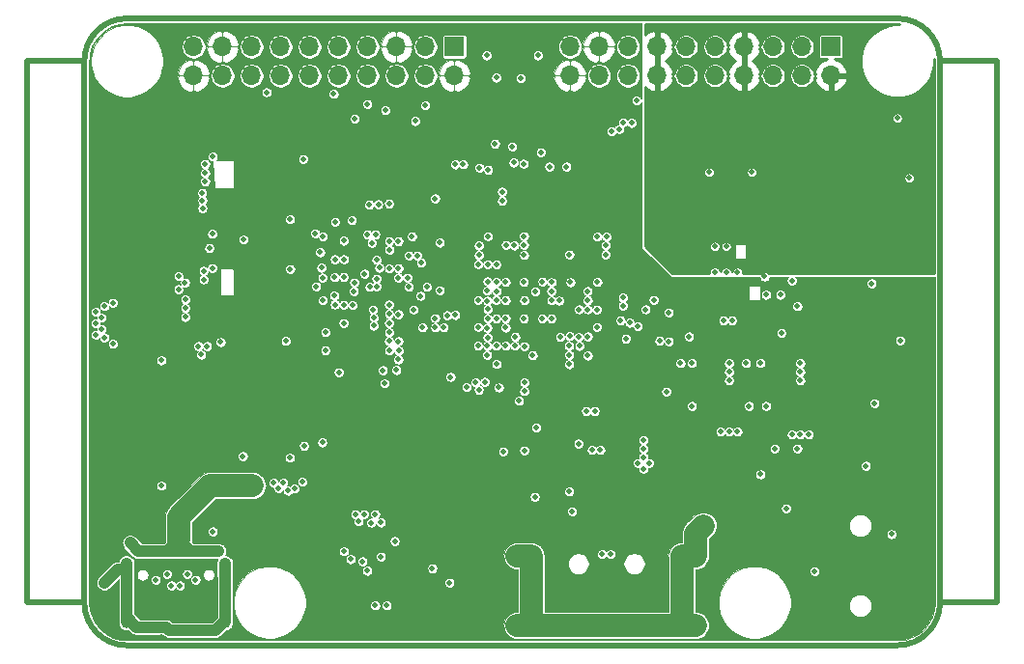
<source format=gbr>
%TF.GenerationSoftware,KiCad,Pcbnew,(5.1.10-1-10_14)*%
%TF.CreationDate,2021-07-27T16:35:17+02:00*%
%TF.ProjectId,EX-PCB-10108-001,45582d50-4342-42d3-9130-3130382d3030,A*%
%TF.SameCoordinates,Original*%
%TF.FileFunction,Copper,L2,Inr*%
%TF.FilePolarity,Positive*%
%FSLAX46Y46*%
G04 Gerber Fmt 4.6, Leading zero omitted, Abs format (unit mm)*
G04 Created by KiCad (PCBNEW (5.1.10-1-10_14)) date 2021-07-27 16:35:17*
%MOMM*%
%LPD*%
G01*
G04 APERTURE LIST*
%TA.AperFunction,Profile*%
%ADD10C,0.500000*%
%TD*%
%TA.AperFunction,ComponentPad*%
%ADD11O,1.000000X2.000000*%
%TD*%
%TA.AperFunction,ComponentPad*%
%ADD12O,1.050000X2.100000*%
%TD*%
%TA.AperFunction,ComponentPad*%
%ADD13C,0.500000*%
%TD*%
%TA.AperFunction,ComponentPad*%
%ADD14R,1.700000X1.700000*%
%TD*%
%TA.AperFunction,ComponentPad*%
%ADD15O,1.700000X1.700000*%
%TD*%
%TA.AperFunction,ComponentPad*%
%ADD16C,1.000000*%
%TD*%
%TA.AperFunction,ViaPad*%
%ADD17C,0.500000*%
%TD*%
%TA.AperFunction,Conductor*%
%ADD18C,2.000000*%
%TD*%
%TA.AperFunction,Conductor*%
%ADD19C,1.000000*%
%TD*%
%TA.AperFunction,Conductor*%
%ADD20C,0.125000*%
%TD*%
%TA.AperFunction,Conductor*%
%ADD21C,0.100000*%
%TD*%
%TA.AperFunction,Conductor*%
%ADD22C,0.254000*%
%TD*%
G04 APERTURE END LIST*
D10*
X41450000Y-85250000D02*
X46450000Y-85250000D01*
X41450000Y-132750000D02*
X46450000Y-132750000D01*
X121450000Y-132750000D02*
X126450000Y-132750000D01*
X126450000Y-85250000D02*
X121450000Y-85250000D01*
X126450000Y-85250000D02*
X126450000Y-132750000D01*
X41450000Y-85250000D02*
X41450000Y-132750000D01*
X117700000Y-81500000D02*
G75*
G02*
X121450000Y-85250000I0J-3750000D01*
G01*
X46450000Y-85250000D02*
G75*
G02*
X50200000Y-81500000I3750000J0D01*
G01*
X50200000Y-136500000D02*
G75*
G02*
X46450000Y-132750000I0J3750000D01*
G01*
X121450000Y-132750000D02*
G75*
G02*
X117700000Y-136500000I-3750000J0D01*
G01*
X46450000Y-85250000D02*
X46450000Y-132750000D01*
X117700000Y-136500000D02*
X50200000Y-136500000D01*
X117700000Y-81500000D02*
X50200000Y-81500000D01*
X121450000Y-85250000D02*
X121450000Y-132750000D01*
D11*
X50130000Y-134000000D03*
X58770000Y-134000000D03*
D12*
X50130000Y-129820000D03*
X58770000Y-129820000D03*
D13*
X101700000Y-105750000D03*
X101700000Y-104750000D03*
X101700000Y-103750000D03*
X102700000Y-105750000D03*
X102700000Y-104750000D03*
X102700000Y-103750000D03*
X103700000Y-105750000D03*
X103700000Y-104750000D03*
X103700000Y-103750000D03*
D14*
X111880000Y-83980000D03*
D15*
X111880000Y-86520000D03*
X109340000Y-83980000D03*
X109340000Y-86520000D03*
X106800000Y-83980000D03*
X106800000Y-86520000D03*
X104260000Y-83980000D03*
X104260000Y-86520000D03*
X101720000Y-83980000D03*
X101720000Y-86520000D03*
X99180000Y-83980000D03*
X99180000Y-86520000D03*
X96640000Y-83980000D03*
X96640000Y-86520000D03*
X94100000Y-83980000D03*
X94100000Y-86520000D03*
X91560000Y-83980000D03*
X91560000Y-86520000D03*
X89020000Y-83980000D03*
X89020000Y-86520000D03*
D14*
X78880000Y-83980000D03*
D15*
X78880000Y-86520000D03*
X76340000Y-83980000D03*
X76340000Y-86520000D03*
X73800000Y-83980000D03*
X73800000Y-86520000D03*
X71260000Y-83980000D03*
X71260000Y-86520000D03*
X68720000Y-83980000D03*
X68720000Y-86520000D03*
X66180000Y-83980000D03*
X66180000Y-86520000D03*
X63640000Y-83980000D03*
X63640000Y-86520000D03*
X61100000Y-83980000D03*
X61100000Y-86520000D03*
X58560000Y-83980000D03*
X58560000Y-86520000D03*
X56020000Y-83980000D03*
X56020000Y-86520000D03*
D16*
X98800000Y-128650000D03*
X100000000Y-128650000D03*
X100000000Y-134750000D03*
X98800000Y-134750000D03*
X84400000Y-134750000D03*
X85600000Y-134750000D03*
X84400000Y-128650000D03*
X85600000Y-128650000D03*
D17*
X84950000Y-109450000D03*
X86550000Y-109450000D03*
X87350000Y-108650000D03*
X86650000Y-108650000D03*
X84834988Y-110956490D03*
X85775000Y-106225000D03*
X84175000Y-107825000D03*
X84175000Y-106225000D03*
X83349998Y-109425000D03*
X80985632Y-109392490D03*
X81000000Y-107762467D03*
X82600000Y-111000000D03*
X67325000Y-101425000D03*
X67350000Y-107040012D03*
X67575000Y-111425000D03*
X67475002Y-102750000D03*
X67325000Y-99800000D03*
X68375000Y-105025000D03*
X68407510Y-109073618D03*
X67350000Y-107855024D03*
X71525000Y-101825000D03*
X69200000Y-107425000D03*
X69175000Y-110650000D03*
X64650000Y-101950000D03*
X80942495Y-104647889D03*
X74150000Y-97750000D03*
X74950000Y-101192490D03*
X75388154Y-103211846D03*
X75300000Y-107950000D03*
X73963466Y-109025000D03*
X72007510Y-111300000D03*
X73999118Y-106616832D03*
X73144696Y-105807655D03*
X90360541Y-113752839D03*
X84951243Y-103001243D03*
X84149996Y-104649996D03*
X84950002Y-103800000D03*
X80923436Y-111027100D03*
X79291743Y-112784562D03*
X65175000Y-112775000D03*
X67050000Y-109750000D03*
X84450000Y-116700000D03*
X90575000Y-111850000D03*
X80964484Y-100587490D03*
X88197515Y-103062509D03*
X86536439Y-103062510D03*
X89039948Y-107029994D03*
X59400000Y-110150000D03*
X60400000Y-102650000D03*
X89030551Y-106221806D03*
X72800000Y-117849990D03*
X93480658Y-111124538D03*
X92937457Y-112497399D03*
X95554994Y-116187510D03*
X95080000Y-114380000D03*
X79199673Y-117621969D03*
X91312510Y-114750000D03*
X65075000Y-110950012D03*
X64860000Y-107210000D03*
X65200000Y-103875000D03*
X90575000Y-101425000D03*
X84145442Y-100606948D03*
X91400978Y-103798391D03*
X93533311Y-117247490D03*
X88800000Y-116700000D03*
X87450000Y-116500000D03*
X65442630Y-109830918D03*
X75892150Y-110582150D03*
X53375000Y-102525000D03*
X53950000Y-101500000D03*
X57500021Y-106000012D03*
X90584263Y-108574989D03*
X112700000Y-112750000D03*
X86520052Y-101429995D03*
X96200000Y-104750000D03*
X96200000Y-105500000D03*
X99450000Y-108500000D03*
X117450000Y-114250000D03*
X120450000Y-109750000D03*
X107700000Y-115500000D03*
X106950000Y-113500000D03*
X103700000Y-114000000D03*
X101200000Y-115250000D03*
X100200000Y-113500000D03*
X100950000Y-111600000D03*
X61950000Y-126500000D03*
X59950000Y-126500000D03*
X52700000Y-134000000D03*
X56200000Y-134000000D03*
X48200000Y-133500000D03*
X60050000Y-92900000D03*
X55950000Y-93000000D03*
X54700000Y-93000000D03*
X53450000Y-97250000D03*
X53450000Y-98500000D03*
X47450000Y-125500000D03*
X48200000Y-125500000D03*
X48950000Y-125500000D03*
X48700000Y-113500000D03*
X50700000Y-109250000D03*
X50700000Y-107250000D03*
X59690000Y-115530000D03*
X59700000Y-114500000D03*
X59700000Y-113500000D03*
X59700000Y-112500000D03*
X59700000Y-111500000D03*
X58450000Y-111000000D03*
X49550010Y-102462363D03*
X96200000Y-109750000D03*
X71950000Y-134750000D03*
X69450000Y-133750000D03*
X74450000Y-134500000D03*
X92450000Y-124250000D03*
X92700000Y-119500000D03*
X93950000Y-119500000D03*
X82700000Y-126500000D03*
X84200000Y-125000000D03*
X102200000Y-121000000D03*
X99200000Y-121000000D03*
X107950000Y-129000000D03*
X81650000Y-98500000D03*
X64750000Y-115400000D03*
X52050000Y-100500000D03*
X52150000Y-98500000D03*
X52250000Y-101900000D03*
X48850000Y-115300000D03*
X48550000Y-116800000D03*
X52250000Y-115300000D03*
X52350000Y-117600000D03*
X75450000Y-88900000D03*
X85350000Y-95600000D03*
X95550000Y-111500000D03*
X68950000Y-89250000D03*
X105950000Y-108500000D03*
X70200000Y-130000000D03*
X69450000Y-132500000D03*
X62025000Y-92000000D03*
X57875000Y-87925000D03*
X56225000Y-101450000D03*
X89780000Y-99830000D03*
X73250000Y-126600000D03*
X68070000Y-127250000D03*
X68790000Y-129110000D03*
X120580000Y-131640000D03*
X114860000Y-135610000D03*
X120700000Y-106250000D03*
X120700000Y-113500000D03*
X120700000Y-119750000D03*
X120700000Y-125500000D03*
X108200000Y-135750000D03*
X81950000Y-135750000D03*
X76200000Y-135750000D03*
X67950000Y-135750000D03*
X60200000Y-135750000D03*
X53200000Y-135750000D03*
X47450000Y-123250000D03*
X47450000Y-116500000D03*
X47450000Y-93500000D03*
X47450000Y-88750000D03*
X53700000Y-82250000D03*
X90200000Y-82250000D03*
X89450000Y-92000000D03*
X90950000Y-95500000D03*
X73950000Y-123250000D03*
X79700000Y-123500000D03*
X77950000Y-128750000D03*
X64200000Y-128500000D03*
X95200000Y-131750000D03*
X104450000Y-127000000D03*
X103200000Y-122750000D03*
X106200000Y-117250000D03*
X99700000Y-117250000D03*
X64100000Y-105250000D03*
X60400000Y-109800000D03*
X57140000Y-108110000D03*
X92181999Y-99787490D03*
X95700000Y-128000000D03*
X96950000Y-126500000D03*
X96950000Y-125500000D03*
X96950000Y-127250000D03*
X95950000Y-128750000D03*
X87750000Y-98800000D03*
X90950000Y-97800000D03*
X60930000Y-97940000D03*
X60910000Y-98890000D03*
X64200000Y-108990000D03*
X60900000Y-107420000D03*
X60900000Y-108370000D03*
X52700000Y-124000000D03*
X113950000Y-109250000D03*
X113950000Y-106000000D03*
X119200000Y-116750000D03*
X95700000Y-122500000D03*
X81950000Y-123500000D03*
X80700000Y-122500000D03*
X110950000Y-119250000D03*
X113700000Y-123500000D03*
X110950000Y-127500000D03*
X112700000Y-129000000D03*
X109950000Y-110500000D03*
X112200000Y-109500000D03*
X109700000Y-108250000D03*
X110200000Y-105750000D03*
X108950000Y-105500000D03*
X111200000Y-105500000D03*
X111700000Y-104500000D03*
X55950000Y-91000000D03*
X51700000Y-95750000D03*
X113450000Y-120750000D03*
X83200000Y-88250000D03*
X85825000Y-99875000D03*
X110375000Y-122575000D03*
X88944989Y-111839545D03*
X54708540Y-104109173D03*
X54700000Y-105250000D03*
X55275000Y-104675000D03*
X105700000Y-111750000D03*
X104450000Y-111750000D03*
X99700000Y-111750000D03*
X98700000Y-111750000D03*
X48945000Y-110045000D03*
X48945000Y-106455000D03*
X48200000Y-106750000D03*
X47950000Y-107750000D03*
X47950000Y-108750000D03*
X48200000Y-109500000D03*
X47450000Y-109250000D03*
X47450000Y-108250000D03*
X47450000Y-107250000D03*
X56450000Y-110250000D03*
X57200000Y-110250000D03*
X56700000Y-111000000D03*
X95450000Y-121000000D03*
X65699990Y-118999990D03*
X95450000Y-120000000D03*
X95950000Y-120500000D03*
X94950000Y-120500000D03*
X95450000Y-119250000D03*
X95450000Y-118500000D03*
X86050000Y-117400000D03*
X57650000Y-100400000D03*
X58400000Y-109900000D03*
X67350000Y-106232510D03*
X67125000Y-102025000D03*
X67567490Y-109025000D03*
X73975000Y-111425000D03*
X67350000Y-100625000D03*
X67575000Y-110625000D03*
X87375000Y-105425000D03*
X75162181Y-100631247D03*
X68742490Y-112550000D03*
X64477521Y-99125000D03*
X83375000Y-104625000D03*
X83375000Y-106225000D03*
X83375000Y-107825000D03*
X73975000Y-109825000D03*
X69950000Y-106650000D03*
X68393161Y-104206839D03*
X73175000Y-103450008D03*
X73981440Y-107451061D03*
X74902057Y-102307510D03*
X73146362Y-106606044D03*
X71000000Y-103900000D03*
X85970001Y-105460000D03*
X87394140Y-106244140D03*
X56900000Y-104400000D03*
X56900000Y-103650000D03*
X57650000Y-103400000D03*
X57400000Y-101650000D03*
X57700000Y-93625000D03*
X89055010Y-104650000D03*
X84991068Y-102267079D03*
X89800000Y-107025000D03*
X82563901Y-103087522D03*
X88962490Y-102225000D03*
X57050000Y-95050000D03*
X57050000Y-95800000D03*
X57050000Y-94275000D03*
X81822394Y-100614389D03*
X88977101Y-109373438D03*
X88700000Y-94500000D03*
X87200000Y-94500000D03*
X86450000Y-93250000D03*
X117950000Y-109750000D03*
X115700000Y-115250000D03*
X104700000Y-115500000D03*
X109949994Y-118000000D03*
X109200000Y-118000000D03*
X108450000Y-118000000D03*
X103699994Y-117750000D03*
X102200000Y-117750000D03*
X102950000Y-117750000D03*
X97450000Y-114250000D03*
X78450000Y-131000000D03*
X76950000Y-129750000D03*
X105700000Y-121500000D03*
X81700000Y-84750000D03*
X86200000Y-84750000D03*
X81846408Y-94791082D03*
X64102510Y-109800000D03*
X84975000Y-107825000D03*
X87375000Y-107825000D03*
X86575000Y-107825000D03*
X85000000Y-106225000D03*
X84975000Y-104625000D03*
X88049990Y-106260057D03*
X88150000Y-109450000D03*
X89839950Y-110229992D03*
X86600000Y-104600000D03*
X87400000Y-104650000D03*
X66675000Y-100350000D03*
X68400000Y-102625000D03*
X81775000Y-110225000D03*
X75300000Y-107050000D03*
X81780000Y-109489961D03*
X70075000Y-105425000D03*
X70100000Y-104675000D03*
X66765728Y-105012811D03*
X67225000Y-103375000D03*
X68350004Y-105825000D03*
X71263617Y-100460044D03*
X67329800Y-104233033D03*
X69175007Y-104187779D03*
X72070394Y-104996702D03*
X80975000Y-108577479D03*
X81782510Y-104576801D03*
X71430092Y-97842490D03*
X64499994Y-103500000D03*
X85027479Y-113446250D03*
X69175000Y-108225000D03*
X68400000Y-106600000D03*
X85000008Y-114200000D03*
X69175000Y-106625000D03*
X84550000Y-115050000D03*
X84175000Y-110224998D03*
X71800000Y-107750000D03*
X82780741Y-113880741D03*
X71749994Y-107050000D03*
X83375000Y-110225000D03*
X71800006Y-108450000D03*
X82575000Y-111825000D03*
X73157855Y-107421056D03*
X78549998Y-112950000D03*
X82550014Y-110225000D03*
X83375000Y-108625004D03*
X72051422Y-104350010D03*
X82553407Y-107830176D03*
X71955654Y-100460045D03*
X69200002Y-102625000D03*
X81800000Y-107000000D03*
X74757692Y-104247843D03*
X82572369Y-104629075D03*
X81557005Y-113377003D03*
X73145314Y-108236067D03*
X81016261Y-114091261D03*
X73159989Y-109043151D03*
X81750000Y-111025000D03*
X73799992Y-112350000D03*
X81775000Y-108655023D03*
X71450381Y-105057737D03*
X81802576Y-107840012D03*
X71640949Y-101203887D03*
X69193161Y-101006839D03*
X81775000Y-106272522D03*
X68425000Y-99350000D03*
X77200002Y-97300000D03*
X82539117Y-106189117D03*
X82575000Y-105425000D03*
X72210613Y-97800000D03*
X80741993Y-113425000D03*
X73166576Y-110640113D03*
X73150000Y-109800000D03*
X79950000Y-113850000D03*
X73995017Y-110641784D03*
X80950000Y-110212089D03*
X80964085Y-106207456D03*
X69900000Y-99200000D03*
X81749936Y-105392444D03*
X73150000Y-97750000D03*
X73974999Y-104262214D03*
X76100000Y-108600000D03*
X75953074Y-102922997D03*
X77950003Y-108599997D03*
X73162247Y-101037013D03*
X78250170Y-107535014D03*
X72050000Y-102675000D03*
X75908195Y-105838089D03*
X72758081Y-113509979D03*
X72610160Y-112363696D03*
X74900002Y-105050000D03*
X77202448Y-108615011D03*
X73975000Y-103425000D03*
X77200000Y-107800000D03*
X73975000Y-101050000D03*
X78950000Y-107519729D03*
X76457510Y-105050000D03*
X73188619Y-101792490D03*
X72304846Y-103374990D03*
X75600000Y-102307510D03*
X77600000Y-105350000D03*
X77600000Y-101175000D03*
X85008768Y-110258768D03*
X85750000Y-111050000D03*
X83150000Y-119500000D03*
X60350000Y-119900000D03*
X64464924Y-120045084D03*
X67300000Y-118700000D03*
X88925000Y-110225002D03*
X85000000Y-119400000D03*
X89750000Y-118800000D03*
X84218902Y-109439227D03*
X90575000Y-111075010D03*
X60400000Y-100900000D03*
X61200000Y-122500000D03*
X57700000Y-128250000D03*
X50950000Y-128000000D03*
X50450000Y-127500000D03*
X58450000Y-128250000D03*
X61200000Y-121750000D03*
X61200000Y-123250000D03*
X61950000Y-122500000D03*
X60450000Y-122500000D03*
X53200000Y-111500000D03*
X53200000Y-122500000D03*
X100700000Y-126000000D03*
X99950000Y-126000000D03*
X101450000Y-126000000D03*
X100700000Y-126750000D03*
X72950000Y-133000000D03*
X71950000Y-133000000D03*
X84700000Y-86750000D03*
X82550000Y-86699996D03*
X84987086Y-101379535D03*
X81025000Y-102275000D03*
X79650000Y-94300000D03*
X54075000Y-131250000D03*
X55450000Y-130250000D03*
X53700000Y-130250000D03*
X54825000Y-131250000D03*
X56775000Y-96825000D03*
X56800000Y-98150000D03*
X56797353Y-97480375D03*
X55300010Y-106145709D03*
X55300010Y-106900000D03*
X55300010Y-107689050D03*
X89200000Y-124750000D03*
X88950000Y-123000000D03*
X85925000Y-123475000D03*
X102450000Y-108000000D03*
X103200000Y-108000000D03*
X106075022Y-104144006D03*
X109200000Y-112500000D03*
X109200000Y-111750000D03*
X109200000Y-113250000D03*
X71612282Y-125736280D03*
X63469029Y-122693891D03*
X102700000Y-101500000D03*
X102950000Y-112500000D03*
X102950000Y-111750000D03*
X102949986Y-113250000D03*
X88944989Y-111026219D03*
X117700000Y-90250000D03*
X118750000Y-95500000D03*
X110200000Y-102750000D03*
X111450000Y-103500000D03*
X108950000Y-103500000D03*
X108950000Y-102750000D03*
X111450000Y-102750000D03*
X97450000Y-94500000D03*
X97700000Y-96250000D03*
X102200000Y-95000000D03*
X104700000Y-94000000D03*
X110700000Y-94000000D03*
X100950000Y-99250000D03*
X102200000Y-100750000D03*
X114950000Y-95500000D03*
X114950000Y-90700000D03*
X120700000Y-87750000D03*
X120700000Y-92250000D03*
X120700000Y-97250000D03*
X120700000Y-102000000D03*
X97700000Y-82250000D03*
X104950000Y-82250000D03*
X113450000Y-82250000D03*
X97450000Y-90200000D03*
X99150000Y-102900000D03*
X105150000Y-102200000D03*
X105950000Y-99500000D03*
X111450000Y-95750000D03*
X117450000Y-102500000D03*
X114200000Y-88500000D03*
X101700000Y-101500000D03*
X101200000Y-95000000D03*
X57700000Y-126500000D03*
X107950000Y-124500000D03*
X48200000Y-131000000D03*
X110450000Y-130000000D03*
X117200000Y-126750000D03*
X104950000Y-95000000D03*
X80975000Y-103075000D03*
X81070052Y-94598104D03*
X91375000Y-108575000D03*
X94250000Y-108200000D03*
X94850000Y-88700000D03*
X76325000Y-89125000D03*
X93337490Y-91200000D03*
X72825000Y-89550000D03*
X92650000Y-91400000D03*
X95641674Y-107025052D03*
X96849954Y-109777035D03*
X97674966Y-109837490D03*
X93650000Y-106700000D03*
X106950000Y-119250000D03*
X90575000Y-106225000D03*
X108950000Y-119250000D03*
X99450000Y-109400000D03*
X91675000Y-119349990D03*
X90925000Y-119349990D03*
X90425000Y-115950000D03*
X91175000Y-115950000D03*
X93900000Y-109600000D03*
X106200000Y-105750000D03*
X107450000Y-105750000D03*
X93450000Y-108000000D03*
X114950000Y-120750000D03*
X92120050Y-102229996D03*
X52700000Y-130750000D03*
X56200000Y-130750000D03*
X70820099Y-129128386D03*
X71240000Y-129959998D03*
X72442185Y-128715876D03*
X73650000Y-127350000D03*
X69200000Y-128250000D03*
X69791639Y-128941636D03*
X84120050Y-101429994D03*
X82450000Y-92500000D03*
X71950000Y-125000000D03*
X63881539Y-122250000D03*
X84066369Y-94144506D03*
X72437294Y-125722191D03*
X83050000Y-97500000D03*
X65550000Y-122150000D03*
X84990002Y-100610000D03*
X84950000Y-94250000D03*
X83950000Y-92750000D03*
X63037490Y-122250000D03*
X70950000Y-125000000D03*
X64294049Y-122933753D03*
X70483312Y-125633310D03*
X83387501Y-101378686D03*
X70200000Y-125000000D03*
X64864566Y-122747944D03*
X83050000Y-96700000D03*
X90550000Y-105425000D03*
X96350006Y-106200000D03*
X91350000Y-107050000D03*
X97658311Y-107291689D03*
X90550000Y-107025000D03*
X93675000Y-90625000D03*
X71259996Y-89015004D03*
X93650000Y-106000000D03*
X94425000Y-90675000D03*
X62425000Y-87975000D03*
X68307490Y-88120811D03*
X81025000Y-101425000D03*
X78950000Y-94312510D03*
X70150000Y-90300000D03*
X75450000Y-90500000D03*
X81808767Y-103058767D03*
X65625000Y-93850000D03*
X91425000Y-104625000D03*
X90575000Y-109400000D03*
X108450000Y-104500000D03*
X89775000Y-109450000D03*
X108950000Y-106750000D03*
X94950000Y-108500000D03*
X107550000Y-109100000D03*
X91825000Y-128500000D03*
X92575000Y-128500000D03*
X106200000Y-115500000D03*
X92200000Y-100650000D03*
X99700000Y-115500000D03*
X91400000Y-100650000D03*
X92151248Y-101401248D03*
X115450000Y-104750000D03*
D18*
X61200000Y-122500000D02*
X57450000Y-122500000D01*
X57450000Y-122500000D02*
X54700000Y-125250000D01*
X54700000Y-125250000D02*
X54700000Y-127250000D01*
D19*
X54700000Y-127250000D02*
X54700000Y-127750000D01*
X54700000Y-127750000D02*
X55200000Y-128250000D01*
X51200000Y-128250000D02*
X50450000Y-127500000D01*
X53450000Y-128250000D02*
X53700000Y-128250000D01*
X55200000Y-128250000D02*
X53450000Y-128250000D01*
X53700000Y-128250000D02*
X54700000Y-127250000D01*
X53450000Y-128250000D02*
X51200000Y-128250000D01*
X54700000Y-127250000D02*
X55700000Y-128250000D01*
X55700000Y-128250000D02*
X58223996Y-128250000D01*
X55200000Y-128250000D02*
X55700000Y-128250000D01*
D18*
X98800000Y-134750000D02*
X98800000Y-128650000D01*
X85600000Y-134750000D02*
X98800000Y-134750000D01*
X85600000Y-134750000D02*
X85600000Y-128650000D01*
X84400000Y-128650000D02*
X85600000Y-128650000D01*
X84400000Y-134750000D02*
X85600000Y-134750000D01*
X100000000Y-134750000D02*
X98800000Y-134750000D01*
X100000000Y-128650000D02*
X98800000Y-128650000D01*
X100000000Y-126700000D02*
X100700000Y-126000000D01*
X100000000Y-128650000D02*
X100000000Y-126700000D01*
D19*
X58770000Y-129820000D02*
X58770000Y-134000000D01*
X58770000Y-134000000D02*
X58770000Y-134330000D01*
X58770000Y-134330000D02*
X57950000Y-135150000D01*
X51029999Y-134899999D02*
X50130000Y-134000000D01*
X53608001Y-134899999D02*
X51029999Y-134899999D01*
X53858002Y-135150000D02*
X53608001Y-134899999D01*
X57950000Y-135150000D02*
X53858002Y-135150000D01*
X50130000Y-134000000D02*
X50130000Y-129820000D01*
X49380000Y-129820000D02*
X48200000Y-131000000D01*
X50130000Y-129820000D02*
X49380000Y-129820000D01*
D20*
X95262500Y-88552620D02*
X95237708Y-88492766D01*
X95189829Y-88421110D01*
X95128890Y-88360171D01*
X95057234Y-88312292D01*
X94977614Y-88279313D01*
X94893090Y-88262500D01*
X94806910Y-88262500D01*
X94722386Y-88279313D01*
X94642766Y-88312292D01*
X94571110Y-88360171D01*
X94510171Y-88421110D01*
X94462292Y-88492766D01*
X94429313Y-88572386D01*
X94412500Y-88656910D01*
X94412500Y-88743090D01*
X94429313Y-88827614D01*
X94462292Y-88907234D01*
X94510171Y-88978890D01*
X94571110Y-89039829D01*
X94642766Y-89087708D01*
X94722386Y-89120687D01*
X94806910Y-89137500D01*
X94893090Y-89137500D01*
X94977614Y-89120687D01*
X95057234Y-89087708D01*
X95128890Y-89039829D01*
X95189829Y-88978890D01*
X95237708Y-88907234D01*
X95262500Y-88847380D01*
X95262500Y-101500000D01*
X95266103Y-101536579D01*
X95276773Y-101571753D01*
X95294099Y-101604169D01*
X95317417Y-101632583D01*
X97817417Y-104132583D01*
X97845831Y-104155901D01*
X97878247Y-104173227D01*
X97913421Y-104183897D01*
X97950000Y-104187500D01*
X105637602Y-104187500D01*
X105654335Y-104271620D01*
X105687314Y-104351240D01*
X105735193Y-104422896D01*
X105796132Y-104483835D01*
X105867788Y-104531714D01*
X105947408Y-104564693D01*
X106031932Y-104581506D01*
X106118112Y-104581506D01*
X106202636Y-104564693D01*
X106282256Y-104531714D01*
X106353912Y-104483835D01*
X106414851Y-104422896D01*
X106462730Y-104351240D01*
X106495709Y-104271620D01*
X106512442Y-104187500D01*
X108143781Y-104187500D01*
X108110171Y-104221110D01*
X108062292Y-104292766D01*
X108029313Y-104372386D01*
X108012500Y-104456910D01*
X108012500Y-104543090D01*
X108029313Y-104627614D01*
X108062292Y-104707234D01*
X108110171Y-104778890D01*
X108171110Y-104839829D01*
X108242766Y-104887708D01*
X108322386Y-104920687D01*
X108406910Y-104937500D01*
X108493090Y-104937500D01*
X108577614Y-104920687D01*
X108657234Y-104887708D01*
X108728890Y-104839829D01*
X108789829Y-104778890D01*
X108837708Y-104707234D01*
X108837842Y-104706910D01*
X115012500Y-104706910D01*
X115012500Y-104793090D01*
X115029313Y-104877614D01*
X115062292Y-104957234D01*
X115110171Y-105028890D01*
X115171110Y-105089829D01*
X115242766Y-105137708D01*
X115322386Y-105170687D01*
X115406910Y-105187500D01*
X115493090Y-105187500D01*
X115577614Y-105170687D01*
X115657234Y-105137708D01*
X115728890Y-105089829D01*
X115789829Y-105028890D01*
X115837708Y-104957234D01*
X115870687Y-104877614D01*
X115887500Y-104793090D01*
X115887500Y-104706910D01*
X115870687Y-104622386D01*
X115837708Y-104542766D01*
X115789829Y-104471110D01*
X115728890Y-104410171D01*
X115657234Y-104362292D01*
X115577614Y-104329313D01*
X115493090Y-104312500D01*
X115406910Y-104312500D01*
X115322386Y-104329313D01*
X115242766Y-104362292D01*
X115171110Y-104410171D01*
X115110171Y-104471110D01*
X115062292Y-104542766D01*
X115029313Y-104622386D01*
X115012500Y-104706910D01*
X108837842Y-104706910D01*
X108870687Y-104627614D01*
X108887500Y-104543090D01*
X108887500Y-104456910D01*
X108870687Y-104372386D01*
X108837708Y-104292766D01*
X108789829Y-104221110D01*
X108756219Y-104187500D01*
X121012500Y-104187500D01*
X121012501Y-132728593D01*
X120947356Y-133392994D01*
X120760621Y-134011492D01*
X120457303Y-134581950D01*
X120048963Y-135082624D01*
X119551153Y-135494448D01*
X118982832Y-135801738D01*
X118365649Y-135992788D01*
X117702492Y-136062489D01*
X117699342Y-136062500D01*
X50221397Y-136062500D01*
X49557006Y-135997356D01*
X48938508Y-135810621D01*
X48368050Y-135507303D01*
X47867376Y-135098963D01*
X47455552Y-134601153D01*
X47148262Y-134032832D01*
X46957212Y-133415649D01*
X46887511Y-132752492D01*
X46887500Y-132749342D01*
X46887500Y-131000000D01*
X47509174Y-131000000D01*
X47522449Y-131134773D01*
X47561760Y-131264367D01*
X47625600Y-131383802D01*
X47711513Y-131488487D01*
X47816198Y-131574400D01*
X47935633Y-131638240D01*
X48065227Y-131677551D01*
X48200000Y-131690826D01*
X48334773Y-131677551D01*
X48464367Y-131638240D01*
X48583802Y-131574400D01*
X48662257Y-131510014D01*
X49442501Y-130729771D01*
X49442500Y-133966231D01*
X49439174Y-134000000D01*
X49442500Y-134033767D01*
X49442500Y-134033768D01*
X49442501Y-134033773D01*
X49442501Y-134533769D01*
X49452449Y-134634773D01*
X49491761Y-134764368D01*
X49555600Y-134883802D01*
X49641513Y-134988488D01*
X49746199Y-135074401D01*
X49865633Y-135138240D01*
X49995228Y-135177552D01*
X50130000Y-135190826D01*
X50264773Y-135177552D01*
X50318870Y-135161142D01*
X50519983Y-135362255D01*
X50541511Y-135388487D01*
X50646197Y-135474400D01*
X50765631Y-135538239D01*
X50895226Y-135577551D01*
X50996230Y-135587499D01*
X50996232Y-135587499D01*
X51029999Y-135590825D01*
X51063766Y-135587499D01*
X53323230Y-135587499D01*
X53347982Y-135612251D01*
X53369514Y-135638488D01*
X53474200Y-135724401D01*
X53593634Y-135788240D01*
X53723229Y-135827552D01*
X53824233Y-135837500D01*
X53824235Y-135837500D01*
X53858002Y-135840826D01*
X53891769Y-135837500D01*
X57916233Y-135837500D01*
X57950000Y-135840826D01*
X57983767Y-135837500D01*
X57983769Y-135837500D01*
X58084773Y-135827552D01*
X58214368Y-135788240D01*
X58333802Y-135724401D01*
X58438488Y-135638488D01*
X58460020Y-135612251D01*
X58893621Y-135178650D01*
X58904773Y-135177552D01*
X59034368Y-135138240D01*
X59153802Y-135074401D01*
X59258488Y-134988488D01*
X59344401Y-134883802D01*
X59408240Y-134764368D01*
X59447552Y-134634773D01*
X59457500Y-134533769D01*
X59457500Y-134363768D01*
X59460826Y-134330001D01*
X59457500Y-134296234D01*
X59457500Y-132438521D01*
X59537500Y-132438521D01*
X59537500Y-133061479D01*
X59659033Y-133672467D01*
X59897429Y-134248005D01*
X60243526Y-134765976D01*
X60684024Y-135206474D01*
X61201995Y-135552571D01*
X61777533Y-135790967D01*
X62388521Y-135912500D01*
X63011479Y-135912500D01*
X63622467Y-135790967D01*
X64198005Y-135552571D01*
X64715976Y-135206474D01*
X65156474Y-134765976D01*
X65502571Y-134248005D01*
X65740967Y-133672467D01*
X65862500Y-133061479D01*
X65862500Y-132956910D01*
X71512500Y-132956910D01*
X71512500Y-133043090D01*
X71529313Y-133127614D01*
X71562292Y-133207234D01*
X71610171Y-133278890D01*
X71671110Y-133339829D01*
X71742766Y-133387708D01*
X71822386Y-133420687D01*
X71906910Y-133437500D01*
X71993090Y-133437500D01*
X72077614Y-133420687D01*
X72157234Y-133387708D01*
X72228890Y-133339829D01*
X72289829Y-133278890D01*
X72337708Y-133207234D01*
X72370687Y-133127614D01*
X72387500Y-133043090D01*
X72387500Y-132956910D01*
X72512500Y-132956910D01*
X72512500Y-133043090D01*
X72529313Y-133127614D01*
X72562292Y-133207234D01*
X72610171Y-133278890D01*
X72671110Y-133339829D01*
X72742766Y-133387708D01*
X72822386Y-133420687D01*
X72906910Y-133437500D01*
X72993090Y-133437500D01*
X73077614Y-133420687D01*
X73157234Y-133387708D01*
X73228890Y-133339829D01*
X73289829Y-133278890D01*
X73337708Y-133207234D01*
X73370687Y-133127614D01*
X73387500Y-133043090D01*
X73387500Y-132956910D01*
X73370687Y-132872386D01*
X73337708Y-132792766D01*
X73289829Y-132721110D01*
X73228890Y-132660171D01*
X73157234Y-132612292D01*
X73077614Y-132579313D01*
X72993090Y-132562500D01*
X72906910Y-132562500D01*
X72822386Y-132579313D01*
X72742766Y-132612292D01*
X72671110Y-132660171D01*
X72610171Y-132721110D01*
X72562292Y-132792766D01*
X72529313Y-132872386D01*
X72512500Y-132956910D01*
X72387500Y-132956910D01*
X72370687Y-132872386D01*
X72337708Y-132792766D01*
X72289829Y-132721110D01*
X72228890Y-132660171D01*
X72157234Y-132612292D01*
X72077614Y-132579313D01*
X71993090Y-132562500D01*
X71906910Y-132562500D01*
X71822386Y-132579313D01*
X71742766Y-132612292D01*
X71671110Y-132660171D01*
X71610171Y-132721110D01*
X71562292Y-132792766D01*
X71529313Y-132872386D01*
X71512500Y-132956910D01*
X65862500Y-132956910D01*
X65862500Y-132438521D01*
X65740967Y-131827533D01*
X65502571Y-131251995D01*
X65305402Y-130956910D01*
X78012500Y-130956910D01*
X78012500Y-131043090D01*
X78029313Y-131127614D01*
X78062292Y-131207234D01*
X78110171Y-131278890D01*
X78171110Y-131339829D01*
X78242766Y-131387708D01*
X78322386Y-131420687D01*
X78406910Y-131437500D01*
X78493090Y-131437500D01*
X78577614Y-131420687D01*
X78657234Y-131387708D01*
X78728890Y-131339829D01*
X78789829Y-131278890D01*
X78837708Y-131207234D01*
X78870687Y-131127614D01*
X78887500Y-131043090D01*
X78887500Y-130956910D01*
X78870687Y-130872386D01*
X78837708Y-130792766D01*
X78789829Y-130721110D01*
X78728890Y-130660171D01*
X78657234Y-130612292D01*
X78577614Y-130579313D01*
X78493090Y-130562500D01*
X78406910Y-130562500D01*
X78322386Y-130579313D01*
X78242766Y-130612292D01*
X78171110Y-130660171D01*
X78110171Y-130721110D01*
X78062292Y-130792766D01*
X78029313Y-130872386D01*
X78012500Y-130956910D01*
X65305402Y-130956910D01*
X65156474Y-130734024D01*
X64715976Y-130293526D01*
X64198005Y-129947429D01*
X64124321Y-129916908D01*
X70802500Y-129916908D01*
X70802500Y-130003088D01*
X70819313Y-130087612D01*
X70852292Y-130167232D01*
X70900171Y-130238888D01*
X70961110Y-130299827D01*
X71032766Y-130347706D01*
X71112386Y-130380685D01*
X71196910Y-130397498D01*
X71283090Y-130397498D01*
X71367614Y-130380685D01*
X71447234Y-130347706D01*
X71518890Y-130299827D01*
X71579829Y-130238888D01*
X71627708Y-130167232D01*
X71660687Y-130087612D01*
X71677500Y-130003088D01*
X71677500Y-129916908D01*
X71660687Y-129832384D01*
X71627708Y-129752764D01*
X71597070Y-129706910D01*
X76512500Y-129706910D01*
X76512500Y-129793090D01*
X76529313Y-129877614D01*
X76562292Y-129957234D01*
X76610171Y-130028890D01*
X76671110Y-130089829D01*
X76742766Y-130137708D01*
X76822386Y-130170687D01*
X76906910Y-130187500D01*
X76993090Y-130187500D01*
X77077614Y-130170687D01*
X77157234Y-130137708D01*
X77228890Y-130089829D01*
X77289829Y-130028890D01*
X77337708Y-129957234D01*
X77370687Y-129877614D01*
X77387500Y-129793090D01*
X77387500Y-129706910D01*
X77370687Y-129622386D01*
X77337708Y-129542766D01*
X77289829Y-129471110D01*
X77228890Y-129410171D01*
X77157234Y-129362292D01*
X77077614Y-129329313D01*
X76993090Y-129312500D01*
X76906910Y-129312500D01*
X76822386Y-129329313D01*
X76742766Y-129362292D01*
X76671110Y-129410171D01*
X76610171Y-129471110D01*
X76562292Y-129542766D01*
X76529313Y-129622386D01*
X76512500Y-129706910D01*
X71597070Y-129706910D01*
X71579829Y-129681108D01*
X71518890Y-129620169D01*
X71447234Y-129572290D01*
X71367614Y-129539311D01*
X71283090Y-129522498D01*
X71196910Y-129522498D01*
X71112386Y-129539311D01*
X71032766Y-129572290D01*
X70961110Y-129620169D01*
X70900171Y-129681108D01*
X70852292Y-129752764D01*
X70819313Y-129832384D01*
X70802500Y-129916908D01*
X64124321Y-129916908D01*
X63622467Y-129709033D01*
X63011479Y-129587500D01*
X62388521Y-129587500D01*
X61777533Y-129709033D01*
X61201995Y-129947429D01*
X60684024Y-130293526D01*
X60243526Y-130734024D01*
X59897429Y-131251995D01*
X59659033Y-131827533D01*
X59537500Y-132438521D01*
X59457500Y-132438521D01*
X59457500Y-130533101D01*
X59472190Y-130484674D01*
X59482500Y-130379997D01*
X59482500Y-129260003D01*
X59472190Y-129155326D01*
X59431449Y-129021019D01*
X59365986Y-128898546D01*
X69354139Y-128898546D01*
X69354139Y-128984726D01*
X69370952Y-129069250D01*
X69403931Y-129148870D01*
X69451810Y-129220526D01*
X69512749Y-129281465D01*
X69584405Y-129329344D01*
X69664025Y-129362323D01*
X69748549Y-129379136D01*
X69834729Y-129379136D01*
X69919253Y-129362323D01*
X69998873Y-129329344D01*
X70070529Y-129281465D01*
X70131468Y-129220526D01*
X70179347Y-129148870D01*
X70205679Y-129085296D01*
X70382599Y-129085296D01*
X70382599Y-129171476D01*
X70399412Y-129256000D01*
X70432391Y-129335620D01*
X70480270Y-129407276D01*
X70541209Y-129468215D01*
X70612865Y-129516094D01*
X70692485Y-129549073D01*
X70777009Y-129565886D01*
X70863189Y-129565886D01*
X70947713Y-129549073D01*
X71027333Y-129516094D01*
X71098989Y-129468215D01*
X71159928Y-129407276D01*
X71207807Y-129335620D01*
X71240786Y-129256000D01*
X71257599Y-129171476D01*
X71257599Y-129085296D01*
X71240786Y-129000772D01*
X71207807Y-128921152D01*
X71159928Y-128849496D01*
X71098989Y-128788557D01*
X71027333Y-128740678D01*
X70947713Y-128707699D01*
X70863189Y-128690886D01*
X70777009Y-128690886D01*
X70692485Y-128707699D01*
X70612865Y-128740678D01*
X70541209Y-128788557D01*
X70480270Y-128849496D01*
X70432391Y-128921152D01*
X70399412Y-129000772D01*
X70382599Y-129085296D01*
X70205679Y-129085296D01*
X70212326Y-129069250D01*
X70229139Y-128984726D01*
X70229139Y-128898546D01*
X70212326Y-128814022D01*
X70179347Y-128734402D01*
X70138177Y-128672786D01*
X72004685Y-128672786D01*
X72004685Y-128758966D01*
X72021498Y-128843490D01*
X72054477Y-128923110D01*
X72102356Y-128994766D01*
X72163295Y-129055705D01*
X72234951Y-129103584D01*
X72314571Y-129136563D01*
X72399095Y-129153376D01*
X72485275Y-129153376D01*
X72569799Y-129136563D01*
X72649419Y-129103584D01*
X72721075Y-129055705D01*
X72782014Y-128994766D01*
X72829893Y-128923110D01*
X72862872Y-128843490D01*
X72879685Y-128758966D01*
X72879685Y-128672786D01*
X72875153Y-128650000D01*
X83206755Y-128650000D01*
X83229683Y-128882791D01*
X83297585Y-129106635D01*
X83407853Y-129312931D01*
X83556248Y-129493752D01*
X83737069Y-129642147D01*
X83943365Y-129752415D01*
X84167209Y-129820317D01*
X84341670Y-129837500D01*
X84412501Y-129837500D01*
X84412500Y-133562500D01*
X84341670Y-133562500D01*
X84167209Y-133579683D01*
X83943365Y-133647585D01*
X83737069Y-133757853D01*
X83556248Y-133906248D01*
X83407853Y-134087069D01*
X83297585Y-134293365D01*
X83229683Y-134517209D01*
X83206755Y-134750000D01*
X83229683Y-134982791D01*
X83297585Y-135206635D01*
X83407853Y-135412931D01*
X83556248Y-135593752D01*
X83737069Y-135742147D01*
X83943365Y-135852415D01*
X84167209Y-135920317D01*
X84341670Y-135937500D01*
X85541670Y-135937500D01*
X85600000Y-135943245D01*
X85658329Y-135937500D01*
X98741670Y-135937500D01*
X98800000Y-135943245D01*
X98858329Y-135937500D01*
X100058330Y-135937500D01*
X100232791Y-135920317D01*
X100456635Y-135852415D01*
X100662931Y-135742147D01*
X100843752Y-135593752D01*
X100992147Y-135412931D01*
X101102415Y-135206635D01*
X101170317Y-134982791D01*
X101193245Y-134750000D01*
X101170317Y-134517209D01*
X101102415Y-134293365D01*
X100992147Y-134087069D01*
X100843752Y-133906248D01*
X100662931Y-133757853D01*
X100456635Y-133647585D01*
X100232791Y-133579683D01*
X100058330Y-133562500D01*
X99987500Y-133562500D01*
X99987500Y-132438521D01*
X102037500Y-132438521D01*
X102037500Y-133061479D01*
X102159033Y-133672467D01*
X102397429Y-134248005D01*
X102743526Y-134765976D01*
X103184024Y-135206474D01*
X103701995Y-135552571D01*
X104277533Y-135790967D01*
X104888521Y-135912500D01*
X105511479Y-135912500D01*
X106122467Y-135790967D01*
X106698005Y-135552571D01*
X107215976Y-135206474D01*
X107656474Y-134765976D01*
X108002571Y-134248005D01*
X108240967Y-133672467D01*
X108362500Y-133061479D01*
X108362500Y-132902740D01*
X113462500Y-132902740D01*
X113462500Y-133097260D01*
X113500449Y-133288043D01*
X113574889Y-133467757D01*
X113682959Y-133629494D01*
X113820506Y-133767041D01*
X113982243Y-133875111D01*
X114161957Y-133949551D01*
X114352740Y-133987500D01*
X114547260Y-133987500D01*
X114738043Y-133949551D01*
X114917757Y-133875111D01*
X115079494Y-133767041D01*
X115217041Y-133629494D01*
X115325111Y-133467757D01*
X115399551Y-133288043D01*
X115437500Y-133097260D01*
X115437500Y-132902740D01*
X115399551Y-132711957D01*
X115325111Y-132532243D01*
X115217041Y-132370506D01*
X115079494Y-132232959D01*
X114917757Y-132124889D01*
X114738043Y-132050449D01*
X114547260Y-132012500D01*
X114352740Y-132012500D01*
X114161957Y-132050449D01*
X113982243Y-132124889D01*
X113820506Y-132232959D01*
X113682959Y-132370506D01*
X113574889Y-132532243D01*
X113500449Y-132711957D01*
X113462500Y-132902740D01*
X108362500Y-132902740D01*
X108362500Y-132438521D01*
X108240967Y-131827533D01*
X108002571Y-131251995D01*
X107656474Y-130734024D01*
X107215976Y-130293526D01*
X106712195Y-129956910D01*
X110012500Y-129956910D01*
X110012500Y-130043090D01*
X110029313Y-130127614D01*
X110062292Y-130207234D01*
X110110171Y-130278890D01*
X110171110Y-130339829D01*
X110242766Y-130387708D01*
X110322386Y-130420687D01*
X110406910Y-130437500D01*
X110493090Y-130437500D01*
X110577614Y-130420687D01*
X110657234Y-130387708D01*
X110728890Y-130339829D01*
X110789829Y-130278890D01*
X110837708Y-130207234D01*
X110870687Y-130127614D01*
X110887500Y-130043090D01*
X110887500Y-129956910D01*
X110870687Y-129872386D01*
X110837708Y-129792766D01*
X110789829Y-129721110D01*
X110728890Y-129660171D01*
X110657234Y-129612292D01*
X110577614Y-129579313D01*
X110493090Y-129562500D01*
X110406910Y-129562500D01*
X110322386Y-129579313D01*
X110242766Y-129612292D01*
X110171110Y-129660171D01*
X110110171Y-129721110D01*
X110062292Y-129792766D01*
X110029313Y-129872386D01*
X110012500Y-129956910D01*
X106712195Y-129956910D01*
X106698005Y-129947429D01*
X106122467Y-129709033D01*
X105511479Y-129587500D01*
X104888521Y-129587500D01*
X104277533Y-129709033D01*
X103701995Y-129947429D01*
X103184024Y-130293526D01*
X102743526Y-130734024D01*
X102397429Y-131251995D01*
X102159033Y-131827533D01*
X102037500Y-132438521D01*
X99987500Y-132438521D01*
X99987500Y-129842014D01*
X100000000Y-129843245D01*
X100058329Y-129837500D01*
X100058330Y-129837500D01*
X100232791Y-129820317D01*
X100456635Y-129752415D01*
X100662931Y-129642147D01*
X100843752Y-129493752D01*
X100992147Y-129312931D01*
X101102415Y-129106635D01*
X101170317Y-128882791D01*
X101193245Y-128650000D01*
X101187500Y-128591670D01*
X101187500Y-127191877D01*
X101580934Y-126798444D01*
X101692146Y-126662932D01*
X101802414Y-126456636D01*
X101870316Y-126232792D01*
X101893245Y-126000001D01*
X101883666Y-125902740D01*
X113462500Y-125902740D01*
X113462500Y-126097260D01*
X113500449Y-126288043D01*
X113574889Y-126467757D01*
X113682959Y-126629494D01*
X113820506Y-126767041D01*
X113982243Y-126875111D01*
X114161957Y-126949551D01*
X114352740Y-126987500D01*
X114547260Y-126987500D01*
X114738043Y-126949551D01*
X114917757Y-126875111D01*
X115079494Y-126767041D01*
X115139625Y-126706910D01*
X116762500Y-126706910D01*
X116762500Y-126793090D01*
X116779313Y-126877614D01*
X116812292Y-126957234D01*
X116860171Y-127028890D01*
X116921110Y-127089829D01*
X116992766Y-127137708D01*
X117072386Y-127170687D01*
X117156910Y-127187500D01*
X117243090Y-127187500D01*
X117327614Y-127170687D01*
X117407234Y-127137708D01*
X117478890Y-127089829D01*
X117539829Y-127028890D01*
X117587708Y-126957234D01*
X117620687Y-126877614D01*
X117637500Y-126793090D01*
X117637500Y-126706910D01*
X117620687Y-126622386D01*
X117587708Y-126542766D01*
X117539829Y-126471110D01*
X117478890Y-126410171D01*
X117407234Y-126362292D01*
X117327614Y-126329313D01*
X117243090Y-126312500D01*
X117156910Y-126312500D01*
X117072386Y-126329313D01*
X116992766Y-126362292D01*
X116921110Y-126410171D01*
X116860171Y-126471110D01*
X116812292Y-126542766D01*
X116779313Y-126622386D01*
X116762500Y-126706910D01*
X115139625Y-126706910D01*
X115217041Y-126629494D01*
X115325111Y-126467757D01*
X115399551Y-126288043D01*
X115437500Y-126097260D01*
X115437500Y-125902740D01*
X115399551Y-125711957D01*
X115325111Y-125532243D01*
X115217041Y-125370506D01*
X115079494Y-125232959D01*
X114917757Y-125124889D01*
X114738043Y-125050449D01*
X114547260Y-125012500D01*
X114352740Y-125012500D01*
X114161957Y-125050449D01*
X113982243Y-125124889D01*
X113820506Y-125232959D01*
X113682959Y-125370506D01*
X113574889Y-125532243D01*
X113500449Y-125711957D01*
X113462500Y-125902740D01*
X101883666Y-125902740D01*
X101870316Y-125767210D01*
X101802414Y-125543365D01*
X101692146Y-125337070D01*
X101543751Y-125156249D01*
X101362930Y-125007854D01*
X101156635Y-124897586D01*
X100932790Y-124829684D01*
X100699999Y-124806755D01*
X100467208Y-124829684D01*
X100243364Y-124897586D01*
X100037068Y-125007854D01*
X99901556Y-125119066D01*
X99201562Y-125819060D01*
X99156249Y-125856248D01*
X99026419Y-126014448D01*
X99007853Y-126037070D01*
X98909482Y-126221110D01*
X98897586Y-126243365D01*
X98832892Y-126456636D01*
X98829684Y-126467210D01*
X98806755Y-126700000D01*
X98812501Y-126758337D01*
X98812501Y-127457986D01*
X98800000Y-127456755D01*
X98741671Y-127462500D01*
X98741670Y-127462500D01*
X98567209Y-127479683D01*
X98343365Y-127547585D01*
X98137069Y-127657853D01*
X97956248Y-127806248D01*
X97807853Y-127987069D01*
X97697585Y-128193365D01*
X97629683Y-128417209D01*
X97606755Y-128650000D01*
X97612501Y-128708340D01*
X97612500Y-133562500D01*
X86787500Y-133562500D01*
X86787500Y-129257664D01*
X88812500Y-129257664D01*
X88812500Y-129442336D01*
X88848528Y-129623459D01*
X88919198Y-129794073D01*
X89021796Y-129947621D01*
X89152379Y-130078204D01*
X89305927Y-130180802D01*
X89476541Y-130251472D01*
X89657664Y-130287500D01*
X89842336Y-130287500D01*
X90023459Y-130251472D01*
X90194073Y-130180802D01*
X90347621Y-130078204D01*
X90478204Y-129947621D01*
X90580802Y-129794073D01*
X90651472Y-129623459D01*
X90687500Y-129442336D01*
X90687500Y-129257664D01*
X93712500Y-129257664D01*
X93712500Y-129442336D01*
X93748528Y-129623459D01*
X93819198Y-129794073D01*
X93921796Y-129947621D01*
X94052379Y-130078204D01*
X94205927Y-130180802D01*
X94376541Y-130251472D01*
X94557664Y-130287500D01*
X94742336Y-130287500D01*
X94923459Y-130251472D01*
X95094073Y-130180802D01*
X95247621Y-130078204D01*
X95378204Y-129947621D01*
X95480802Y-129794073D01*
X95551472Y-129623459D01*
X95587500Y-129442336D01*
X95587500Y-129257664D01*
X95551472Y-129076541D01*
X95480802Y-128905927D01*
X95378204Y-128752379D01*
X95247621Y-128621796D01*
X95094073Y-128519198D01*
X94923459Y-128448528D01*
X94742336Y-128412500D01*
X94557664Y-128412500D01*
X94376541Y-128448528D01*
X94205927Y-128519198D01*
X94052379Y-128621796D01*
X93921796Y-128752379D01*
X93819198Y-128905927D01*
X93748528Y-129076541D01*
X93712500Y-129257664D01*
X90687500Y-129257664D01*
X90651472Y-129076541D01*
X90580802Y-128905927D01*
X90478204Y-128752379D01*
X90347621Y-128621796D01*
X90194073Y-128519198D01*
X90043696Y-128456910D01*
X91387500Y-128456910D01*
X91387500Y-128543090D01*
X91404313Y-128627614D01*
X91437292Y-128707234D01*
X91485171Y-128778890D01*
X91546110Y-128839829D01*
X91617766Y-128887708D01*
X91697386Y-128920687D01*
X91781910Y-128937500D01*
X91868090Y-128937500D01*
X91952614Y-128920687D01*
X92032234Y-128887708D01*
X92103890Y-128839829D01*
X92164829Y-128778890D01*
X92200000Y-128726253D01*
X92235171Y-128778890D01*
X92296110Y-128839829D01*
X92367766Y-128887708D01*
X92447386Y-128920687D01*
X92531910Y-128937500D01*
X92618090Y-128937500D01*
X92702614Y-128920687D01*
X92782234Y-128887708D01*
X92853890Y-128839829D01*
X92914829Y-128778890D01*
X92962708Y-128707234D01*
X92995687Y-128627614D01*
X93012500Y-128543090D01*
X93012500Y-128456910D01*
X92995687Y-128372386D01*
X92962708Y-128292766D01*
X92914829Y-128221110D01*
X92853890Y-128160171D01*
X92782234Y-128112292D01*
X92702614Y-128079313D01*
X92618090Y-128062500D01*
X92531910Y-128062500D01*
X92447386Y-128079313D01*
X92367766Y-128112292D01*
X92296110Y-128160171D01*
X92235171Y-128221110D01*
X92200000Y-128273747D01*
X92164829Y-128221110D01*
X92103890Y-128160171D01*
X92032234Y-128112292D01*
X91952614Y-128079313D01*
X91868090Y-128062500D01*
X91781910Y-128062500D01*
X91697386Y-128079313D01*
X91617766Y-128112292D01*
X91546110Y-128160171D01*
X91485171Y-128221110D01*
X91437292Y-128292766D01*
X91404313Y-128372386D01*
X91387500Y-128456910D01*
X90043696Y-128456910D01*
X90023459Y-128448528D01*
X89842336Y-128412500D01*
X89657664Y-128412500D01*
X89476541Y-128448528D01*
X89305927Y-128519198D01*
X89152379Y-128621796D01*
X89021796Y-128752379D01*
X88919198Y-128905927D01*
X88848528Y-129076541D01*
X88812500Y-129257664D01*
X86787500Y-129257664D01*
X86787500Y-128708329D01*
X86793245Y-128650000D01*
X86770317Y-128417209D01*
X86702415Y-128193365D01*
X86592147Y-127987069D01*
X86443752Y-127806248D01*
X86262931Y-127657853D01*
X86056635Y-127547585D01*
X85832791Y-127479683D01*
X85658330Y-127462500D01*
X85600000Y-127456755D01*
X85541671Y-127462500D01*
X84341670Y-127462500D01*
X84167209Y-127479683D01*
X83943365Y-127547585D01*
X83737069Y-127657853D01*
X83556248Y-127806248D01*
X83407853Y-127987069D01*
X83297585Y-128193365D01*
X83229683Y-128417209D01*
X83206755Y-128650000D01*
X72875153Y-128650000D01*
X72862872Y-128588262D01*
X72829893Y-128508642D01*
X72782014Y-128436986D01*
X72721075Y-128376047D01*
X72649419Y-128328168D01*
X72569799Y-128295189D01*
X72485275Y-128278376D01*
X72399095Y-128278376D01*
X72314571Y-128295189D01*
X72234951Y-128328168D01*
X72163295Y-128376047D01*
X72102356Y-128436986D01*
X72054477Y-128508642D01*
X72021498Y-128588262D01*
X72004685Y-128672786D01*
X70138177Y-128672786D01*
X70131468Y-128662746D01*
X70070529Y-128601807D01*
X69998873Y-128553928D01*
X69919253Y-128520949D01*
X69834729Y-128504136D01*
X69748549Y-128504136D01*
X69664025Y-128520949D01*
X69584405Y-128553928D01*
X69512749Y-128601807D01*
X69451810Y-128662746D01*
X69403931Y-128734402D01*
X69370952Y-128814022D01*
X69354139Y-128898546D01*
X59365986Y-128898546D01*
X59365288Y-128897241D01*
X59276250Y-128788749D01*
X59167758Y-128699712D01*
X59043980Y-128633551D01*
X58909673Y-128592810D01*
X58824777Y-128584448D01*
X58862236Y-128514368D01*
X58901548Y-128384773D01*
X58914822Y-128250000D01*
X58910578Y-128206910D01*
X68762500Y-128206910D01*
X68762500Y-128293090D01*
X68779313Y-128377614D01*
X68812292Y-128457234D01*
X68860171Y-128528890D01*
X68921110Y-128589829D01*
X68992766Y-128637708D01*
X69072386Y-128670687D01*
X69156910Y-128687500D01*
X69243090Y-128687500D01*
X69327614Y-128670687D01*
X69407234Y-128637708D01*
X69478890Y-128589829D01*
X69539829Y-128528890D01*
X69587708Y-128457234D01*
X69620687Y-128377614D01*
X69637500Y-128293090D01*
X69637500Y-128206910D01*
X69620687Y-128122386D01*
X69587708Y-128042766D01*
X69539829Y-127971110D01*
X69478890Y-127910171D01*
X69407234Y-127862292D01*
X69327614Y-127829313D01*
X69243090Y-127812500D01*
X69156910Y-127812500D01*
X69072386Y-127829313D01*
X68992766Y-127862292D01*
X68921110Y-127910171D01*
X68860171Y-127971110D01*
X68812292Y-128042766D01*
X68779313Y-128122386D01*
X68762500Y-128206910D01*
X58910578Y-128206910D01*
X58901548Y-128115227D01*
X58862236Y-127985632D01*
X58798397Y-127866198D01*
X58712484Y-127761512D01*
X58607798Y-127675599D01*
X58488364Y-127611760D01*
X58358769Y-127572448D01*
X58257765Y-127562500D01*
X55984772Y-127562500D01*
X55873432Y-127451161D01*
X55887500Y-127308330D01*
X55887500Y-127306910D01*
X73212500Y-127306910D01*
X73212500Y-127393090D01*
X73229313Y-127477614D01*
X73262292Y-127557234D01*
X73310171Y-127628890D01*
X73371110Y-127689829D01*
X73442766Y-127737708D01*
X73522386Y-127770687D01*
X73606910Y-127787500D01*
X73693090Y-127787500D01*
X73777614Y-127770687D01*
X73857234Y-127737708D01*
X73928890Y-127689829D01*
X73989829Y-127628890D01*
X74037708Y-127557234D01*
X74070687Y-127477614D01*
X74087500Y-127393090D01*
X74087500Y-127306910D01*
X74070687Y-127222386D01*
X74037708Y-127142766D01*
X73989829Y-127071110D01*
X73928890Y-127010171D01*
X73857234Y-126962292D01*
X73777614Y-126929313D01*
X73693090Y-126912500D01*
X73606910Y-126912500D01*
X73522386Y-126929313D01*
X73442766Y-126962292D01*
X73371110Y-127010171D01*
X73310171Y-127071110D01*
X73262292Y-127142766D01*
X73229313Y-127222386D01*
X73212500Y-127306910D01*
X55887500Y-127306910D01*
X55887500Y-126456910D01*
X57262500Y-126456910D01*
X57262500Y-126543090D01*
X57279313Y-126627614D01*
X57312292Y-126707234D01*
X57360171Y-126778890D01*
X57421110Y-126839829D01*
X57492766Y-126887708D01*
X57572386Y-126920687D01*
X57656910Y-126937500D01*
X57743090Y-126937500D01*
X57827614Y-126920687D01*
X57907234Y-126887708D01*
X57978890Y-126839829D01*
X58039829Y-126778890D01*
X58087708Y-126707234D01*
X58120687Y-126627614D01*
X58137500Y-126543090D01*
X58137500Y-126456910D01*
X58120687Y-126372386D01*
X58087708Y-126292766D01*
X58039829Y-126221110D01*
X57978890Y-126160171D01*
X57907234Y-126112292D01*
X57827614Y-126079313D01*
X57743090Y-126062500D01*
X57656910Y-126062500D01*
X57572386Y-126079313D01*
X57492766Y-126112292D01*
X57421110Y-126160171D01*
X57360171Y-126221110D01*
X57312292Y-126292766D01*
X57279313Y-126372386D01*
X57262500Y-126456910D01*
X55887500Y-126456910D01*
X55887500Y-125741877D01*
X56672467Y-124956910D01*
X69762500Y-124956910D01*
X69762500Y-125043090D01*
X69779313Y-125127614D01*
X69812292Y-125207234D01*
X69860171Y-125278890D01*
X69921110Y-125339829D01*
X69992766Y-125387708D01*
X70072386Y-125420687D01*
X70096059Y-125425396D01*
X70095604Y-125426076D01*
X70062625Y-125505696D01*
X70045812Y-125590220D01*
X70045812Y-125676400D01*
X70062625Y-125760924D01*
X70095604Y-125840544D01*
X70143483Y-125912200D01*
X70204422Y-125973139D01*
X70276078Y-126021018D01*
X70355698Y-126053997D01*
X70440222Y-126070810D01*
X70526402Y-126070810D01*
X70610926Y-126053997D01*
X70690546Y-126021018D01*
X70762202Y-125973139D01*
X70823141Y-125912200D01*
X70871020Y-125840544D01*
X70903999Y-125760924D01*
X70917472Y-125693190D01*
X71174782Y-125693190D01*
X71174782Y-125779370D01*
X71191595Y-125863894D01*
X71224574Y-125943514D01*
X71272453Y-126015170D01*
X71333392Y-126076109D01*
X71405048Y-126123988D01*
X71484668Y-126156967D01*
X71569192Y-126173780D01*
X71655372Y-126173780D01*
X71739896Y-126156967D01*
X71819516Y-126123988D01*
X71891172Y-126076109D01*
X71952111Y-126015170D01*
X71999990Y-125943514D01*
X72027706Y-125876601D01*
X72049586Y-125929425D01*
X72097465Y-126001081D01*
X72158404Y-126062020D01*
X72230060Y-126109899D01*
X72309680Y-126142878D01*
X72394204Y-126159691D01*
X72480384Y-126159691D01*
X72564908Y-126142878D01*
X72644528Y-126109899D01*
X72716184Y-126062020D01*
X72777123Y-126001081D01*
X72825002Y-125929425D01*
X72857981Y-125849805D01*
X72874794Y-125765281D01*
X72874794Y-125679101D01*
X72857981Y-125594577D01*
X72825002Y-125514957D01*
X72777123Y-125443301D01*
X72716184Y-125382362D01*
X72644528Y-125334483D01*
X72564908Y-125301504D01*
X72480384Y-125284691D01*
X72394204Y-125284691D01*
X72309680Y-125301504D01*
X72237189Y-125331530D01*
X72289829Y-125278890D01*
X72337708Y-125207234D01*
X72370687Y-125127614D01*
X72387500Y-125043090D01*
X72387500Y-124956910D01*
X72370687Y-124872386D01*
X72337708Y-124792766D01*
X72289829Y-124721110D01*
X72275629Y-124706910D01*
X88762500Y-124706910D01*
X88762500Y-124793090D01*
X88779313Y-124877614D01*
X88812292Y-124957234D01*
X88860171Y-125028890D01*
X88921110Y-125089829D01*
X88992766Y-125137708D01*
X89072386Y-125170687D01*
X89156910Y-125187500D01*
X89243090Y-125187500D01*
X89327614Y-125170687D01*
X89407234Y-125137708D01*
X89478890Y-125089829D01*
X89539829Y-125028890D01*
X89587708Y-124957234D01*
X89620687Y-124877614D01*
X89637500Y-124793090D01*
X89637500Y-124706910D01*
X89620687Y-124622386D01*
X89587708Y-124542766D01*
X89539829Y-124471110D01*
X89525629Y-124456910D01*
X107512500Y-124456910D01*
X107512500Y-124543090D01*
X107529313Y-124627614D01*
X107562292Y-124707234D01*
X107610171Y-124778890D01*
X107671110Y-124839829D01*
X107742766Y-124887708D01*
X107822386Y-124920687D01*
X107906910Y-124937500D01*
X107993090Y-124937500D01*
X108077614Y-124920687D01*
X108157234Y-124887708D01*
X108228890Y-124839829D01*
X108289829Y-124778890D01*
X108337708Y-124707234D01*
X108370687Y-124627614D01*
X108387500Y-124543090D01*
X108387500Y-124456910D01*
X108370687Y-124372386D01*
X108337708Y-124292766D01*
X108289829Y-124221110D01*
X108228890Y-124160171D01*
X108157234Y-124112292D01*
X108077614Y-124079313D01*
X107993090Y-124062500D01*
X107906910Y-124062500D01*
X107822386Y-124079313D01*
X107742766Y-124112292D01*
X107671110Y-124160171D01*
X107610171Y-124221110D01*
X107562292Y-124292766D01*
X107529313Y-124372386D01*
X107512500Y-124456910D01*
X89525629Y-124456910D01*
X89478890Y-124410171D01*
X89407234Y-124362292D01*
X89327614Y-124329313D01*
X89243090Y-124312500D01*
X89156910Y-124312500D01*
X89072386Y-124329313D01*
X88992766Y-124362292D01*
X88921110Y-124410171D01*
X88860171Y-124471110D01*
X88812292Y-124542766D01*
X88779313Y-124622386D01*
X88762500Y-124706910D01*
X72275629Y-124706910D01*
X72228890Y-124660171D01*
X72157234Y-124612292D01*
X72077614Y-124579313D01*
X71993090Y-124562500D01*
X71906910Y-124562500D01*
X71822386Y-124579313D01*
X71742766Y-124612292D01*
X71671110Y-124660171D01*
X71610171Y-124721110D01*
X71562292Y-124792766D01*
X71529313Y-124872386D01*
X71512500Y-124956910D01*
X71512500Y-125043090D01*
X71529313Y-125127614D01*
X71562292Y-125207234D01*
X71610171Y-125278890D01*
X71630061Y-125298780D01*
X71569192Y-125298780D01*
X71484668Y-125315593D01*
X71405048Y-125348572D01*
X71333392Y-125396451D01*
X71272453Y-125457390D01*
X71224574Y-125529046D01*
X71191595Y-125608666D01*
X71174782Y-125693190D01*
X70917472Y-125693190D01*
X70920812Y-125676400D01*
X70920812Y-125590220D01*
X70903999Y-125505696D01*
X70872954Y-125430746D01*
X70906910Y-125437500D01*
X70993090Y-125437500D01*
X71077614Y-125420687D01*
X71157234Y-125387708D01*
X71228890Y-125339829D01*
X71289829Y-125278890D01*
X71337708Y-125207234D01*
X71370687Y-125127614D01*
X71387500Y-125043090D01*
X71387500Y-124956910D01*
X71370687Y-124872386D01*
X71337708Y-124792766D01*
X71289829Y-124721110D01*
X71228890Y-124660171D01*
X71157234Y-124612292D01*
X71077614Y-124579313D01*
X70993090Y-124562500D01*
X70906910Y-124562500D01*
X70822386Y-124579313D01*
X70742766Y-124612292D01*
X70671110Y-124660171D01*
X70610171Y-124721110D01*
X70575000Y-124773747D01*
X70539829Y-124721110D01*
X70478890Y-124660171D01*
X70407234Y-124612292D01*
X70327614Y-124579313D01*
X70243090Y-124562500D01*
X70156910Y-124562500D01*
X70072386Y-124579313D01*
X69992766Y-124612292D01*
X69921110Y-124660171D01*
X69860171Y-124721110D01*
X69812292Y-124792766D01*
X69779313Y-124872386D01*
X69762500Y-124956910D01*
X56672467Y-124956910D01*
X57941878Y-123687500D01*
X61258330Y-123687500D01*
X61432791Y-123670317D01*
X61656635Y-123602415D01*
X61862931Y-123492147D01*
X61936330Y-123431910D01*
X85487500Y-123431910D01*
X85487500Y-123518090D01*
X85504313Y-123602614D01*
X85537292Y-123682234D01*
X85585171Y-123753890D01*
X85646110Y-123814829D01*
X85717766Y-123862708D01*
X85797386Y-123895687D01*
X85881910Y-123912500D01*
X85968090Y-123912500D01*
X86052614Y-123895687D01*
X86132234Y-123862708D01*
X86203890Y-123814829D01*
X86264829Y-123753890D01*
X86312708Y-123682234D01*
X86345687Y-123602614D01*
X86362500Y-123518090D01*
X86362500Y-123431910D01*
X86345687Y-123347386D01*
X86312708Y-123267766D01*
X86264829Y-123196110D01*
X86203890Y-123135171D01*
X86132234Y-123087292D01*
X86052614Y-123054313D01*
X85968090Y-123037500D01*
X85881910Y-123037500D01*
X85797386Y-123054313D01*
X85717766Y-123087292D01*
X85646110Y-123135171D01*
X85585171Y-123196110D01*
X85537292Y-123267766D01*
X85504313Y-123347386D01*
X85487500Y-123431910D01*
X61936330Y-123431910D01*
X62043752Y-123343752D01*
X62192147Y-123162931D01*
X62302415Y-122956635D01*
X62370317Y-122732791D01*
X62393245Y-122500000D01*
X62370317Y-122267209D01*
X62352026Y-122206910D01*
X62599990Y-122206910D01*
X62599990Y-122293090D01*
X62616803Y-122377614D01*
X62649782Y-122457234D01*
X62697661Y-122528890D01*
X62758600Y-122589829D01*
X62830256Y-122637708D01*
X62909876Y-122670687D01*
X62994400Y-122687500D01*
X63031529Y-122687500D01*
X63031529Y-122736981D01*
X63048342Y-122821505D01*
X63081321Y-122901125D01*
X63129200Y-122972781D01*
X63190139Y-123033720D01*
X63261795Y-123081599D01*
X63341415Y-123114578D01*
X63425939Y-123131391D01*
X63512119Y-123131391D01*
X63596643Y-123114578D01*
X63676263Y-123081599D01*
X63747919Y-123033720D01*
X63808858Y-122972781D01*
X63856549Y-122901406D01*
X63856549Y-122976843D01*
X63873362Y-123061367D01*
X63906341Y-123140987D01*
X63954220Y-123212643D01*
X64015159Y-123273582D01*
X64086815Y-123321461D01*
X64166435Y-123354440D01*
X64250959Y-123371253D01*
X64337139Y-123371253D01*
X64421663Y-123354440D01*
X64501283Y-123321461D01*
X64572939Y-123273582D01*
X64633878Y-123212643D01*
X64679254Y-123144732D01*
X64736952Y-123168631D01*
X64821476Y-123185444D01*
X64907656Y-123185444D01*
X64992180Y-123168631D01*
X65071800Y-123135652D01*
X65143456Y-123087773D01*
X65204395Y-123026834D01*
X65251116Y-122956910D01*
X88512500Y-122956910D01*
X88512500Y-123043090D01*
X88529313Y-123127614D01*
X88562292Y-123207234D01*
X88610171Y-123278890D01*
X88671110Y-123339829D01*
X88742766Y-123387708D01*
X88822386Y-123420687D01*
X88906910Y-123437500D01*
X88993090Y-123437500D01*
X89077614Y-123420687D01*
X89157234Y-123387708D01*
X89228890Y-123339829D01*
X89289829Y-123278890D01*
X89337708Y-123207234D01*
X89370687Y-123127614D01*
X89387500Y-123043090D01*
X89387500Y-122956910D01*
X89370687Y-122872386D01*
X89337708Y-122792766D01*
X89289829Y-122721110D01*
X89228890Y-122660171D01*
X89157234Y-122612292D01*
X89077614Y-122579313D01*
X88993090Y-122562500D01*
X88906910Y-122562500D01*
X88822386Y-122579313D01*
X88742766Y-122612292D01*
X88671110Y-122660171D01*
X88610171Y-122721110D01*
X88562292Y-122792766D01*
X88529313Y-122872386D01*
X88512500Y-122956910D01*
X65251116Y-122956910D01*
X65252274Y-122955178D01*
X65285253Y-122875558D01*
X65302066Y-122791034D01*
X65302066Y-122704854D01*
X65285253Y-122620330D01*
X65252274Y-122540710D01*
X65204395Y-122469054D01*
X65143456Y-122408115D01*
X65071800Y-122360236D01*
X64992180Y-122327257D01*
X64907656Y-122310444D01*
X64821476Y-122310444D01*
X64736952Y-122327257D01*
X64657332Y-122360236D01*
X64585676Y-122408115D01*
X64524737Y-122469054D01*
X64479361Y-122536965D01*
X64421663Y-122513066D01*
X64337139Y-122496253D01*
X64250959Y-122496253D01*
X64241982Y-122498039D01*
X64269247Y-122457234D01*
X64302226Y-122377614D01*
X64319039Y-122293090D01*
X64319039Y-122206910D01*
X64302226Y-122122386D01*
X64295816Y-122106910D01*
X65112500Y-122106910D01*
X65112500Y-122193090D01*
X65129313Y-122277614D01*
X65162292Y-122357234D01*
X65210171Y-122428890D01*
X65271110Y-122489829D01*
X65342766Y-122537708D01*
X65422386Y-122570687D01*
X65506910Y-122587500D01*
X65593090Y-122587500D01*
X65677614Y-122570687D01*
X65757234Y-122537708D01*
X65828890Y-122489829D01*
X65889829Y-122428890D01*
X65937708Y-122357234D01*
X65970687Y-122277614D01*
X65987500Y-122193090D01*
X65987500Y-122106910D01*
X65970687Y-122022386D01*
X65937708Y-121942766D01*
X65889829Y-121871110D01*
X65828890Y-121810171D01*
X65757234Y-121762292D01*
X65677614Y-121729313D01*
X65593090Y-121712500D01*
X65506910Y-121712500D01*
X65422386Y-121729313D01*
X65342766Y-121762292D01*
X65271110Y-121810171D01*
X65210171Y-121871110D01*
X65162292Y-121942766D01*
X65129313Y-122022386D01*
X65112500Y-122106910D01*
X64295816Y-122106910D01*
X64269247Y-122042766D01*
X64221368Y-121971110D01*
X64160429Y-121910171D01*
X64088773Y-121862292D01*
X64009153Y-121829313D01*
X63924629Y-121812500D01*
X63838449Y-121812500D01*
X63753925Y-121829313D01*
X63674305Y-121862292D01*
X63602649Y-121910171D01*
X63541710Y-121971110D01*
X63493831Y-122042766D01*
X63460852Y-122122386D01*
X63459515Y-122129110D01*
X63458177Y-122122386D01*
X63425198Y-122042766D01*
X63377319Y-121971110D01*
X63316380Y-121910171D01*
X63244724Y-121862292D01*
X63165104Y-121829313D01*
X63080580Y-121812500D01*
X62994400Y-121812500D01*
X62909876Y-121829313D01*
X62830256Y-121862292D01*
X62758600Y-121910171D01*
X62697661Y-121971110D01*
X62649782Y-122042766D01*
X62616803Y-122122386D01*
X62599990Y-122206910D01*
X62352026Y-122206910D01*
X62302415Y-122043365D01*
X62192147Y-121837069D01*
X62043752Y-121656248D01*
X61862931Y-121507853D01*
X61767624Y-121456910D01*
X105262500Y-121456910D01*
X105262500Y-121543090D01*
X105279313Y-121627614D01*
X105312292Y-121707234D01*
X105360171Y-121778890D01*
X105421110Y-121839829D01*
X105492766Y-121887708D01*
X105572386Y-121920687D01*
X105656910Y-121937500D01*
X105743090Y-121937500D01*
X105827614Y-121920687D01*
X105907234Y-121887708D01*
X105978890Y-121839829D01*
X106039829Y-121778890D01*
X106087708Y-121707234D01*
X106120687Y-121627614D01*
X106137500Y-121543090D01*
X106137500Y-121456910D01*
X106120687Y-121372386D01*
X106087708Y-121292766D01*
X106039829Y-121221110D01*
X105978890Y-121160171D01*
X105907234Y-121112292D01*
X105827614Y-121079313D01*
X105743090Y-121062500D01*
X105656910Y-121062500D01*
X105572386Y-121079313D01*
X105492766Y-121112292D01*
X105421110Y-121160171D01*
X105360171Y-121221110D01*
X105312292Y-121292766D01*
X105279313Y-121372386D01*
X105262500Y-121456910D01*
X61767624Y-121456910D01*
X61656635Y-121397585D01*
X61432791Y-121329683D01*
X61258330Y-121312500D01*
X57508326Y-121312500D01*
X57449999Y-121306755D01*
X57391672Y-121312500D01*
X57391670Y-121312500D01*
X57217209Y-121329683D01*
X56993365Y-121397585D01*
X56787069Y-121507853D01*
X56606248Y-121656248D01*
X56569060Y-121701562D01*
X53901567Y-124369056D01*
X53856248Y-124406248D01*
X53707853Y-124587070D01*
X53597585Y-124793366D01*
X53529683Y-125017210D01*
X53517815Y-125137708D01*
X53506755Y-125250000D01*
X53512500Y-125308328D01*
X53512501Y-127308330D01*
X53526569Y-127451160D01*
X53415229Y-127562500D01*
X51484772Y-127562500D01*
X50912257Y-126989986D01*
X50833802Y-126925600D01*
X50714367Y-126861760D01*
X50584773Y-126822449D01*
X50450000Y-126809174D01*
X50315227Y-126822449D01*
X50185633Y-126861760D01*
X50066198Y-126925600D01*
X49961513Y-127011513D01*
X49875600Y-127116198D01*
X49811760Y-127235633D01*
X49772449Y-127365227D01*
X49759174Y-127500000D01*
X49772449Y-127634773D01*
X49811760Y-127764367D01*
X49875600Y-127883802D01*
X49939986Y-127962257D01*
X50689984Y-128712256D01*
X50711512Y-128738488D01*
X50816198Y-128824401D01*
X50935632Y-128888240D01*
X51065227Y-128927552D01*
X51166231Y-128937500D01*
X51166232Y-128937500D01*
X51199999Y-128940826D01*
X51233766Y-128937500D01*
X53666233Y-128937500D01*
X53700000Y-128940826D01*
X53733767Y-128937500D01*
X55166233Y-128937500D01*
X55200000Y-128940826D01*
X55233767Y-128937500D01*
X55666230Y-128937500D01*
X55700000Y-128940826D01*
X55733770Y-128937500D01*
X58153194Y-128937500D01*
X58108551Y-129021020D01*
X58067810Y-129155327D01*
X58057500Y-129260004D01*
X58057501Y-130379997D01*
X58067811Y-130484674D01*
X58082500Y-130533098D01*
X58082501Y-133466223D01*
X58082500Y-133466232D01*
X58082500Y-134045228D01*
X57665229Y-134462500D01*
X54142773Y-134462500D01*
X54118021Y-134437748D01*
X54096489Y-134411511D01*
X53991803Y-134325598D01*
X53872369Y-134261759D01*
X53742774Y-134222447D01*
X53641770Y-134212499D01*
X53641768Y-134212499D01*
X53608001Y-134209173D01*
X53574234Y-134212499D01*
X51314771Y-134212499D01*
X50817500Y-133715229D01*
X50817500Y-131206910D01*
X53637500Y-131206910D01*
X53637500Y-131293090D01*
X53654313Y-131377614D01*
X53687292Y-131457234D01*
X53735171Y-131528890D01*
X53796110Y-131589829D01*
X53867766Y-131637708D01*
X53947386Y-131670687D01*
X54031910Y-131687500D01*
X54118090Y-131687500D01*
X54202614Y-131670687D01*
X54282234Y-131637708D01*
X54353890Y-131589829D01*
X54414829Y-131528890D01*
X54450000Y-131476253D01*
X54485171Y-131528890D01*
X54546110Y-131589829D01*
X54617766Y-131637708D01*
X54697386Y-131670687D01*
X54781910Y-131687500D01*
X54868090Y-131687500D01*
X54952614Y-131670687D01*
X55032234Y-131637708D01*
X55103890Y-131589829D01*
X55164829Y-131528890D01*
X55212708Y-131457234D01*
X55245687Y-131377614D01*
X55262500Y-131293090D01*
X55262500Y-131206910D01*
X55245687Y-131122386D01*
X55212708Y-131042766D01*
X55164829Y-130971110D01*
X55103890Y-130910171D01*
X55032234Y-130862292D01*
X54952614Y-130829313D01*
X54868090Y-130812500D01*
X54781910Y-130812500D01*
X54697386Y-130829313D01*
X54617766Y-130862292D01*
X54546110Y-130910171D01*
X54485171Y-130971110D01*
X54450000Y-131023747D01*
X54414829Y-130971110D01*
X54353890Y-130910171D01*
X54282234Y-130862292D01*
X54202614Y-130829313D01*
X54118090Y-130812500D01*
X54031910Y-130812500D01*
X53947386Y-130829313D01*
X53867766Y-130862292D01*
X53796110Y-130910171D01*
X53735171Y-130971110D01*
X53687292Y-131042766D01*
X53654313Y-131122386D01*
X53637500Y-131206910D01*
X50817500Y-131206910D01*
X50817500Y-130533101D01*
X50832190Y-130484674D01*
X50842500Y-130379997D01*
X50842500Y-130269523D01*
X51047500Y-130269523D01*
X51047500Y-130370477D01*
X51067195Y-130469491D01*
X51105828Y-130562760D01*
X51161915Y-130646700D01*
X51233300Y-130718085D01*
X51317240Y-130774172D01*
X51410509Y-130812805D01*
X51509523Y-130832500D01*
X51610477Y-130832500D01*
X51709491Y-130812805D01*
X51802760Y-130774172D01*
X51886700Y-130718085D01*
X51897875Y-130706910D01*
X52262500Y-130706910D01*
X52262500Y-130793090D01*
X52279313Y-130877614D01*
X52312292Y-130957234D01*
X52360171Y-131028890D01*
X52421110Y-131089829D01*
X52492766Y-131137708D01*
X52572386Y-131170687D01*
X52656910Y-131187500D01*
X52743090Y-131187500D01*
X52827614Y-131170687D01*
X52907234Y-131137708D01*
X52978890Y-131089829D01*
X53039829Y-131028890D01*
X53087708Y-130957234D01*
X53120687Y-130877614D01*
X53137500Y-130793090D01*
X53137500Y-130706910D01*
X55762500Y-130706910D01*
X55762500Y-130793090D01*
X55779313Y-130877614D01*
X55812292Y-130957234D01*
X55860171Y-131028890D01*
X55921110Y-131089829D01*
X55992766Y-131137708D01*
X56072386Y-131170687D01*
X56156910Y-131187500D01*
X56243090Y-131187500D01*
X56327614Y-131170687D01*
X56407234Y-131137708D01*
X56478890Y-131089829D01*
X56539829Y-131028890D01*
X56587708Y-130957234D01*
X56620687Y-130877614D01*
X56637500Y-130793090D01*
X56637500Y-130706910D01*
X56620687Y-130622386D01*
X56587708Y-130542766D01*
X56539829Y-130471110D01*
X56478890Y-130410171D01*
X56407234Y-130362292D01*
X56327614Y-130329313D01*
X56243090Y-130312500D01*
X56156910Y-130312500D01*
X56072386Y-130329313D01*
X55992766Y-130362292D01*
X55921110Y-130410171D01*
X55860171Y-130471110D01*
X55812292Y-130542766D01*
X55779313Y-130622386D01*
X55762500Y-130706910D01*
X53137500Y-130706910D01*
X53120687Y-130622386D01*
X53087708Y-130542766D01*
X53039829Y-130471110D01*
X52978890Y-130410171D01*
X52907234Y-130362292D01*
X52827614Y-130329313D01*
X52743090Y-130312500D01*
X52656910Y-130312500D01*
X52572386Y-130329313D01*
X52492766Y-130362292D01*
X52421110Y-130410171D01*
X52360171Y-130471110D01*
X52312292Y-130542766D01*
X52279313Y-130622386D01*
X52262500Y-130706910D01*
X51897875Y-130706910D01*
X51958085Y-130646700D01*
X52014172Y-130562760D01*
X52052805Y-130469491D01*
X52072500Y-130370477D01*
X52072500Y-130269523D01*
X52060046Y-130206910D01*
X53262500Y-130206910D01*
X53262500Y-130293090D01*
X53279313Y-130377614D01*
X53312292Y-130457234D01*
X53360171Y-130528890D01*
X53421110Y-130589829D01*
X53492766Y-130637708D01*
X53572386Y-130670687D01*
X53656910Y-130687500D01*
X53743090Y-130687500D01*
X53827614Y-130670687D01*
X53907234Y-130637708D01*
X53978890Y-130589829D01*
X54039829Y-130528890D01*
X54087708Y-130457234D01*
X54120687Y-130377614D01*
X54137500Y-130293090D01*
X54137500Y-130206910D01*
X55012500Y-130206910D01*
X55012500Y-130293090D01*
X55029313Y-130377614D01*
X55062292Y-130457234D01*
X55110171Y-130528890D01*
X55171110Y-130589829D01*
X55242766Y-130637708D01*
X55322386Y-130670687D01*
X55406910Y-130687500D01*
X55493090Y-130687500D01*
X55577614Y-130670687D01*
X55657234Y-130637708D01*
X55728890Y-130589829D01*
X55789829Y-130528890D01*
X55837708Y-130457234D01*
X55870687Y-130377614D01*
X55887500Y-130293090D01*
X55887500Y-130269523D01*
X56827500Y-130269523D01*
X56827500Y-130370477D01*
X56847195Y-130469491D01*
X56885828Y-130562760D01*
X56941915Y-130646700D01*
X57013300Y-130718085D01*
X57097240Y-130774172D01*
X57190509Y-130812805D01*
X57289523Y-130832500D01*
X57390477Y-130832500D01*
X57489491Y-130812805D01*
X57582760Y-130774172D01*
X57666700Y-130718085D01*
X57738085Y-130646700D01*
X57794172Y-130562760D01*
X57832805Y-130469491D01*
X57852500Y-130370477D01*
X57852500Y-130269523D01*
X57832805Y-130170509D01*
X57794172Y-130077240D01*
X57738085Y-129993300D01*
X57666700Y-129921915D01*
X57582760Y-129865828D01*
X57489491Y-129827195D01*
X57390477Y-129807500D01*
X57289523Y-129807500D01*
X57190509Y-129827195D01*
X57097240Y-129865828D01*
X57013300Y-129921915D01*
X56941915Y-129993300D01*
X56885828Y-130077240D01*
X56847195Y-130170509D01*
X56827500Y-130269523D01*
X55887500Y-130269523D01*
X55887500Y-130206910D01*
X55870687Y-130122386D01*
X55837708Y-130042766D01*
X55789829Y-129971110D01*
X55728890Y-129910171D01*
X55657234Y-129862292D01*
X55577614Y-129829313D01*
X55493090Y-129812500D01*
X55406910Y-129812500D01*
X55322386Y-129829313D01*
X55242766Y-129862292D01*
X55171110Y-129910171D01*
X55110171Y-129971110D01*
X55062292Y-130042766D01*
X55029313Y-130122386D01*
X55012500Y-130206910D01*
X54137500Y-130206910D01*
X54120687Y-130122386D01*
X54087708Y-130042766D01*
X54039829Y-129971110D01*
X53978890Y-129910171D01*
X53907234Y-129862292D01*
X53827614Y-129829313D01*
X53743090Y-129812500D01*
X53656910Y-129812500D01*
X53572386Y-129829313D01*
X53492766Y-129862292D01*
X53421110Y-129910171D01*
X53360171Y-129971110D01*
X53312292Y-130042766D01*
X53279313Y-130122386D01*
X53262500Y-130206910D01*
X52060046Y-130206910D01*
X52052805Y-130170509D01*
X52014172Y-130077240D01*
X51958085Y-129993300D01*
X51886700Y-129921915D01*
X51802760Y-129865828D01*
X51709491Y-129827195D01*
X51610477Y-129807500D01*
X51509523Y-129807500D01*
X51410509Y-129827195D01*
X51317240Y-129865828D01*
X51233300Y-129921915D01*
X51161915Y-129993300D01*
X51105828Y-130077240D01*
X51067195Y-130170509D01*
X51047500Y-130269523D01*
X50842500Y-130269523D01*
X50842500Y-129260003D01*
X50832190Y-129155326D01*
X50791449Y-129021019D01*
X50725288Y-128897241D01*
X50636250Y-128788749D01*
X50527758Y-128699712D01*
X50403980Y-128633551D01*
X50269673Y-128592810D01*
X50130000Y-128579053D01*
X49990326Y-128592810D01*
X49856019Y-128633551D01*
X49732241Y-128699712D01*
X49623749Y-128788750D01*
X49534712Y-128897242D01*
X49468551Y-129021020D01*
X49434734Y-129132500D01*
X49413766Y-129132500D01*
X49379999Y-129129174D01*
X49346232Y-129132500D01*
X49346231Y-129132500D01*
X49245227Y-129142448D01*
X49115632Y-129181760D01*
X48996198Y-129245599D01*
X48891512Y-129331512D01*
X48869984Y-129357744D01*
X47689986Y-130537743D01*
X47625600Y-130616198D01*
X47561760Y-130735633D01*
X47522449Y-130865227D01*
X47509174Y-131000000D01*
X46887500Y-131000000D01*
X46887500Y-122456910D01*
X52762500Y-122456910D01*
X52762500Y-122543090D01*
X52779313Y-122627614D01*
X52812292Y-122707234D01*
X52860171Y-122778890D01*
X52921110Y-122839829D01*
X52992766Y-122887708D01*
X53072386Y-122920687D01*
X53156910Y-122937500D01*
X53243090Y-122937500D01*
X53327614Y-122920687D01*
X53407234Y-122887708D01*
X53478890Y-122839829D01*
X53539829Y-122778890D01*
X53587708Y-122707234D01*
X53620687Y-122627614D01*
X53637500Y-122543090D01*
X53637500Y-122456910D01*
X53620687Y-122372386D01*
X53587708Y-122292766D01*
X53539829Y-122221110D01*
X53478890Y-122160171D01*
X53407234Y-122112292D01*
X53327614Y-122079313D01*
X53243090Y-122062500D01*
X53156910Y-122062500D01*
X53072386Y-122079313D01*
X52992766Y-122112292D01*
X52921110Y-122160171D01*
X52860171Y-122221110D01*
X52812292Y-122292766D01*
X52779313Y-122372386D01*
X52762500Y-122456910D01*
X46887500Y-122456910D01*
X46887500Y-119856910D01*
X59912500Y-119856910D01*
X59912500Y-119943090D01*
X59929313Y-120027614D01*
X59962292Y-120107234D01*
X60010171Y-120178890D01*
X60071110Y-120239829D01*
X60142766Y-120287708D01*
X60222386Y-120320687D01*
X60306910Y-120337500D01*
X60393090Y-120337500D01*
X60477614Y-120320687D01*
X60557234Y-120287708D01*
X60628890Y-120239829D01*
X60689829Y-120178890D01*
X60737708Y-120107234D01*
X60770687Y-120027614D01*
X60775783Y-120001994D01*
X64027424Y-120001994D01*
X64027424Y-120088174D01*
X64044237Y-120172698D01*
X64077216Y-120252318D01*
X64125095Y-120323974D01*
X64186034Y-120384913D01*
X64257690Y-120432792D01*
X64337310Y-120465771D01*
X64421834Y-120482584D01*
X64508014Y-120482584D01*
X64592538Y-120465771D01*
X64613930Y-120456910D01*
X94512500Y-120456910D01*
X94512500Y-120543090D01*
X94529313Y-120627614D01*
X94562292Y-120707234D01*
X94610171Y-120778890D01*
X94671110Y-120839829D01*
X94742766Y-120887708D01*
X94822386Y-120920687D01*
X94906910Y-120937500D01*
X94993090Y-120937500D01*
X95017320Y-120932680D01*
X95012500Y-120956910D01*
X95012500Y-121043090D01*
X95029313Y-121127614D01*
X95062292Y-121207234D01*
X95110171Y-121278890D01*
X95171110Y-121339829D01*
X95242766Y-121387708D01*
X95322386Y-121420687D01*
X95406910Y-121437500D01*
X95493090Y-121437500D01*
X95577614Y-121420687D01*
X95657234Y-121387708D01*
X95728890Y-121339829D01*
X95789829Y-121278890D01*
X95837708Y-121207234D01*
X95870687Y-121127614D01*
X95887500Y-121043090D01*
X95887500Y-120956910D01*
X95882680Y-120932680D01*
X95906910Y-120937500D01*
X95993090Y-120937500D01*
X96077614Y-120920687D01*
X96157234Y-120887708D01*
X96228890Y-120839829D01*
X96289829Y-120778890D01*
X96337708Y-120707234D01*
X96337842Y-120706910D01*
X114512500Y-120706910D01*
X114512500Y-120793090D01*
X114529313Y-120877614D01*
X114562292Y-120957234D01*
X114610171Y-121028890D01*
X114671110Y-121089829D01*
X114742766Y-121137708D01*
X114822386Y-121170687D01*
X114906910Y-121187500D01*
X114993090Y-121187500D01*
X115077614Y-121170687D01*
X115157234Y-121137708D01*
X115228890Y-121089829D01*
X115289829Y-121028890D01*
X115337708Y-120957234D01*
X115370687Y-120877614D01*
X115387500Y-120793090D01*
X115387500Y-120706910D01*
X115370687Y-120622386D01*
X115337708Y-120542766D01*
X115289829Y-120471110D01*
X115228890Y-120410171D01*
X115157234Y-120362292D01*
X115077614Y-120329313D01*
X114993090Y-120312500D01*
X114906910Y-120312500D01*
X114822386Y-120329313D01*
X114742766Y-120362292D01*
X114671110Y-120410171D01*
X114610171Y-120471110D01*
X114562292Y-120542766D01*
X114529313Y-120622386D01*
X114512500Y-120706910D01*
X96337842Y-120706910D01*
X96370687Y-120627614D01*
X96387500Y-120543090D01*
X96387500Y-120456910D01*
X96370687Y-120372386D01*
X96337708Y-120292766D01*
X96289829Y-120221110D01*
X96228890Y-120160171D01*
X96157234Y-120112292D01*
X96077614Y-120079313D01*
X95993090Y-120062500D01*
X95906910Y-120062500D01*
X95882680Y-120067320D01*
X95887500Y-120043090D01*
X95887500Y-119956910D01*
X95870687Y-119872386D01*
X95837708Y-119792766D01*
X95789829Y-119721110D01*
X95728890Y-119660171D01*
X95676253Y-119625000D01*
X95728890Y-119589829D01*
X95789829Y-119528890D01*
X95837708Y-119457234D01*
X95870687Y-119377614D01*
X95887500Y-119293090D01*
X95887500Y-119206910D01*
X106512500Y-119206910D01*
X106512500Y-119293090D01*
X106529313Y-119377614D01*
X106562292Y-119457234D01*
X106610171Y-119528890D01*
X106671110Y-119589829D01*
X106742766Y-119637708D01*
X106822386Y-119670687D01*
X106906910Y-119687500D01*
X106993090Y-119687500D01*
X107077614Y-119670687D01*
X107157234Y-119637708D01*
X107228890Y-119589829D01*
X107289829Y-119528890D01*
X107337708Y-119457234D01*
X107370687Y-119377614D01*
X107387500Y-119293090D01*
X107387500Y-119206910D01*
X108512500Y-119206910D01*
X108512500Y-119293090D01*
X108529313Y-119377614D01*
X108562292Y-119457234D01*
X108610171Y-119528890D01*
X108671110Y-119589829D01*
X108742766Y-119637708D01*
X108822386Y-119670687D01*
X108906910Y-119687500D01*
X108993090Y-119687500D01*
X109077614Y-119670687D01*
X109157234Y-119637708D01*
X109228890Y-119589829D01*
X109289829Y-119528890D01*
X109337708Y-119457234D01*
X109370687Y-119377614D01*
X109387500Y-119293090D01*
X109387500Y-119206910D01*
X109370687Y-119122386D01*
X109337708Y-119042766D01*
X109289829Y-118971110D01*
X109228890Y-118910171D01*
X109157234Y-118862292D01*
X109077614Y-118829313D01*
X108993090Y-118812500D01*
X108906910Y-118812500D01*
X108822386Y-118829313D01*
X108742766Y-118862292D01*
X108671110Y-118910171D01*
X108610171Y-118971110D01*
X108562292Y-119042766D01*
X108529313Y-119122386D01*
X108512500Y-119206910D01*
X107387500Y-119206910D01*
X107370687Y-119122386D01*
X107337708Y-119042766D01*
X107289829Y-118971110D01*
X107228890Y-118910171D01*
X107157234Y-118862292D01*
X107077614Y-118829313D01*
X106993090Y-118812500D01*
X106906910Y-118812500D01*
X106822386Y-118829313D01*
X106742766Y-118862292D01*
X106671110Y-118910171D01*
X106610171Y-118971110D01*
X106562292Y-119042766D01*
X106529313Y-119122386D01*
X106512500Y-119206910D01*
X95887500Y-119206910D01*
X95870687Y-119122386D01*
X95837708Y-119042766D01*
X95789829Y-118971110D01*
X95728890Y-118910171D01*
X95676253Y-118875000D01*
X95728890Y-118839829D01*
X95789829Y-118778890D01*
X95837708Y-118707234D01*
X95870687Y-118627614D01*
X95887500Y-118543090D01*
X95887500Y-118456910D01*
X95870687Y-118372386D01*
X95837708Y-118292766D01*
X95789829Y-118221110D01*
X95728890Y-118160171D01*
X95657234Y-118112292D01*
X95577614Y-118079313D01*
X95493090Y-118062500D01*
X95406910Y-118062500D01*
X95322386Y-118079313D01*
X95242766Y-118112292D01*
X95171110Y-118160171D01*
X95110171Y-118221110D01*
X95062292Y-118292766D01*
X95029313Y-118372386D01*
X95012500Y-118456910D01*
X95012500Y-118543090D01*
X95029313Y-118627614D01*
X95062292Y-118707234D01*
X95110171Y-118778890D01*
X95171110Y-118839829D01*
X95223747Y-118875000D01*
X95171110Y-118910171D01*
X95110171Y-118971110D01*
X95062292Y-119042766D01*
X95029313Y-119122386D01*
X95012500Y-119206910D01*
X95012500Y-119293090D01*
X95029313Y-119377614D01*
X95062292Y-119457234D01*
X95110171Y-119528890D01*
X95171110Y-119589829D01*
X95223747Y-119625000D01*
X95171110Y-119660171D01*
X95110171Y-119721110D01*
X95062292Y-119792766D01*
X95029313Y-119872386D01*
X95012500Y-119956910D01*
X95012500Y-120043090D01*
X95017320Y-120067320D01*
X94993090Y-120062500D01*
X94906910Y-120062500D01*
X94822386Y-120079313D01*
X94742766Y-120112292D01*
X94671110Y-120160171D01*
X94610171Y-120221110D01*
X94562292Y-120292766D01*
X94529313Y-120372386D01*
X94512500Y-120456910D01*
X64613930Y-120456910D01*
X64672158Y-120432792D01*
X64743814Y-120384913D01*
X64804753Y-120323974D01*
X64852632Y-120252318D01*
X64885611Y-120172698D01*
X64902424Y-120088174D01*
X64902424Y-120001994D01*
X64885611Y-119917470D01*
X64852632Y-119837850D01*
X64804753Y-119766194D01*
X64743814Y-119705255D01*
X64672158Y-119657376D01*
X64592538Y-119624397D01*
X64508014Y-119607584D01*
X64421834Y-119607584D01*
X64337310Y-119624397D01*
X64257690Y-119657376D01*
X64186034Y-119705255D01*
X64125095Y-119766194D01*
X64077216Y-119837850D01*
X64044237Y-119917470D01*
X64027424Y-120001994D01*
X60775783Y-120001994D01*
X60787500Y-119943090D01*
X60787500Y-119856910D01*
X60770687Y-119772386D01*
X60737708Y-119692766D01*
X60689829Y-119621110D01*
X60628890Y-119560171D01*
X60557234Y-119512292D01*
X60477614Y-119479313D01*
X60393090Y-119462500D01*
X60306910Y-119462500D01*
X60222386Y-119479313D01*
X60142766Y-119512292D01*
X60071110Y-119560171D01*
X60010171Y-119621110D01*
X59962292Y-119692766D01*
X59929313Y-119772386D01*
X59912500Y-119856910D01*
X46887500Y-119856910D01*
X46887500Y-119456910D01*
X82712500Y-119456910D01*
X82712500Y-119543090D01*
X82729313Y-119627614D01*
X82762292Y-119707234D01*
X82810171Y-119778890D01*
X82871110Y-119839829D01*
X82942766Y-119887708D01*
X83022386Y-119920687D01*
X83106910Y-119937500D01*
X83193090Y-119937500D01*
X83277614Y-119920687D01*
X83357234Y-119887708D01*
X83428890Y-119839829D01*
X83489829Y-119778890D01*
X83537708Y-119707234D01*
X83570687Y-119627614D01*
X83587500Y-119543090D01*
X83587500Y-119456910D01*
X83570687Y-119372386D01*
X83564277Y-119356910D01*
X84562500Y-119356910D01*
X84562500Y-119443090D01*
X84579313Y-119527614D01*
X84612292Y-119607234D01*
X84660171Y-119678890D01*
X84721110Y-119739829D01*
X84792766Y-119787708D01*
X84872386Y-119820687D01*
X84956910Y-119837500D01*
X85043090Y-119837500D01*
X85127614Y-119820687D01*
X85207234Y-119787708D01*
X85278890Y-119739829D01*
X85339829Y-119678890D01*
X85387708Y-119607234D01*
X85420687Y-119527614D01*
X85437500Y-119443090D01*
X85437500Y-119356910D01*
X85427553Y-119306900D01*
X90487500Y-119306900D01*
X90487500Y-119393080D01*
X90504313Y-119477604D01*
X90537292Y-119557224D01*
X90585171Y-119628880D01*
X90646110Y-119689819D01*
X90717766Y-119737698D01*
X90797386Y-119770677D01*
X90881910Y-119787490D01*
X90968090Y-119787490D01*
X91052614Y-119770677D01*
X91132234Y-119737698D01*
X91203890Y-119689819D01*
X91264829Y-119628880D01*
X91300000Y-119576243D01*
X91335171Y-119628880D01*
X91396110Y-119689819D01*
X91467766Y-119737698D01*
X91547386Y-119770677D01*
X91631910Y-119787490D01*
X91718090Y-119787490D01*
X91802614Y-119770677D01*
X91882234Y-119737698D01*
X91953890Y-119689819D01*
X92014829Y-119628880D01*
X92062708Y-119557224D01*
X92095687Y-119477604D01*
X92112500Y-119393080D01*
X92112500Y-119306900D01*
X92095687Y-119222376D01*
X92062708Y-119142756D01*
X92014829Y-119071100D01*
X91953890Y-119010161D01*
X91882234Y-118962282D01*
X91802614Y-118929303D01*
X91718090Y-118912490D01*
X91631910Y-118912490D01*
X91547386Y-118929303D01*
X91467766Y-118962282D01*
X91396110Y-119010161D01*
X91335171Y-119071100D01*
X91300000Y-119123737D01*
X91264829Y-119071100D01*
X91203890Y-119010161D01*
X91132234Y-118962282D01*
X91052614Y-118929303D01*
X90968090Y-118912490D01*
X90881910Y-118912490D01*
X90797386Y-118929303D01*
X90717766Y-118962282D01*
X90646110Y-119010161D01*
X90585171Y-119071100D01*
X90537292Y-119142756D01*
X90504313Y-119222376D01*
X90487500Y-119306900D01*
X85427553Y-119306900D01*
X85420687Y-119272386D01*
X85387708Y-119192766D01*
X85339829Y-119121110D01*
X85278890Y-119060171D01*
X85207234Y-119012292D01*
X85127614Y-118979313D01*
X85043090Y-118962500D01*
X84956910Y-118962500D01*
X84872386Y-118979313D01*
X84792766Y-119012292D01*
X84721110Y-119060171D01*
X84660171Y-119121110D01*
X84612292Y-119192766D01*
X84579313Y-119272386D01*
X84562500Y-119356910D01*
X83564277Y-119356910D01*
X83537708Y-119292766D01*
X83489829Y-119221110D01*
X83428890Y-119160171D01*
X83357234Y-119112292D01*
X83277614Y-119079313D01*
X83193090Y-119062500D01*
X83106910Y-119062500D01*
X83022386Y-119079313D01*
X82942766Y-119112292D01*
X82871110Y-119160171D01*
X82810171Y-119221110D01*
X82762292Y-119292766D01*
X82729313Y-119372386D01*
X82712500Y-119456910D01*
X46887500Y-119456910D01*
X46887500Y-118956900D01*
X65262490Y-118956900D01*
X65262490Y-119043080D01*
X65279303Y-119127604D01*
X65312282Y-119207224D01*
X65360161Y-119278880D01*
X65421100Y-119339819D01*
X65492756Y-119387698D01*
X65572376Y-119420677D01*
X65656900Y-119437490D01*
X65743080Y-119437490D01*
X65827604Y-119420677D01*
X65907224Y-119387698D01*
X65978880Y-119339819D01*
X66039819Y-119278880D01*
X66087698Y-119207224D01*
X66120677Y-119127604D01*
X66137490Y-119043080D01*
X66137490Y-118956900D01*
X66120677Y-118872376D01*
X66087698Y-118792756D01*
X66039819Y-118721100D01*
X65978880Y-118660161D01*
X65974015Y-118656910D01*
X66862500Y-118656910D01*
X66862500Y-118743090D01*
X66879313Y-118827614D01*
X66912292Y-118907234D01*
X66960171Y-118978890D01*
X67021110Y-119039829D01*
X67092766Y-119087708D01*
X67172386Y-119120687D01*
X67256910Y-119137500D01*
X67343090Y-119137500D01*
X67427614Y-119120687D01*
X67507234Y-119087708D01*
X67578890Y-119039829D01*
X67639829Y-118978890D01*
X67687708Y-118907234D01*
X67720687Y-118827614D01*
X67734751Y-118756910D01*
X89312500Y-118756910D01*
X89312500Y-118843090D01*
X89329313Y-118927614D01*
X89362292Y-119007234D01*
X89410171Y-119078890D01*
X89471110Y-119139829D01*
X89542766Y-119187708D01*
X89622386Y-119220687D01*
X89706910Y-119237500D01*
X89793090Y-119237500D01*
X89877614Y-119220687D01*
X89957234Y-119187708D01*
X90028890Y-119139829D01*
X90089829Y-119078890D01*
X90137708Y-119007234D01*
X90170687Y-118927614D01*
X90187500Y-118843090D01*
X90187500Y-118756910D01*
X90170687Y-118672386D01*
X90137708Y-118592766D01*
X90089829Y-118521110D01*
X90028890Y-118460171D01*
X89957234Y-118412292D01*
X89877614Y-118379313D01*
X89793090Y-118362500D01*
X89706910Y-118362500D01*
X89622386Y-118379313D01*
X89542766Y-118412292D01*
X89471110Y-118460171D01*
X89410171Y-118521110D01*
X89362292Y-118592766D01*
X89329313Y-118672386D01*
X89312500Y-118756910D01*
X67734751Y-118756910D01*
X67737500Y-118743090D01*
X67737500Y-118656910D01*
X67720687Y-118572386D01*
X67687708Y-118492766D01*
X67639829Y-118421110D01*
X67578890Y-118360171D01*
X67507234Y-118312292D01*
X67427614Y-118279313D01*
X67343090Y-118262500D01*
X67256910Y-118262500D01*
X67172386Y-118279313D01*
X67092766Y-118312292D01*
X67021110Y-118360171D01*
X66960171Y-118421110D01*
X66912292Y-118492766D01*
X66879313Y-118572386D01*
X66862500Y-118656910D01*
X65974015Y-118656910D01*
X65907224Y-118612282D01*
X65827604Y-118579303D01*
X65743080Y-118562490D01*
X65656900Y-118562490D01*
X65572376Y-118579303D01*
X65492756Y-118612282D01*
X65421100Y-118660161D01*
X65360161Y-118721100D01*
X65312282Y-118792756D01*
X65279303Y-118872376D01*
X65262490Y-118956900D01*
X46887500Y-118956900D01*
X46887500Y-117356910D01*
X85612500Y-117356910D01*
X85612500Y-117443090D01*
X85629313Y-117527614D01*
X85662292Y-117607234D01*
X85710171Y-117678890D01*
X85771110Y-117739829D01*
X85842766Y-117787708D01*
X85922386Y-117820687D01*
X86006910Y-117837500D01*
X86093090Y-117837500D01*
X86177614Y-117820687D01*
X86257234Y-117787708D01*
X86328890Y-117739829D01*
X86361809Y-117706910D01*
X101762500Y-117706910D01*
X101762500Y-117793090D01*
X101779313Y-117877614D01*
X101812292Y-117957234D01*
X101860171Y-118028890D01*
X101921110Y-118089829D01*
X101992766Y-118137708D01*
X102072386Y-118170687D01*
X102156910Y-118187500D01*
X102243090Y-118187500D01*
X102327614Y-118170687D01*
X102407234Y-118137708D01*
X102478890Y-118089829D01*
X102539829Y-118028890D01*
X102575000Y-117976253D01*
X102610171Y-118028890D01*
X102671110Y-118089829D01*
X102742766Y-118137708D01*
X102822386Y-118170687D01*
X102906910Y-118187500D01*
X102993090Y-118187500D01*
X103077614Y-118170687D01*
X103157234Y-118137708D01*
X103228890Y-118089829D01*
X103289829Y-118028890D01*
X103324997Y-117976257D01*
X103360165Y-118028890D01*
X103421104Y-118089829D01*
X103492760Y-118137708D01*
X103572380Y-118170687D01*
X103656904Y-118187500D01*
X103743084Y-118187500D01*
X103827608Y-118170687D01*
X103907228Y-118137708D01*
X103978884Y-118089829D01*
X104039823Y-118028890D01*
X104087702Y-117957234D01*
X104087836Y-117956910D01*
X108012500Y-117956910D01*
X108012500Y-118043090D01*
X108029313Y-118127614D01*
X108062292Y-118207234D01*
X108110171Y-118278890D01*
X108171110Y-118339829D01*
X108242766Y-118387708D01*
X108322386Y-118420687D01*
X108406910Y-118437500D01*
X108493090Y-118437500D01*
X108577614Y-118420687D01*
X108657234Y-118387708D01*
X108728890Y-118339829D01*
X108789829Y-118278890D01*
X108825000Y-118226253D01*
X108860171Y-118278890D01*
X108921110Y-118339829D01*
X108992766Y-118387708D01*
X109072386Y-118420687D01*
X109156910Y-118437500D01*
X109243090Y-118437500D01*
X109327614Y-118420687D01*
X109407234Y-118387708D01*
X109478890Y-118339829D01*
X109539829Y-118278890D01*
X109574997Y-118226257D01*
X109610165Y-118278890D01*
X109671104Y-118339829D01*
X109742760Y-118387708D01*
X109822380Y-118420687D01*
X109906904Y-118437500D01*
X109993084Y-118437500D01*
X110077608Y-118420687D01*
X110157228Y-118387708D01*
X110228884Y-118339829D01*
X110289823Y-118278890D01*
X110337702Y-118207234D01*
X110370681Y-118127614D01*
X110387494Y-118043090D01*
X110387494Y-117956910D01*
X110370681Y-117872386D01*
X110337702Y-117792766D01*
X110289823Y-117721110D01*
X110228884Y-117660171D01*
X110157228Y-117612292D01*
X110077608Y-117579313D01*
X109993084Y-117562500D01*
X109906904Y-117562500D01*
X109822380Y-117579313D01*
X109742760Y-117612292D01*
X109671104Y-117660171D01*
X109610165Y-117721110D01*
X109574997Y-117773743D01*
X109539829Y-117721110D01*
X109478890Y-117660171D01*
X109407234Y-117612292D01*
X109327614Y-117579313D01*
X109243090Y-117562500D01*
X109156910Y-117562500D01*
X109072386Y-117579313D01*
X108992766Y-117612292D01*
X108921110Y-117660171D01*
X108860171Y-117721110D01*
X108825000Y-117773747D01*
X108789829Y-117721110D01*
X108728890Y-117660171D01*
X108657234Y-117612292D01*
X108577614Y-117579313D01*
X108493090Y-117562500D01*
X108406910Y-117562500D01*
X108322386Y-117579313D01*
X108242766Y-117612292D01*
X108171110Y-117660171D01*
X108110171Y-117721110D01*
X108062292Y-117792766D01*
X108029313Y-117872386D01*
X108012500Y-117956910D01*
X104087836Y-117956910D01*
X104120681Y-117877614D01*
X104137494Y-117793090D01*
X104137494Y-117706910D01*
X104120681Y-117622386D01*
X104087702Y-117542766D01*
X104039823Y-117471110D01*
X103978884Y-117410171D01*
X103907228Y-117362292D01*
X103827608Y-117329313D01*
X103743084Y-117312500D01*
X103656904Y-117312500D01*
X103572380Y-117329313D01*
X103492760Y-117362292D01*
X103421104Y-117410171D01*
X103360165Y-117471110D01*
X103324997Y-117523743D01*
X103289829Y-117471110D01*
X103228890Y-117410171D01*
X103157234Y-117362292D01*
X103077614Y-117329313D01*
X102993090Y-117312500D01*
X102906910Y-117312500D01*
X102822386Y-117329313D01*
X102742766Y-117362292D01*
X102671110Y-117410171D01*
X102610171Y-117471110D01*
X102575000Y-117523747D01*
X102539829Y-117471110D01*
X102478890Y-117410171D01*
X102407234Y-117362292D01*
X102327614Y-117329313D01*
X102243090Y-117312500D01*
X102156910Y-117312500D01*
X102072386Y-117329313D01*
X101992766Y-117362292D01*
X101921110Y-117410171D01*
X101860171Y-117471110D01*
X101812292Y-117542766D01*
X101779313Y-117622386D01*
X101762500Y-117706910D01*
X86361809Y-117706910D01*
X86389829Y-117678890D01*
X86437708Y-117607234D01*
X86470687Y-117527614D01*
X86487500Y-117443090D01*
X86487500Y-117356910D01*
X86470687Y-117272386D01*
X86437708Y-117192766D01*
X86389829Y-117121110D01*
X86328890Y-117060171D01*
X86257234Y-117012292D01*
X86177614Y-116979313D01*
X86093090Y-116962500D01*
X86006910Y-116962500D01*
X85922386Y-116979313D01*
X85842766Y-117012292D01*
X85771110Y-117060171D01*
X85710171Y-117121110D01*
X85662292Y-117192766D01*
X85629313Y-117272386D01*
X85612500Y-117356910D01*
X46887500Y-117356910D01*
X46887500Y-115906910D01*
X89987500Y-115906910D01*
X89987500Y-115993090D01*
X90004313Y-116077614D01*
X90037292Y-116157234D01*
X90085171Y-116228890D01*
X90146110Y-116289829D01*
X90217766Y-116337708D01*
X90297386Y-116370687D01*
X90381910Y-116387500D01*
X90468090Y-116387500D01*
X90552614Y-116370687D01*
X90632234Y-116337708D01*
X90703890Y-116289829D01*
X90764829Y-116228890D01*
X90800000Y-116176253D01*
X90835171Y-116228890D01*
X90896110Y-116289829D01*
X90967766Y-116337708D01*
X91047386Y-116370687D01*
X91131910Y-116387500D01*
X91218090Y-116387500D01*
X91302614Y-116370687D01*
X91382234Y-116337708D01*
X91453890Y-116289829D01*
X91514829Y-116228890D01*
X91562708Y-116157234D01*
X91595687Y-116077614D01*
X91612500Y-115993090D01*
X91612500Y-115906910D01*
X91595687Y-115822386D01*
X91562708Y-115742766D01*
X91514829Y-115671110D01*
X91453890Y-115610171D01*
X91382234Y-115562292D01*
X91302614Y-115529313D01*
X91218090Y-115512500D01*
X91131910Y-115512500D01*
X91047386Y-115529313D01*
X90967766Y-115562292D01*
X90896110Y-115610171D01*
X90835171Y-115671110D01*
X90800000Y-115723747D01*
X90764829Y-115671110D01*
X90703890Y-115610171D01*
X90632234Y-115562292D01*
X90552614Y-115529313D01*
X90468090Y-115512500D01*
X90381910Y-115512500D01*
X90297386Y-115529313D01*
X90217766Y-115562292D01*
X90146110Y-115610171D01*
X90085171Y-115671110D01*
X90037292Y-115742766D01*
X90004313Y-115822386D01*
X89987500Y-115906910D01*
X46887500Y-115906910D01*
X46887500Y-115006910D01*
X84112500Y-115006910D01*
X84112500Y-115093090D01*
X84129313Y-115177614D01*
X84162292Y-115257234D01*
X84210171Y-115328890D01*
X84271110Y-115389829D01*
X84342766Y-115437708D01*
X84422386Y-115470687D01*
X84506910Y-115487500D01*
X84593090Y-115487500D01*
X84677614Y-115470687D01*
X84710875Y-115456910D01*
X99262500Y-115456910D01*
X99262500Y-115543090D01*
X99279313Y-115627614D01*
X99312292Y-115707234D01*
X99360171Y-115778890D01*
X99421110Y-115839829D01*
X99492766Y-115887708D01*
X99572386Y-115920687D01*
X99656910Y-115937500D01*
X99743090Y-115937500D01*
X99827614Y-115920687D01*
X99907234Y-115887708D01*
X99978890Y-115839829D01*
X100039829Y-115778890D01*
X100087708Y-115707234D01*
X100120687Y-115627614D01*
X100137500Y-115543090D01*
X100137500Y-115456910D01*
X104262500Y-115456910D01*
X104262500Y-115543090D01*
X104279313Y-115627614D01*
X104312292Y-115707234D01*
X104360171Y-115778890D01*
X104421110Y-115839829D01*
X104492766Y-115887708D01*
X104572386Y-115920687D01*
X104656910Y-115937500D01*
X104743090Y-115937500D01*
X104827614Y-115920687D01*
X104907234Y-115887708D01*
X104978890Y-115839829D01*
X105039829Y-115778890D01*
X105087708Y-115707234D01*
X105120687Y-115627614D01*
X105137500Y-115543090D01*
X105137500Y-115456910D01*
X105762500Y-115456910D01*
X105762500Y-115543090D01*
X105779313Y-115627614D01*
X105812292Y-115707234D01*
X105860171Y-115778890D01*
X105921110Y-115839829D01*
X105992766Y-115887708D01*
X106072386Y-115920687D01*
X106156910Y-115937500D01*
X106243090Y-115937500D01*
X106327614Y-115920687D01*
X106407234Y-115887708D01*
X106478890Y-115839829D01*
X106539829Y-115778890D01*
X106587708Y-115707234D01*
X106620687Y-115627614D01*
X106637500Y-115543090D01*
X106637500Y-115456910D01*
X106620687Y-115372386D01*
X106587708Y-115292766D01*
X106539829Y-115221110D01*
X106525629Y-115206910D01*
X115262500Y-115206910D01*
X115262500Y-115293090D01*
X115279313Y-115377614D01*
X115312292Y-115457234D01*
X115360171Y-115528890D01*
X115421110Y-115589829D01*
X115492766Y-115637708D01*
X115572386Y-115670687D01*
X115656910Y-115687500D01*
X115743090Y-115687500D01*
X115827614Y-115670687D01*
X115907234Y-115637708D01*
X115978890Y-115589829D01*
X116039829Y-115528890D01*
X116087708Y-115457234D01*
X116120687Y-115377614D01*
X116137500Y-115293090D01*
X116137500Y-115206910D01*
X116120687Y-115122386D01*
X116087708Y-115042766D01*
X116039829Y-114971110D01*
X115978890Y-114910171D01*
X115907234Y-114862292D01*
X115827614Y-114829313D01*
X115743090Y-114812500D01*
X115656910Y-114812500D01*
X115572386Y-114829313D01*
X115492766Y-114862292D01*
X115421110Y-114910171D01*
X115360171Y-114971110D01*
X115312292Y-115042766D01*
X115279313Y-115122386D01*
X115262500Y-115206910D01*
X106525629Y-115206910D01*
X106478890Y-115160171D01*
X106407234Y-115112292D01*
X106327614Y-115079313D01*
X106243090Y-115062500D01*
X106156910Y-115062500D01*
X106072386Y-115079313D01*
X105992766Y-115112292D01*
X105921110Y-115160171D01*
X105860171Y-115221110D01*
X105812292Y-115292766D01*
X105779313Y-115372386D01*
X105762500Y-115456910D01*
X105137500Y-115456910D01*
X105120687Y-115372386D01*
X105087708Y-115292766D01*
X105039829Y-115221110D01*
X104978890Y-115160171D01*
X104907234Y-115112292D01*
X104827614Y-115079313D01*
X104743090Y-115062500D01*
X104656910Y-115062500D01*
X104572386Y-115079313D01*
X104492766Y-115112292D01*
X104421110Y-115160171D01*
X104360171Y-115221110D01*
X104312292Y-115292766D01*
X104279313Y-115372386D01*
X104262500Y-115456910D01*
X100137500Y-115456910D01*
X100120687Y-115372386D01*
X100087708Y-115292766D01*
X100039829Y-115221110D01*
X99978890Y-115160171D01*
X99907234Y-115112292D01*
X99827614Y-115079313D01*
X99743090Y-115062500D01*
X99656910Y-115062500D01*
X99572386Y-115079313D01*
X99492766Y-115112292D01*
X99421110Y-115160171D01*
X99360171Y-115221110D01*
X99312292Y-115292766D01*
X99279313Y-115372386D01*
X99262500Y-115456910D01*
X84710875Y-115456910D01*
X84757234Y-115437708D01*
X84828890Y-115389829D01*
X84889829Y-115328890D01*
X84937708Y-115257234D01*
X84970687Y-115177614D01*
X84987500Y-115093090D01*
X84987500Y-115006910D01*
X84970687Y-114922386D01*
X84937708Y-114842766D01*
X84889829Y-114771110D01*
X84828890Y-114710171D01*
X84757234Y-114662292D01*
X84677614Y-114629313D01*
X84593090Y-114612500D01*
X84506910Y-114612500D01*
X84422386Y-114629313D01*
X84342766Y-114662292D01*
X84271110Y-114710171D01*
X84210171Y-114771110D01*
X84162292Y-114842766D01*
X84129313Y-114922386D01*
X84112500Y-115006910D01*
X46887500Y-115006910D01*
X46887500Y-113466889D01*
X72320581Y-113466889D01*
X72320581Y-113553069D01*
X72337394Y-113637593D01*
X72370373Y-113717213D01*
X72418252Y-113788869D01*
X72479191Y-113849808D01*
X72550847Y-113897687D01*
X72630467Y-113930666D01*
X72714991Y-113947479D01*
X72801171Y-113947479D01*
X72885695Y-113930666D01*
X72965315Y-113897687D01*
X73036971Y-113849808D01*
X73079869Y-113806910D01*
X79512500Y-113806910D01*
X79512500Y-113893090D01*
X79529313Y-113977614D01*
X79562292Y-114057234D01*
X79610171Y-114128890D01*
X79671110Y-114189829D01*
X79742766Y-114237708D01*
X79822386Y-114270687D01*
X79906910Y-114287500D01*
X79993090Y-114287500D01*
X80077614Y-114270687D01*
X80157234Y-114237708D01*
X80228890Y-114189829D01*
X80289829Y-114128890D01*
X80337708Y-114057234D01*
X80370687Y-113977614D01*
X80387500Y-113893090D01*
X80387500Y-113806910D01*
X80370687Y-113722386D01*
X80337708Y-113642766D01*
X80289829Y-113571110D01*
X80228890Y-113510171D01*
X80157234Y-113462292D01*
X80077614Y-113429313D01*
X79993090Y-113412500D01*
X79906910Y-113412500D01*
X79822386Y-113429313D01*
X79742766Y-113462292D01*
X79671110Y-113510171D01*
X79610171Y-113571110D01*
X79562292Y-113642766D01*
X79529313Y-113722386D01*
X79512500Y-113806910D01*
X73079869Y-113806910D01*
X73097910Y-113788869D01*
X73145789Y-113717213D01*
X73178768Y-113637593D01*
X73195581Y-113553069D01*
X73195581Y-113466889D01*
X73178768Y-113382365D01*
X73145789Y-113302745D01*
X73097910Y-113231089D01*
X73036971Y-113170150D01*
X72965315Y-113122271D01*
X72885695Y-113089292D01*
X72801171Y-113072479D01*
X72714991Y-113072479D01*
X72630467Y-113089292D01*
X72550847Y-113122271D01*
X72479191Y-113170150D01*
X72418252Y-113231089D01*
X72370373Y-113302745D01*
X72337394Y-113382365D01*
X72320581Y-113466889D01*
X46887500Y-113466889D01*
X46887500Y-112506910D01*
X68304990Y-112506910D01*
X68304990Y-112593090D01*
X68321803Y-112677614D01*
X68354782Y-112757234D01*
X68402661Y-112828890D01*
X68463600Y-112889829D01*
X68535256Y-112937708D01*
X68614876Y-112970687D01*
X68699400Y-112987500D01*
X68785580Y-112987500D01*
X68870104Y-112970687D01*
X68949724Y-112937708D01*
X68995816Y-112906910D01*
X78112498Y-112906910D01*
X78112498Y-112993090D01*
X78129311Y-113077614D01*
X78162290Y-113157234D01*
X78210169Y-113228890D01*
X78271108Y-113289829D01*
X78342764Y-113337708D01*
X78422384Y-113370687D01*
X78506908Y-113387500D01*
X78593088Y-113387500D01*
X78621190Y-113381910D01*
X80304493Y-113381910D01*
X80304493Y-113468090D01*
X80321306Y-113552614D01*
X80354285Y-113632234D01*
X80402164Y-113703890D01*
X80463103Y-113764829D01*
X80534759Y-113812708D01*
X80614379Y-113845687D01*
X80649503Y-113852674D01*
X80628553Y-113884027D01*
X80595574Y-113963647D01*
X80578761Y-114048171D01*
X80578761Y-114134351D01*
X80595574Y-114218875D01*
X80628553Y-114298495D01*
X80676432Y-114370151D01*
X80737371Y-114431090D01*
X80809027Y-114478969D01*
X80888647Y-114511948D01*
X80973171Y-114528761D01*
X81059351Y-114528761D01*
X81143875Y-114511948D01*
X81223495Y-114478969D01*
X81295151Y-114431090D01*
X81356090Y-114370151D01*
X81403969Y-114298495D01*
X81436948Y-114218875D01*
X81453761Y-114134351D01*
X81453761Y-114048171D01*
X81436948Y-113963647D01*
X81403969Y-113884027D01*
X81372982Y-113837651D01*
X82343241Y-113837651D01*
X82343241Y-113923831D01*
X82360054Y-114008355D01*
X82393033Y-114087975D01*
X82440912Y-114159631D01*
X82501851Y-114220570D01*
X82573507Y-114268449D01*
X82653127Y-114301428D01*
X82737651Y-114318241D01*
X82823831Y-114318241D01*
X82908355Y-114301428D01*
X82987975Y-114268449D01*
X83059631Y-114220570D01*
X83120570Y-114159631D01*
X83122388Y-114156910D01*
X84562508Y-114156910D01*
X84562508Y-114243090D01*
X84579321Y-114327614D01*
X84612300Y-114407234D01*
X84660179Y-114478890D01*
X84721118Y-114539829D01*
X84792774Y-114587708D01*
X84872394Y-114620687D01*
X84956918Y-114637500D01*
X85043098Y-114637500D01*
X85127622Y-114620687D01*
X85207242Y-114587708D01*
X85278898Y-114539829D01*
X85339837Y-114478890D01*
X85387716Y-114407234D01*
X85420695Y-114327614D01*
X85437508Y-114243090D01*
X85437508Y-114206910D01*
X97012500Y-114206910D01*
X97012500Y-114293090D01*
X97029313Y-114377614D01*
X97062292Y-114457234D01*
X97110171Y-114528890D01*
X97171110Y-114589829D01*
X97242766Y-114637708D01*
X97322386Y-114670687D01*
X97406910Y-114687500D01*
X97493090Y-114687500D01*
X97577614Y-114670687D01*
X97657234Y-114637708D01*
X97728890Y-114589829D01*
X97789829Y-114528890D01*
X97837708Y-114457234D01*
X97870687Y-114377614D01*
X97887500Y-114293090D01*
X97887500Y-114206910D01*
X97870687Y-114122386D01*
X97837708Y-114042766D01*
X97789829Y-113971110D01*
X97728890Y-113910171D01*
X97657234Y-113862292D01*
X97577614Y-113829313D01*
X97493090Y-113812500D01*
X97406910Y-113812500D01*
X97322386Y-113829313D01*
X97242766Y-113862292D01*
X97171110Y-113910171D01*
X97110171Y-113971110D01*
X97062292Y-114042766D01*
X97029313Y-114122386D01*
X97012500Y-114206910D01*
X85437508Y-114206910D01*
X85437508Y-114156910D01*
X85420695Y-114072386D01*
X85387716Y-113992766D01*
X85339837Y-113921110D01*
X85278898Y-113860171D01*
X85237190Y-113832303D01*
X85306369Y-113786079D01*
X85367308Y-113725140D01*
X85415187Y-113653484D01*
X85448166Y-113573864D01*
X85464979Y-113489340D01*
X85464979Y-113403160D01*
X85448166Y-113318636D01*
X85415187Y-113239016D01*
X85393735Y-113206910D01*
X102512486Y-113206910D01*
X102512486Y-113293090D01*
X102529299Y-113377614D01*
X102562278Y-113457234D01*
X102610157Y-113528890D01*
X102671096Y-113589829D01*
X102742752Y-113637708D01*
X102822372Y-113670687D01*
X102906896Y-113687500D01*
X102993076Y-113687500D01*
X103077600Y-113670687D01*
X103157220Y-113637708D01*
X103228876Y-113589829D01*
X103289815Y-113528890D01*
X103337694Y-113457234D01*
X103370673Y-113377614D01*
X103387486Y-113293090D01*
X103387486Y-113206910D01*
X103370673Y-113122386D01*
X103337694Y-113042766D01*
X103289815Y-112971110D01*
X103228876Y-112910171D01*
X103176246Y-112875005D01*
X103228890Y-112839829D01*
X103289829Y-112778890D01*
X103337708Y-112707234D01*
X103370687Y-112627614D01*
X103387500Y-112543090D01*
X103387500Y-112456910D01*
X103370687Y-112372386D01*
X103337708Y-112292766D01*
X103289829Y-112221110D01*
X103228890Y-112160171D01*
X103176253Y-112125000D01*
X103228890Y-112089829D01*
X103289829Y-112028890D01*
X103337708Y-111957234D01*
X103370687Y-111877614D01*
X103387500Y-111793090D01*
X103387500Y-111706910D01*
X104012500Y-111706910D01*
X104012500Y-111793090D01*
X104029313Y-111877614D01*
X104062292Y-111957234D01*
X104110171Y-112028890D01*
X104171110Y-112089829D01*
X104242766Y-112137708D01*
X104322386Y-112170687D01*
X104406910Y-112187500D01*
X104493090Y-112187500D01*
X104577614Y-112170687D01*
X104657234Y-112137708D01*
X104728890Y-112089829D01*
X104789829Y-112028890D01*
X104837708Y-111957234D01*
X104870687Y-111877614D01*
X104887500Y-111793090D01*
X104887500Y-111706910D01*
X105262500Y-111706910D01*
X105262500Y-111793090D01*
X105279313Y-111877614D01*
X105312292Y-111957234D01*
X105360171Y-112028890D01*
X105421110Y-112089829D01*
X105492766Y-112137708D01*
X105572386Y-112170687D01*
X105656910Y-112187500D01*
X105743090Y-112187500D01*
X105827614Y-112170687D01*
X105907234Y-112137708D01*
X105978890Y-112089829D01*
X106039829Y-112028890D01*
X106087708Y-111957234D01*
X106120687Y-111877614D01*
X106137500Y-111793090D01*
X106137500Y-111706910D01*
X108762500Y-111706910D01*
X108762500Y-111793090D01*
X108779313Y-111877614D01*
X108812292Y-111957234D01*
X108860171Y-112028890D01*
X108921110Y-112089829D01*
X108973747Y-112125000D01*
X108921110Y-112160171D01*
X108860171Y-112221110D01*
X108812292Y-112292766D01*
X108779313Y-112372386D01*
X108762500Y-112456910D01*
X108762500Y-112543090D01*
X108779313Y-112627614D01*
X108812292Y-112707234D01*
X108860171Y-112778890D01*
X108921110Y-112839829D01*
X108973747Y-112875000D01*
X108921110Y-112910171D01*
X108860171Y-112971110D01*
X108812292Y-113042766D01*
X108779313Y-113122386D01*
X108762500Y-113206910D01*
X108762500Y-113293090D01*
X108779313Y-113377614D01*
X108812292Y-113457234D01*
X108860171Y-113528890D01*
X108921110Y-113589829D01*
X108992766Y-113637708D01*
X109072386Y-113670687D01*
X109156910Y-113687500D01*
X109243090Y-113687500D01*
X109327614Y-113670687D01*
X109407234Y-113637708D01*
X109478890Y-113589829D01*
X109539829Y-113528890D01*
X109587708Y-113457234D01*
X109620687Y-113377614D01*
X109637500Y-113293090D01*
X109637500Y-113206910D01*
X109620687Y-113122386D01*
X109587708Y-113042766D01*
X109539829Y-112971110D01*
X109478890Y-112910171D01*
X109426253Y-112875000D01*
X109478890Y-112839829D01*
X109539829Y-112778890D01*
X109587708Y-112707234D01*
X109620687Y-112627614D01*
X109637500Y-112543090D01*
X109637500Y-112456910D01*
X109620687Y-112372386D01*
X109587708Y-112292766D01*
X109539829Y-112221110D01*
X109478890Y-112160171D01*
X109426253Y-112125000D01*
X109478890Y-112089829D01*
X109539829Y-112028890D01*
X109587708Y-111957234D01*
X109620687Y-111877614D01*
X109637500Y-111793090D01*
X109637500Y-111706910D01*
X109620687Y-111622386D01*
X109587708Y-111542766D01*
X109539829Y-111471110D01*
X109478890Y-111410171D01*
X109407234Y-111362292D01*
X109327614Y-111329313D01*
X109243090Y-111312500D01*
X109156910Y-111312500D01*
X109072386Y-111329313D01*
X108992766Y-111362292D01*
X108921110Y-111410171D01*
X108860171Y-111471110D01*
X108812292Y-111542766D01*
X108779313Y-111622386D01*
X108762500Y-111706910D01*
X106137500Y-111706910D01*
X106120687Y-111622386D01*
X106087708Y-111542766D01*
X106039829Y-111471110D01*
X105978890Y-111410171D01*
X105907234Y-111362292D01*
X105827614Y-111329313D01*
X105743090Y-111312500D01*
X105656910Y-111312500D01*
X105572386Y-111329313D01*
X105492766Y-111362292D01*
X105421110Y-111410171D01*
X105360171Y-111471110D01*
X105312292Y-111542766D01*
X105279313Y-111622386D01*
X105262500Y-111706910D01*
X104887500Y-111706910D01*
X104870687Y-111622386D01*
X104837708Y-111542766D01*
X104789829Y-111471110D01*
X104728890Y-111410171D01*
X104657234Y-111362292D01*
X104577614Y-111329313D01*
X104493090Y-111312500D01*
X104406910Y-111312500D01*
X104322386Y-111329313D01*
X104242766Y-111362292D01*
X104171110Y-111410171D01*
X104110171Y-111471110D01*
X104062292Y-111542766D01*
X104029313Y-111622386D01*
X104012500Y-111706910D01*
X103387500Y-111706910D01*
X103370687Y-111622386D01*
X103337708Y-111542766D01*
X103289829Y-111471110D01*
X103228890Y-111410171D01*
X103157234Y-111362292D01*
X103077614Y-111329313D01*
X102993090Y-111312500D01*
X102906910Y-111312500D01*
X102822386Y-111329313D01*
X102742766Y-111362292D01*
X102671110Y-111410171D01*
X102610171Y-111471110D01*
X102562292Y-111542766D01*
X102529313Y-111622386D01*
X102512500Y-111706910D01*
X102512500Y-111793090D01*
X102529313Y-111877614D01*
X102562292Y-111957234D01*
X102610171Y-112028890D01*
X102671110Y-112089829D01*
X102723747Y-112125000D01*
X102671110Y-112160171D01*
X102610171Y-112221110D01*
X102562292Y-112292766D01*
X102529313Y-112372386D01*
X102512500Y-112456910D01*
X102512500Y-112543090D01*
X102529313Y-112627614D01*
X102562292Y-112707234D01*
X102610171Y-112778890D01*
X102671110Y-112839829D01*
X102723740Y-112874995D01*
X102671096Y-112910171D01*
X102610157Y-112971110D01*
X102562278Y-113042766D01*
X102529299Y-113122386D01*
X102512486Y-113206910D01*
X85393735Y-113206910D01*
X85367308Y-113167360D01*
X85306369Y-113106421D01*
X85234713Y-113058542D01*
X85155093Y-113025563D01*
X85070569Y-113008750D01*
X84984389Y-113008750D01*
X84899865Y-113025563D01*
X84820245Y-113058542D01*
X84748589Y-113106421D01*
X84687650Y-113167360D01*
X84639771Y-113239016D01*
X84606792Y-113318636D01*
X84589979Y-113403160D01*
X84589979Y-113489340D01*
X84606792Y-113573864D01*
X84639771Y-113653484D01*
X84687650Y-113725140D01*
X84748589Y-113786079D01*
X84790297Y-113813947D01*
X84721118Y-113860171D01*
X84660179Y-113921110D01*
X84612300Y-113992766D01*
X84579321Y-114072386D01*
X84562508Y-114156910D01*
X83122388Y-114156910D01*
X83168449Y-114087975D01*
X83201428Y-114008355D01*
X83218241Y-113923831D01*
X83218241Y-113837651D01*
X83201428Y-113753127D01*
X83168449Y-113673507D01*
X83120570Y-113601851D01*
X83059631Y-113540912D01*
X82987975Y-113493033D01*
X82908355Y-113460054D01*
X82823831Y-113443241D01*
X82737651Y-113443241D01*
X82653127Y-113460054D01*
X82573507Y-113493033D01*
X82501851Y-113540912D01*
X82440912Y-113601851D01*
X82393033Y-113673507D01*
X82360054Y-113753127D01*
X82343241Y-113837651D01*
X81372982Y-113837651D01*
X81356090Y-113812371D01*
X81295151Y-113751432D01*
X81223495Y-113703553D01*
X81143875Y-113670574D01*
X81108751Y-113663587D01*
X81129701Y-113632234D01*
X81159439Y-113560438D01*
X81169297Y-113584237D01*
X81217176Y-113655893D01*
X81278115Y-113716832D01*
X81349771Y-113764711D01*
X81429391Y-113797690D01*
X81513915Y-113814503D01*
X81600095Y-113814503D01*
X81684619Y-113797690D01*
X81764239Y-113764711D01*
X81835895Y-113716832D01*
X81896834Y-113655893D01*
X81944713Y-113584237D01*
X81977692Y-113504617D01*
X81994505Y-113420093D01*
X81994505Y-113333913D01*
X81977692Y-113249389D01*
X81944713Y-113169769D01*
X81896834Y-113098113D01*
X81835895Y-113037174D01*
X81764239Y-112989295D01*
X81684619Y-112956316D01*
X81600095Y-112939503D01*
X81513915Y-112939503D01*
X81429391Y-112956316D01*
X81349771Y-112989295D01*
X81278115Y-113037174D01*
X81217176Y-113098113D01*
X81169297Y-113169769D01*
X81139559Y-113241565D01*
X81129701Y-113217766D01*
X81081822Y-113146110D01*
X81020883Y-113085171D01*
X80949227Y-113037292D01*
X80869607Y-113004313D01*
X80785083Y-112987500D01*
X80698903Y-112987500D01*
X80614379Y-113004313D01*
X80534759Y-113037292D01*
X80463103Y-113085171D01*
X80402164Y-113146110D01*
X80354285Y-113217766D01*
X80321306Y-113297386D01*
X80304493Y-113381910D01*
X78621190Y-113381910D01*
X78677612Y-113370687D01*
X78757232Y-113337708D01*
X78828888Y-113289829D01*
X78889827Y-113228890D01*
X78937706Y-113157234D01*
X78970685Y-113077614D01*
X78987498Y-112993090D01*
X78987498Y-112906910D01*
X78970685Y-112822386D01*
X78937706Y-112742766D01*
X78889827Y-112671110D01*
X78828888Y-112610171D01*
X78757232Y-112562292D01*
X78677612Y-112529313D01*
X78593088Y-112512500D01*
X78506908Y-112512500D01*
X78422384Y-112529313D01*
X78342764Y-112562292D01*
X78271108Y-112610171D01*
X78210169Y-112671110D01*
X78162290Y-112742766D01*
X78129311Y-112822386D01*
X78112498Y-112906910D01*
X68995816Y-112906910D01*
X69021380Y-112889829D01*
X69082319Y-112828890D01*
X69130198Y-112757234D01*
X69163177Y-112677614D01*
X69179990Y-112593090D01*
X69179990Y-112506910D01*
X69163177Y-112422386D01*
X69130198Y-112342766D01*
X69115392Y-112320606D01*
X72172660Y-112320606D01*
X72172660Y-112406786D01*
X72189473Y-112491310D01*
X72222452Y-112570930D01*
X72270331Y-112642586D01*
X72331270Y-112703525D01*
X72402926Y-112751404D01*
X72482546Y-112784383D01*
X72567070Y-112801196D01*
X72653250Y-112801196D01*
X72737774Y-112784383D01*
X72817394Y-112751404D01*
X72889050Y-112703525D01*
X72949989Y-112642586D01*
X72997868Y-112570930D01*
X73030847Y-112491310D01*
X73047660Y-112406786D01*
X73047660Y-112320606D01*
X73044936Y-112306910D01*
X73362492Y-112306910D01*
X73362492Y-112393090D01*
X73379305Y-112477614D01*
X73412284Y-112557234D01*
X73460163Y-112628890D01*
X73521102Y-112689829D01*
X73592758Y-112737708D01*
X73672378Y-112770687D01*
X73756902Y-112787500D01*
X73843082Y-112787500D01*
X73927606Y-112770687D01*
X74007226Y-112737708D01*
X74078882Y-112689829D01*
X74139821Y-112628890D01*
X74187700Y-112557234D01*
X74220679Y-112477614D01*
X74237492Y-112393090D01*
X74237492Y-112306910D01*
X74220679Y-112222386D01*
X74187700Y-112142766D01*
X74139821Y-112071110D01*
X74078882Y-112010171D01*
X74007226Y-111962292D01*
X73927606Y-111929313D01*
X73843082Y-111912500D01*
X73756902Y-111912500D01*
X73672378Y-111929313D01*
X73592758Y-111962292D01*
X73521102Y-112010171D01*
X73460163Y-112071110D01*
X73412284Y-112142766D01*
X73379305Y-112222386D01*
X73362492Y-112306910D01*
X73044936Y-112306910D01*
X73030847Y-112236082D01*
X72997868Y-112156462D01*
X72949989Y-112084806D01*
X72889050Y-112023867D01*
X72817394Y-111975988D01*
X72737774Y-111943009D01*
X72653250Y-111926196D01*
X72567070Y-111926196D01*
X72482546Y-111943009D01*
X72402926Y-111975988D01*
X72331270Y-112023867D01*
X72270331Y-112084806D01*
X72222452Y-112156462D01*
X72189473Y-112236082D01*
X72172660Y-112320606D01*
X69115392Y-112320606D01*
X69082319Y-112271110D01*
X69021380Y-112210171D01*
X68949724Y-112162292D01*
X68870104Y-112129313D01*
X68785580Y-112112500D01*
X68699400Y-112112500D01*
X68614876Y-112129313D01*
X68535256Y-112162292D01*
X68463600Y-112210171D01*
X68402661Y-112271110D01*
X68354782Y-112342766D01*
X68321803Y-112422386D01*
X68304990Y-112506910D01*
X46887500Y-112506910D01*
X46887500Y-111456910D01*
X52762500Y-111456910D01*
X52762500Y-111543090D01*
X52779313Y-111627614D01*
X52812292Y-111707234D01*
X52860171Y-111778890D01*
X52921110Y-111839829D01*
X52992766Y-111887708D01*
X53072386Y-111920687D01*
X53156910Y-111937500D01*
X53243090Y-111937500D01*
X53327614Y-111920687D01*
X53407234Y-111887708D01*
X53478890Y-111839829D01*
X53539829Y-111778890D01*
X53587708Y-111707234D01*
X53620687Y-111627614D01*
X53637500Y-111543090D01*
X53637500Y-111456910D01*
X53620687Y-111372386D01*
X53587708Y-111292766D01*
X53539829Y-111221110D01*
X53478890Y-111160171D01*
X53407234Y-111112292D01*
X53327614Y-111079313D01*
X53243090Y-111062500D01*
X53156910Y-111062500D01*
X53072386Y-111079313D01*
X52992766Y-111112292D01*
X52921110Y-111160171D01*
X52860171Y-111221110D01*
X52812292Y-111292766D01*
X52779313Y-111372386D01*
X52762500Y-111456910D01*
X46887500Y-111456910D01*
X46887500Y-110001910D01*
X48507500Y-110001910D01*
X48507500Y-110088090D01*
X48524313Y-110172614D01*
X48557292Y-110252234D01*
X48605171Y-110323890D01*
X48666110Y-110384829D01*
X48737766Y-110432708D01*
X48817386Y-110465687D01*
X48901910Y-110482500D01*
X48988090Y-110482500D01*
X49072614Y-110465687D01*
X49152234Y-110432708D01*
X49223890Y-110384829D01*
X49284829Y-110323890D01*
X49332708Y-110252234D01*
X49351481Y-110206910D01*
X56012500Y-110206910D01*
X56012500Y-110293090D01*
X56029313Y-110377614D01*
X56062292Y-110457234D01*
X56110171Y-110528890D01*
X56171110Y-110589829D01*
X56242766Y-110637708D01*
X56322386Y-110670687D01*
X56395959Y-110685322D01*
X56360171Y-110721110D01*
X56312292Y-110792766D01*
X56279313Y-110872386D01*
X56262500Y-110956910D01*
X56262500Y-111043090D01*
X56279313Y-111127614D01*
X56312292Y-111207234D01*
X56360171Y-111278890D01*
X56421110Y-111339829D01*
X56492766Y-111387708D01*
X56572386Y-111420687D01*
X56656910Y-111437500D01*
X56743090Y-111437500D01*
X56827614Y-111420687D01*
X56907234Y-111387708D01*
X56978890Y-111339829D01*
X57039829Y-111278890D01*
X57087708Y-111207234D01*
X57120687Y-111127614D01*
X57137500Y-111043090D01*
X57137500Y-110956910D01*
X57120687Y-110872386D01*
X57087708Y-110792766D01*
X57039829Y-110721110D01*
X56978890Y-110660171D01*
X56907234Y-110612292D01*
X56827614Y-110579313D01*
X56754041Y-110564678D01*
X56789829Y-110528890D01*
X56825000Y-110476253D01*
X56860171Y-110528890D01*
X56921110Y-110589829D01*
X56992766Y-110637708D01*
X57072386Y-110670687D01*
X57156910Y-110687500D01*
X57243090Y-110687500D01*
X57327614Y-110670687D01*
X57407234Y-110637708D01*
X57478890Y-110589829D01*
X57486809Y-110581910D01*
X67137500Y-110581910D01*
X67137500Y-110668090D01*
X67154313Y-110752614D01*
X67187292Y-110832234D01*
X67235171Y-110903890D01*
X67296110Y-110964829D01*
X67367766Y-111012708D01*
X67447386Y-111045687D01*
X67531910Y-111062500D01*
X67618090Y-111062500D01*
X67702614Y-111045687D01*
X67782234Y-111012708D01*
X67853890Y-110964829D01*
X67914829Y-110903890D01*
X67962708Y-110832234D01*
X67995687Y-110752614D01*
X68012500Y-110668090D01*
X68012500Y-110581910D01*
X67995687Y-110497386D01*
X67962708Y-110417766D01*
X67914829Y-110346110D01*
X67853890Y-110285171D01*
X67782234Y-110237292D01*
X67702614Y-110204313D01*
X67618090Y-110187500D01*
X67531910Y-110187500D01*
X67447386Y-110204313D01*
X67367766Y-110237292D01*
X67296110Y-110285171D01*
X67235171Y-110346110D01*
X67187292Y-110417766D01*
X67154313Y-110497386D01*
X67137500Y-110581910D01*
X57486809Y-110581910D01*
X57539829Y-110528890D01*
X57587708Y-110457234D01*
X57620687Y-110377614D01*
X57637500Y-110293090D01*
X57637500Y-110206910D01*
X57620687Y-110122386D01*
X57587708Y-110042766D01*
X57539829Y-109971110D01*
X57478890Y-109910171D01*
X57407234Y-109862292D01*
X57394241Y-109856910D01*
X57962500Y-109856910D01*
X57962500Y-109943090D01*
X57979313Y-110027614D01*
X58012292Y-110107234D01*
X58060171Y-110178890D01*
X58121110Y-110239829D01*
X58192766Y-110287708D01*
X58272386Y-110320687D01*
X58356910Y-110337500D01*
X58443090Y-110337500D01*
X58527614Y-110320687D01*
X58607234Y-110287708D01*
X58678890Y-110239829D01*
X58739829Y-110178890D01*
X58787708Y-110107234D01*
X58820687Y-110027614D01*
X58837500Y-109943090D01*
X58837500Y-109856910D01*
X58820687Y-109772386D01*
X58814277Y-109756910D01*
X63665010Y-109756910D01*
X63665010Y-109843090D01*
X63681823Y-109927614D01*
X63714802Y-110007234D01*
X63762681Y-110078890D01*
X63823620Y-110139829D01*
X63895276Y-110187708D01*
X63974896Y-110220687D01*
X64059420Y-110237500D01*
X64145600Y-110237500D01*
X64230124Y-110220687D01*
X64309744Y-110187708D01*
X64381400Y-110139829D01*
X64442339Y-110078890D01*
X64490218Y-110007234D01*
X64523197Y-109927614D01*
X64540010Y-109843090D01*
X64540010Y-109756910D01*
X64523197Y-109672386D01*
X64490218Y-109592766D01*
X64442339Y-109521110D01*
X64381400Y-109460171D01*
X64309744Y-109412292D01*
X64230124Y-109379313D01*
X64145600Y-109362500D01*
X64059420Y-109362500D01*
X63974896Y-109379313D01*
X63895276Y-109412292D01*
X63823620Y-109460171D01*
X63762681Y-109521110D01*
X63714802Y-109592766D01*
X63681823Y-109672386D01*
X63665010Y-109756910D01*
X58814277Y-109756910D01*
X58787708Y-109692766D01*
X58739829Y-109621110D01*
X58678890Y-109560171D01*
X58607234Y-109512292D01*
X58527614Y-109479313D01*
X58443090Y-109462500D01*
X58356910Y-109462500D01*
X58272386Y-109479313D01*
X58192766Y-109512292D01*
X58121110Y-109560171D01*
X58060171Y-109621110D01*
X58012292Y-109692766D01*
X57979313Y-109772386D01*
X57962500Y-109856910D01*
X57394241Y-109856910D01*
X57327614Y-109829313D01*
X57243090Y-109812500D01*
X57156910Y-109812500D01*
X57072386Y-109829313D01*
X56992766Y-109862292D01*
X56921110Y-109910171D01*
X56860171Y-109971110D01*
X56825000Y-110023747D01*
X56789829Y-109971110D01*
X56728890Y-109910171D01*
X56657234Y-109862292D01*
X56577614Y-109829313D01*
X56493090Y-109812500D01*
X56406910Y-109812500D01*
X56322386Y-109829313D01*
X56242766Y-109862292D01*
X56171110Y-109910171D01*
X56110171Y-109971110D01*
X56062292Y-110042766D01*
X56029313Y-110122386D01*
X56012500Y-110206910D01*
X49351481Y-110206910D01*
X49365687Y-110172614D01*
X49382500Y-110088090D01*
X49382500Y-110001910D01*
X49365687Y-109917386D01*
X49332708Y-109837766D01*
X49284829Y-109766110D01*
X49223890Y-109705171D01*
X49152234Y-109657292D01*
X49072614Y-109624313D01*
X48988090Y-109607500D01*
X48901910Y-109607500D01*
X48817386Y-109624313D01*
X48737766Y-109657292D01*
X48666110Y-109705171D01*
X48605171Y-109766110D01*
X48557292Y-109837766D01*
X48524313Y-109917386D01*
X48507500Y-110001910D01*
X46887500Y-110001910D01*
X46887500Y-107206910D01*
X47012500Y-107206910D01*
X47012500Y-107293090D01*
X47029313Y-107377614D01*
X47062292Y-107457234D01*
X47110171Y-107528890D01*
X47171110Y-107589829D01*
X47242766Y-107637708D01*
X47322386Y-107670687D01*
X47406910Y-107687500D01*
X47493090Y-107687500D01*
X47517320Y-107682680D01*
X47512500Y-107706910D01*
X47512500Y-107793090D01*
X47517320Y-107817320D01*
X47493090Y-107812500D01*
X47406910Y-107812500D01*
X47322386Y-107829313D01*
X47242766Y-107862292D01*
X47171110Y-107910171D01*
X47110171Y-107971110D01*
X47062292Y-108042766D01*
X47029313Y-108122386D01*
X47012500Y-108206910D01*
X47012500Y-108293090D01*
X47029313Y-108377614D01*
X47062292Y-108457234D01*
X47110171Y-108528890D01*
X47171110Y-108589829D01*
X47242766Y-108637708D01*
X47322386Y-108670687D01*
X47406910Y-108687500D01*
X47493090Y-108687500D01*
X47517320Y-108682680D01*
X47512500Y-108706910D01*
X47512500Y-108793090D01*
X47517320Y-108817320D01*
X47493090Y-108812500D01*
X47406910Y-108812500D01*
X47322386Y-108829313D01*
X47242766Y-108862292D01*
X47171110Y-108910171D01*
X47110171Y-108971110D01*
X47062292Y-109042766D01*
X47029313Y-109122386D01*
X47012500Y-109206910D01*
X47012500Y-109293090D01*
X47029313Y-109377614D01*
X47062292Y-109457234D01*
X47110171Y-109528890D01*
X47171110Y-109589829D01*
X47242766Y-109637708D01*
X47322386Y-109670687D01*
X47406910Y-109687500D01*
X47493090Y-109687500D01*
X47577614Y-109670687D01*
X47657234Y-109637708D01*
X47728890Y-109589829D01*
X47764678Y-109554041D01*
X47779313Y-109627614D01*
X47812292Y-109707234D01*
X47860171Y-109778890D01*
X47921110Y-109839829D01*
X47992766Y-109887708D01*
X48072386Y-109920687D01*
X48156910Y-109937500D01*
X48243090Y-109937500D01*
X48327614Y-109920687D01*
X48407234Y-109887708D01*
X48478890Y-109839829D01*
X48539829Y-109778890D01*
X48587708Y-109707234D01*
X48620687Y-109627614D01*
X48637500Y-109543090D01*
X48637500Y-109456910D01*
X48620687Y-109372386D01*
X48587708Y-109292766D01*
X48539829Y-109221110D01*
X48478890Y-109160171D01*
X48407234Y-109112292D01*
X48327614Y-109079313D01*
X48254041Y-109064678D01*
X48289829Y-109028890D01*
X48321220Y-108981910D01*
X67129990Y-108981910D01*
X67129990Y-109068090D01*
X67146803Y-109152614D01*
X67179782Y-109232234D01*
X67227661Y-109303890D01*
X67288600Y-109364829D01*
X67360256Y-109412708D01*
X67439876Y-109445687D01*
X67524400Y-109462500D01*
X67610580Y-109462500D01*
X67695104Y-109445687D01*
X67774724Y-109412708D01*
X67846380Y-109364829D01*
X67907319Y-109303890D01*
X67955198Y-109232234D01*
X67988177Y-109152614D01*
X68004990Y-109068090D01*
X68004990Y-108981910D01*
X67988177Y-108897386D01*
X67955198Y-108817766D01*
X67907319Y-108746110D01*
X67846380Y-108685171D01*
X67774724Y-108637292D01*
X67695104Y-108604313D01*
X67610580Y-108587500D01*
X67524400Y-108587500D01*
X67439876Y-108604313D01*
X67360256Y-108637292D01*
X67288600Y-108685171D01*
X67227661Y-108746110D01*
X67179782Y-108817766D01*
X67146803Y-108897386D01*
X67129990Y-108981910D01*
X48321220Y-108981910D01*
X48337708Y-108957234D01*
X48370687Y-108877614D01*
X48387500Y-108793090D01*
X48387500Y-108706910D01*
X48370687Y-108622386D01*
X48337708Y-108542766D01*
X48289829Y-108471110D01*
X48228890Y-108410171D01*
X48157234Y-108362292D01*
X48077614Y-108329313D01*
X47993090Y-108312500D01*
X47906910Y-108312500D01*
X47882680Y-108317320D01*
X47887500Y-108293090D01*
X47887500Y-108206910D01*
X47882680Y-108182680D01*
X47906910Y-108187500D01*
X47993090Y-108187500D01*
X48021192Y-108181910D01*
X68737500Y-108181910D01*
X68737500Y-108268090D01*
X68754313Y-108352614D01*
X68787292Y-108432234D01*
X68835171Y-108503890D01*
X68896110Y-108564829D01*
X68967766Y-108612708D01*
X69047386Y-108645687D01*
X69131910Y-108662500D01*
X69218090Y-108662500D01*
X69302614Y-108645687D01*
X69382234Y-108612708D01*
X69453890Y-108564829D01*
X69514829Y-108503890D01*
X69562708Y-108432234D01*
X69595687Y-108352614D01*
X69612500Y-108268090D01*
X69612500Y-108181910D01*
X69595687Y-108097386D01*
X69562708Y-108017766D01*
X69514829Y-107946110D01*
X69453890Y-107885171D01*
X69382234Y-107837292D01*
X69302614Y-107804313D01*
X69218090Y-107787500D01*
X69131910Y-107787500D01*
X69047386Y-107804313D01*
X68967766Y-107837292D01*
X68896110Y-107885171D01*
X68835171Y-107946110D01*
X68787292Y-108017766D01*
X68754313Y-108097386D01*
X68737500Y-108181910D01*
X48021192Y-108181910D01*
X48077614Y-108170687D01*
X48157234Y-108137708D01*
X48228890Y-108089829D01*
X48289829Y-108028890D01*
X48337708Y-107957234D01*
X48370687Y-107877614D01*
X48387500Y-107793090D01*
X48387500Y-107706910D01*
X48370687Y-107622386D01*
X48337708Y-107542766D01*
X48289829Y-107471110D01*
X48228890Y-107410171D01*
X48157234Y-107362292D01*
X48077614Y-107329313D01*
X47993090Y-107312500D01*
X47906910Y-107312500D01*
X47882680Y-107317320D01*
X47887500Y-107293090D01*
X47887500Y-107206910D01*
X47870687Y-107122386D01*
X47837708Y-107042766D01*
X47789829Y-106971110D01*
X47728890Y-106910171D01*
X47657234Y-106862292D01*
X47577614Y-106829313D01*
X47493090Y-106812500D01*
X47406910Y-106812500D01*
X47322386Y-106829313D01*
X47242766Y-106862292D01*
X47171110Y-106910171D01*
X47110171Y-106971110D01*
X47062292Y-107042766D01*
X47029313Y-107122386D01*
X47012500Y-107206910D01*
X46887500Y-107206910D01*
X46887500Y-106706910D01*
X47762500Y-106706910D01*
X47762500Y-106793090D01*
X47779313Y-106877614D01*
X47812292Y-106957234D01*
X47860171Y-107028890D01*
X47921110Y-107089829D01*
X47992766Y-107137708D01*
X48072386Y-107170687D01*
X48156910Y-107187500D01*
X48243090Y-107187500D01*
X48327614Y-107170687D01*
X48407234Y-107137708D01*
X48478890Y-107089829D01*
X48539829Y-107028890D01*
X48587708Y-106957234D01*
X48620687Y-106877614D01*
X48637500Y-106793090D01*
X48637500Y-106766219D01*
X48666110Y-106794829D01*
X48737766Y-106842708D01*
X48817386Y-106875687D01*
X48901910Y-106892500D01*
X48988090Y-106892500D01*
X49072614Y-106875687D01*
X49152234Y-106842708D01*
X49223890Y-106794829D01*
X49284829Y-106733890D01*
X49332708Y-106662234D01*
X49365687Y-106582614D01*
X49382500Y-106498090D01*
X49382500Y-106411910D01*
X49365687Y-106327386D01*
X49332708Y-106247766D01*
X49284829Y-106176110D01*
X49223890Y-106115171D01*
X49205105Y-106102619D01*
X54862510Y-106102619D01*
X54862510Y-106188799D01*
X54879323Y-106273323D01*
X54912302Y-106352943D01*
X54960181Y-106424599D01*
X55021120Y-106485538D01*
X55076968Y-106522855D01*
X55021120Y-106560171D01*
X54960181Y-106621110D01*
X54912302Y-106692766D01*
X54879323Y-106772386D01*
X54862510Y-106856910D01*
X54862510Y-106943090D01*
X54879323Y-107027614D01*
X54912302Y-107107234D01*
X54960181Y-107178890D01*
X55021120Y-107239829D01*
X55092776Y-107287708D01*
X55109234Y-107294525D01*
X55092776Y-107301342D01*
X55021120Y-107349221D01*
X54960181Y-107410160D01*
X54912302Y-107481816D01*
X54879323Y-107561436D01*
X54862510Y-107645960D01*
X54862510Y-107732140D01*
X54879323Y-107816664D01*
X54912302Y-107896284D01*
X54960181Y-107967940D01*
X55021120Y-108028879D01*
X55092776Y-108076758D01*
X55172396Y-108109737D01*
X55256920Y-108126550D01*
X55343100Y-108126550D01*
X55427624Y-108109737D01*
X55507244Y-108076758D01*
X55578900Y-108028879D01*
X55639839Y-107967940D01*
X55687718Y-107896284D01*
X55720697Y-107816664D01*
X55737510Y-107732140D01*
X55737510Y-107645960D01*
X55720697Y-107561436D01*
X55687718Y-107481816D01*
X55639839Y-107410160D01*
X55578900Y-107349221D01*
X55507244Y-107301342D01*
X55490786Y-107294525D01*
X55507244Y-107287708D01*
X55578900Y-107239829D01*
X55639839Y-107178890D01*
X55687718Y-107107234D01*
X55720697Y-107027614D01*
X55737510Y-106943090D01*
X55737510Y-106856910D01*
X55720697Y-106772386D01*
X55687718Y-106692766D01*
X55639839Y-106621110D01*
X55578900Y-106560171D01*
X55523052Y-106522855D01*
X55578900Y-106485538D01*
X55639839Y-106424599D01*
X55687718Y-106352943D01*
X55720697Y-106273323D01*
X55737386Y-106189420D01*
X66912500Y-106189420D01*
X66912500Y-106275600D01*
X66929313Y-106360124D01*
X66962292Y-106439744D01*
X67010171Y-106511400D01*
X67071110Y-106572339D01*
X67142766Y-106620218D01*
X67222386Y-106653197D01*
X67306910Y-106670010D01*
X67393090Y-106670010D01*
X67477614Y-106653197D01*
X67557234Y-106620218D01*
X67628890Y-106572339D01*
X67689829Y-106511400D01*
X67737708Y-106439744D01*
X67770687Y-106360124D01*
X67787500Y-106275600D01*
X67787500Y-106189420D01*
X67770687Y-106104896D01*
X67737708Y-106025276D01*
X67689829Y-105953620D01*
X67628890Y-105892681D01*
X67557234Y-105844802D01*
X67477614Y-105811823D01*
X67393090Y-105795010D01*
X67306910Y-105795010D01*
X67222386Y-105811823D01*
X67142766Y-105844802D01*
X67071110Y-105892681D01*
X67010171Y-105953620D01*
X66962292Y-106025276D01*
X66929313Y-106104896D01*
X66912500Y-106189420D01*
X55737386Y-106189420D01*
X55737510Y-106188799D01*
X55737510Y-106102619D01*
X55720697Y-106018095D01*
X55687718Y-105938475D01*
X55639839Y-105866819D01*
X55578900Y-105805880D01*
X55507244Y-105758001D01*
X55427624Y-105725022D01*
X55343100Y-105708209D01*
X55256920Y-105708209D01*
X55172396Y-105725022D01*
X55092776Y-105758001D01*
X55021120Y-105805880D01*
X54960181Y-105866819D01*
X54912302Y-105938475D01*
X54879323Y-106018095D01*
X54862510Y-106102619D01*
X49205105Y-106102619D01*
X49152234Y-106067292D01*
X49072614Y-106034313D01*
X48988090Y-106017500D01*
X48901910Y-106017500D01*
X48817386Y-106034313D01*
X48737766Y-106067292D01*
X48666110Y-106115171D01*
X48605171Y-106176110D01*
X48557292Y-106247766D01*
X48524313Y-106327386D01*
X48507500Y-106411910D01*
X48507500Y-106438781D01*
X48478890Y-106410171D01*
X48407234Y-106362292D01*
X48327614Y-106329313D01*
X48243090Y-106312500D01*
X48156910Y-106312500D01*
X48072386Y-106329313D01*
X47992766Y-106362292D01*
X47921110Y-106410171D01*
X47860171Y-106471110D01*
X47812292Y-106542766D01*
X47779313Y-106622386D01*
X47762500Y-106706910D01*
X46887500Y-106706910D01*
X46887500Y-105206910D01*
X54262500Y-105206910D01*
X54262500Y-105293090D01*
X54279313Y-105377614D01*
X54312292Y-105457234D01*
X54360171Y-105528890D01*
X54421110Y-105589829D01*
X54492766Y-105637708D01*
X54572386Y-105670687D01*
X54656910Y-105687500D01*
X54743090Y-105687500D01*
X54827614Y-105670687D01*
X54907234Y-105637708D01*
X54978890Y-105589829D01*
X55039829Y-105528890D01*
X55087708Y-105457234D01*
X55120687Y-105377614D01*
X55137500Y-105293090D01*
X55137500Y-105206910D01*
X55120687Y-105122386D01*
X55101809Y-105076809D01*
X55147386Y-105095687D01*
X55231910Y-105112500D01*
X55318090Y-105112500D01*
X55402614Y-105095687D01*
X55482234Y-105062708D01*
X55553890Y-105014829D01*
X55614829Y-104953890D01*
X55662708Y-104882234D01*
X55695687Y-104802614D01*
X55712500Y-104718090D01*
X55712500Y-104631910D01*
X55695687Y-104547386D01*
X55662708Y-104467766D01*
X55614829Y-104396110D01*
X55553890Y-104335171D01*
X55482234Y-104287292D01*
X55402614Y-104254313D01*
X55318090Y-104237500D01*
X55231910Y-104237500D01*
X55147386Y-104254313D01*
X55116704Y-104267022D01*
X55129227Y-104236787D01*
X55146040Y-104152263D01*
X55146040Y-104066083D01*
X55129227Y-103981559D01*
X55096248Y-103901939D01*
X55048369Y-103830283D01*
X54987430Y-103769344D01*
X54915774Y-103721465D01*
X54836154Y-103688486D01*
X54751630Y-103671673D01*
X54665450Y-103671673D01*
X54580926Y-103688486D01*
X54501306Y-103721465D01*
X54429650Y-103769344D01*
X54368711Y-103830283D01*
X54320832Y-103901939D01*
X54287853Y-103981559D01*
X54271040Y-104066083D01*
X54271040Y-104152263D01*
X54287853Y-104236787D01*
X54320832Y-104316407D01*
X54368711Y-104388063D01*
X54429650Y-104449002D01*
X54501306Y-104496881D01*
X54580926Y-104529860D01*
X54665450Y-104546673D01*
X54751630Y-104546673D01*
X54836154Y-104529860D01*
X54866836Y-104517151D01*
X54854313Y-104547386D01*
X54837500Y-104631910D01*
X54837500Y-104718090D01*
X54854313Y-104802614D01*
X54873191Y-104848191D01*
X54827614Y-104829313D01*
X54743090Y-104812500D01*
X54656910Y-104812500D01*
X54572386Y-104829313D01*
X54492766Y-104862292D01*
X54421110Y-104910171D01*
X54360171Y-104971110D01*
X54312292Y-105042766D01*
X54279313Y-105122386D01*
X54262500Y-105206910D01*
X46887500Y-105206910D01*
X46887500Y-103606910D01*
X56462500Y-103606910D01*
X56462500Y-103693090D01*
X56479313Y-103777614D01*
X56512292Y-103857234D01*
X56560171Y-103928890D01*
X56621110Y-103989829D01*
X56673747Y-104025000D01*
X56621110Y-104060171D01*
X56560171Y-104121110D01*
X56512292Y-104192766D01*
X56479313Y-104272386D01*
X56462500Y-104356910D01*
X56462500Y-104443090D01*
X56479313Y-104527614D01*
X56512292Y-104607234D01*
X56560171Y-104678890D01*
X56621110Y-104739829D01*
X56692766Y-104787708D01*
X56772386Y-104820687D01*
X56856910Y-104837500D01*
X56943090Y-104837500D01*
X57027614Y-104820687D01*
X57107234Y-104787708D01*
X57178890Y-104739829D01*
X57239829Y-104678890D01*
X57287708Y-104607234D01*
X57320687Y-104527614D01*
X57337500Y-104443090D01*
X57337500Y-104356910D01*
X57320687Y-104272386D01*
X57287708Y-104192766D01*
X57239829Y-104121110D01*
X57178890Y-104060171D01*
X57126253Y-104025000D01*
X57178890Y-103989829D01*
X57239829Y-103928890D01*
X57287708Y-103857234D01*
X57320687Y-103777614D01*
X57335322Y-103704041D01*
X57371110Y-103739829D01*
X57442766Y-103787708D01*
X57522386Y-103820687D01*
X57606910Y-103837500D01*
X57693090Y-103837500D01*
X57777614Y-103820687D01*
X57857234Y-103787708D01*
X57928890Y-103739829D01*
X57989829Y-103678890D01*
X58037708Y-103607234D01*
X58070687Y-103527614D01*
X58076179Y-103500000D01*
X58387500Y-103500000D01*
X58387500Y-105750000D01*
X58388701Y-105762193D01*
X58392258Y-105773918D01*
X58398033Y-105784723D01*
X58405806Y-105794194D01*
X58415277Y-105801967D01*
X58426082Y-105807742D01*
X58437807Y-105811299D01*
X58450000Y-105812500D01*
X59450000Y-105812500D01*
X59462193Y-105811299D01*
X59473918Y-105807742D01*
X59484723Y-105801967D01*
X59494194Y-105794194D01*
X59501967Y-105784723D01*
X59503470Y-105781910D01*
X67912504Y-105781910D01*
X67912504Y-105868090D01*
X67929317Y-105952614D01*
X67962296Y-106032234D01*
X68010175Y-106103890D01*
X68071114Y-106164829D01*
X68142770Y-106212708D01*
X68173249Y-106225333D01*
X68121110Y-106260171D01*
X68060171Y-106321110D01*
X68012292Y-106392766D01*
X67979313Y-106472386D01*
X67962500Y-106556910D01*
X67962500Y-106643090D01*
X67979313Y-106727614D01*
X68012292Y-106807234D01*
X68060171Y-106878890D01*
X68121110Y-106939829D01*
X68192766Y-106987708D01*
X68272386Y-107020687D01*
X68356910Y-107037500D01*
X68443090Y-107037500D01*
X68527614Y-107020687D01*
X68607234Y-106987708D01*
X68678890Y-106939829D01*
X68739829Y-106878890D01*
X68781059Y-106817185D01*
X68787292Y-106832234D01*
X68835171Y-106903890D01*
X68896110Y-106964829D01*
X68967766Y-107012708D01*
X69047386Y-107045687D01*
X69131910Y-107062500D01*
X69218090Y-107062500D01*
X69302614Y-107045687D01*
X69382234Y-107012708D01*
X69453890Y-106964829D01*
X69514829Y-106903890D01*
X69556059Y-106842185D01*
X69562292Y-106857234D01*
X69610171Y-106928890D01*
X69671110Y-106989829D01*
X69742766Y-107037708D01*
X69822386Y-107070687D01*
X69906910Y-107087500D01*
X69993090Y-107087500D01*
X70077614Y-107070687D01*
X70157234Y-107037708D01*
X70203326Y-107006910D01*
X71312494Y-107006910D01*
X71312494Y-107093090D01*
X71329307Y-107177614D01*
X71362286Y-107257234D01*
X71410165Y-107328890D01*
X71471104Y-107389829D01*
X71513275Y-107418006D01*
X71460171Y-107471110D01*
X71412292Y-107542766D01*
X71379313Y-107622386D01*
X71362500Y-107706910D01*
X71362500Y-107793090D01*
X71379313Y-107877614D01*
X71412292Y-107957234D01*
X71460171Y-108028890D01*
X71521110Y-108089829D01*
X71536335Y-108100002D01*
X71521116Y-108110171D01*
X71460177Y-108171110D01*
X71412298Y-108242766D01*
X71379319Y-108322386D01*
X71362506Y-108406910D01*
X71362506Y-108493090D01*
X71379319Y-108577614D01*
X71412298Y-108657234D01*
X71460177Y-108728890D01*
X71521116Y-108789829D01*
X71592772Y-108837708D01*
X71672392Y-108870687D01*
X71756916Y-108887500D01*
X71843096Y-108887500D01*
X71927620Y-108870687D01*
X72007240Y-108837708D01*
X72078896Y-108789829D01*
X72139835Y-108728890D01*
X72187714Y-108657234D01*
X72220693Y-108577614D01*
X72237506Y-108493090D01*
X72237506Y-108406910D01*
X72220693Y-108322386D01*
X72187714Y-108242766D01*
X72154447Y-108192977D01*
X72707814Y-108192977D01*
X72707814Y-108279157D01*
X72724627Y-108363681D01*
X72757606Y-108443301D01*
X72805485Y-108514957D01*
X72866424Y-108575896D01*
X72938080Y-108623775D01*
X72983645Y-108642648D01*
X72952755Y-108655443D01*
X72881099Y-108703322D01*
X72820160Y-108764261D01*
X72772281Y-108835917D01*
X72739302Y-108915537D01*
X72722489Y-109000061D01*
X72722489Y-109086241D01*
X72739302Y-109170765D01*
X72772281Y-109250385D01*
X72820160Y-109322041D01*
X72881099Y-109382980D01*
X72933867Y-109418238D01*
X72871110Y-109460171D01*
X72810171Y-109521110D01*
X72762292Y-109592766D01*
X72729313Y-109672386D01*
X72712500Y-109756910D01*
X72712500Y-109843090D01*
X72729313Y-109927614D01*
X72762292Y-110007234D01*
X72810171Y-110078890D01*
X72871110Y-110139829D01*
X72942766Y-110187708D01*
X73022386Y-110220687D01*
X73031528Y-110222505D01*
X72959342Y-110252405D01*
X72887686Y-110300284D01*
X72826747Y-110361223D01*
X72778868Y-110432879D01*
X72745889Y-110512499D01*
X72729076Y-110597023D01*
X72729076Y-110683203D01*
X72745889Y-110767727D01*
X72778868Y-110847347D01*
X72826747Y-110919003D01*
X72887686Y-110979942D01*
X72959342Y-111027821D01*
X73038962Y-111060800D01*
X73123486Y-111077613D01*
X73209666Y-111077613D01*
X73294190Y-111060800D01*
X73373810Y-111027821D01*
X73445466Y-110979942D01*
X73506405Y-110919003D01*
X73554284Y-110847347D01*
X73580450Y-110784174D01*
X73607309Y-110849018D01*
X73655188Y-110920674D01*
X73716127Y-110981613D01*
X73787329Y-111029189D01*
X73767766Y-111037292D01*
X73696110Y-111085171D01*
X73635171Y-111146110D01*
X73587292Y-111217766D01*
X73554313Y-111297386D01*
X73537500Y-111381910D01*
X73537500Y-111468090D01*
X73554313Y-111552614D01*
X73587292Y-111632234D01*
X73635171Y-111703890D01*
X73696110Y-111764829D01*
X73767766Y-111812708D01*
X73847386Y-111845687D01*
X73931910Y-111862500D01*
X74018090Y-111862500D01*
X74102614Y-111845687D01*
X74182234Y-111812708D01*
X74228326Y-111781910D01*
X82137500Y-111781910D01*
X82137500Y-111868090D01*
X82154313Y-111952614D01*
X82187292Y-112032234D01*
X82235171Y-112103890D01*
X82296110Y-112164829D01*
X82367766Y-112212708D01*
X82447386Y-112245687D01*
X82531910Y-112262500D01*
X82618090Y-112262500D01*
X82702614Y-112245687D01*
X82782234Y-112212708D01*
X82853890Y-112164829D01*
X82914829Y-112103890D01*
X82962708Y-112032234D01*
X82995687Y-111952614D01*
X83012500Y-111868090D01*
X83012500Y-111781910D01*
X82995687Y-111697386D01*
X82962708Y-111617766D01*
X82914829Y-111546110D01*
X82853890Y-111485171D01*
X82782234Y-111437292D01*
X82702614Y-111404313D01*
X82618090Y-111387500D01*
X82531910Y-111387500D01*
X82447386Y-111404313D01*
X82367766Y-111437292D01*
X82296110Y-111485171D01*
X82235171Y-111546110D01*
X82187292Y-111617766D01*
X82154313Y-111697386D01*
X82137500Y-111781910D01*
X74228326Y-111781910D01*
X74253890Y-111764829D01*
X74314829Y-111703890D01*
X74362708Y-111632234D01*
X74395687Y-111552614D01*
X74412500Y-111468090D01*
X74412500Y-111381910D01*
X74395687Y-111297386D01*
X74362708Y-111217766D01*
X74314829Y-111146110D01*
X74253890Y-111085171D01*
X74182688Y-111037595D01*
X74202251Y-111029492D01*
X74273907Y-110981613D01*
X74334846Y-110920674D01*
X74382725Y-110849018D01*
X74415704Y-110769398D01*
X74432517Y-110684874D01*
X74432517Y-110598694D01*
X74415704Y-110514170D01*
X74382725Y-110434550D01*
X74334846Y-110362894D01*
X74273907Y-110301955D01*
X74202251Y-110254076D01*
X74142306Y-110229246D01*
X74182234Y-110212708D01*
X74247649Y-110168999D01*
X80512500Y-110168999D01*
X80512500Y-110255179D01*
X80529313Y-110339703D01*
X80562292Y-110419323D01*
X80610171Y-110490979D01*
X80671110Y-110551918D01*
X80742766Y-110599797D01*
X80822386Y-110632776D01*
X80906910Y-110649589D01*
X80993090Y-110649589D01*
X81077614Y-110632776D01*
X81157234Y-110599797D01*
X81228890Y-110551918D01*
X81289829Y-110490979D01*
X81337708Y-110419323D01*
X81359826Y-110365924D01*
X81387292Y-110432234D01*
X81435171Y-110503890D01*
X81496110Y-110564829D01*
X81567766Y-110612708D01*
X81584942Y-110619822D01*
X81542766Y-110637292D01*
X81471110Y-110685171D01*
X81410171Y-110746110D01*
X81362292Y-110817766D01*
X81329313Y-110897386D01*
X81312500Y-110981910D01*
X81312500Y-111068090D01*
X81329313Y-111152614D01*
X81362292Y-111232234D01*
X81410171Y-111303890D01*
X81471110Y-111364829D01*
X81542766Y-111412708D01*
X81622386Y-111445687D01*
X81706910Y-111462500D01*
X81793090Y-111462500D01*
X81877614Y-111445687D01*
X81957234Y-111412708D01*
X82028890Y-111364829D01*
X82089829Y-111303890D01*
X82137708Y-111232234D01*
X82170687Y-111152614D01*
X82187500Y-111068090D01*
X82187500Y-111006910D01*
X85312500Y-111006910D01*
X85312500Y-111093090D01*
X85329313Y-111177614D01*
X85362292Y-111257234D01*
X85410171Y-111328890D01*
X85471110Y-111389829D01*
X85542766Y-111437708D01*
X85622386Y-111470687D01*
X85706910Y-111487500D01*
X85793090Y-111487500D01*
X85877614Y-111470687D01*
X85957234Y-111437708D01*
X86028890Y-111389829D01*
X86089829Y-111328890D01*
X86137708Y-111257234D01*
X86170687Y-111177614D01*
X86187500Y-111093090D01*
X86187500Y-111006910D01*
X86170687Y-110922386D01*
X86137708Y-110842766D01*
X86089829Y-110771110D01*
X86028890Y-110710171D01*
X85957234Y-110662292D01*
X85877614Y-110629313D01*
X85793090Y-110612500D01*
X85706910Y-110612500D01*
X85622386Y-110629313D01*
X85542766Y-110662292D01*
X85471110Y-110710171D01*
X85410171Y-110771110D01*
X85362292Y-110842766D01*
X85329313Y-110922386D01*
X85312500Y-111006910D01*
X82187500Y-111006910D01*
X82187500Y-110981910D01*
X82170687Y-110897386D01*
X82137708Y-110817766D01*
X82089829Y-110746110D01*
X82028890Y-110685171D01*
X81957234Y-110637292D01*
X81940058Y-110630178D01*
X81982234Y-110612708D01*
X82053890Y-110564829D01*
X82114829Y-110503890D01*
X82162507Y-110432535D01*
X82210185Y-110503890D01*
X82271124Y-110564829D01*
X82342780Y-110612708D01*
X82422400Y-110645687D01*
X82506924Y-110662500D01*
X82593104Y-110662500D01*
X82677628Y-110645687D01*
X82757248Y-110612708D01*
X82828904Y-110564829D01*
X82889843Y-110503890D01*
X82937722Y-110432234D01*
X82962507Y-110372396D01*
X82987292Y-110432234D01*
X83035171Y-110503890D01*
X83096110Y-110564829D01*
X83167766Y-110612708D01*
X83247386Y-110645687D01*
X83331910Y-110662500D01*
X83418090Y-110662500D01*
X83502614Y-110645687D01*
X83582234Y-110612708D01*
X83653890Y-110564829D01*
X83714829Y-110503890D01*
X83762708Y-110432234D01*
X83775000Y-110402557D01*
X83787292Y-110432232D01*
X83835171Y-110503888D01*
X83896110Y-110564827D01*
X83967766Y-110612706D01*
X84047386Y-110645685D01*
X84131910Y-110662498D01*
X84218090Y-110662498D01*
X84302614Y-110645685D01*
X84382234Y-110612706D01*
X84453890Y-110564827D01*
X84514829Y-110503888D01*
X84562708Y-110432232D01*
X84586011Y-110375973D01*
X84588081Y-110386382D01*
X84621060Y-110466002D01*
X84668939Y-110537658D01*
X84729878Y-110598597D01*
X84801534Y-110646476D01*
X84881154Y-110679455D01*
X84965678Y-110696268D01*
X85051858Y-110696268D01*
X85136382Y-110679455D01*
X85216002Y-110646476D01*
X85287658Y-110598597D01*
X85348597Y-110537658D01*
X85396476Y-110466002D01*
X85429455Y-110386382D01*
X85446268Y-110301858D01*
X85446268Y-110215678D01*
X85429455Y-110131154D01*
X85396476Y-110051534D01*
X85348597Y-109979878D01*
X85287658Y-109918939D01*
X85216002Y-109871060D01*
X85136382Y-109838081D01*
X85051858Y-109821268D01*
X84965678Y-109821268D01*
X84881154Y-109838081D01*
X84801534Y-109871060D01*
X84729878Y-109918939D01*
X84668939Y-109979878D01*
X84621060Y-110051534D01*
X84597757Y-110107793D01*
X84595687Y-110097384D01*
X84562708Y-110017764D01*
X84514829Y-109946108D01*
X84453890Y-109885169D01*
X84389468Y-109842123D01*
X84426136Y-109826935D01*
X84497792Y-109779056D01*
X84558731Y-109718117D01*
X84606610Y-109646461D01*
X84639589Y-109566841D01*
X84656402Y-109482317D01*
X84656402Y-109406910D01*
X87712500Y-109406910D01*
X87712500Y-109493090D01*
X87729313Y-109577614D01*
X87762292Y-109657234D01*
X87810171Y-109728890D01*
X87871110Y-109789829D01*
X87942766Y-109837708D01*
X88022386Y-109870687D01*
X88106910Y-109887500D01*
X88193090Y-109887500D01*
X88277614Y-109870687D01*
X88357234Y-109837708D01*
X88428890Y-109789829D01*
X88489829Y-109728890D01*
X88537708Y-109657234D01*
X88570687Y-109577614D01*
X88576345Y-109549170D01*
X88589393Y-109580672D01*
X88637272Y-109652328D01*
X88698211Y-109713267D01*
X88769867Y-109761146D01*
X88849204Y-109794008D01*
X88797386Y-109804315D01*
X88717766Y-109837294D01*
X88646110Y-109885173D01*
X88585171Y-109946112D01*
X88537292Y-110017768D01*
X88504313Y-110097388D01*
X88487500Y-110181912D01*
X88487500Y-110268092D01*
X88504313Y-110352616D01*
X88537292Y-110432236D01*
X88585171Y-110503892D01*
X88646110Y-110564831D01*
X88717766Y-110612710D01*
X88758906Y-110629750D01*
X88737755Y-110638511D01*
X88666099Y-110686390D01*
X88605160Y-110747329D01*
X88557281Y-110818985D01*
X88524302Y-110898605D01*
X88507489Y-110983129D01*
X88507489Y-111069309D01*
X88524302Y-111153833D01*
X88557281Y-111233453D01*
X88605160Y-111305109D01*
X88666099Y-111366048D01*
X88737755Y-111413927D01*
X88783517Y-111432882D01*
X88737755Y-111451837D01*
X88666099Y-111499716D01*
X88605160Y-111560655D01*
X88557281Y-111632311D01*
X88524302Y-111711931D01*
X88507489Y-111796455D01*
X88507489Y-111882635D01*
X88524302Y-111967159D01*
X88557281Y-112046779D01*
X88605160Y-112118435D01*
X88666099Y-112179374D01*
X88737755Y-112227253D01*
X88817375Y-112260232D01*
X88901899Y-112277045D01*
X88988079Y-112277045D01*
X89072603Y-112260232D01*
X89152223Y-112227253D01*
X89223879Y-112179374D01*
X89284818Y-112118435D01*
X89332697Y-112046779D01*
X89365676Y-111967159D01*
X89382489Y-111882635D01*
X89382489Y-111796455D01*
X89365676Y-111711931D01*
X89363597Y-111706910D01*
X98262500Y-111706910D01*
X98262500Y-111793090D01*
X98279313Y-111877614D01*
X98312292Y-111957234D01*
X98360171Y-112028890D01*
X98421110Y-112089829D01*
X98492766Y-112137708D01*
X98572386Y-112170687D01*
X98656910Y-112187500D01*
X98743090Y-112187500D01*
X98827614Y-112170687D01*
X98907234Y-112137708D01*
X98978890Y-112089829D01*
X99039829Y-112028890D01*
X99087708Y-111957234D01*
X99120687Y-111877614D01*
X99137500Y-111793090D01*
X99137500Y-111706910D01*
X99262500Y-111706910D01*
X99262500Y-111793090D01*
X99279313Y-111877614D01*
X99312292Y-111957234D01*
X99360171Y-112028890D01*
X99421110Y-112089829D01*
X99492766Y-112137708D01*
X99572386Y-112170687D01*
X99656910Y-112187500D01*
X99743090Y-112187500D01*
X99827614Y-112170687D01*
X99907234Y-112137708D01*
X99978890Y-112089829D01*
X100039829Y-112028890D01*
X100087708Y-111957234D01*
X100120687Y-111877614D01*
X100137500Y-111793090D01*
X100137500Y-111706910D01*
X100120687Y-111622386D01*
X100087708Y-111542766D01*
X100039829Y-111471110D01*
X99978890Y-111410171D01*
X99907234Y-111362292D01*
X99827614Y-111329313D01*
X99743090Y-111312500D01*
X99656910Y-111312500D01*
X99572386Y-111329313D01*
X99492766Y-111362292D01*
X99421110Y-111410171D01*
X99360171Y-111471110D01*
X99312292Y-111542766D01*
X99279313Y-111622386D01*
X99262500Y-111706910D01*
X99137500Y-111706910D01*
X99120687Y-111622386D01*
X99087708Y-111542766D01*
X99039829Y-111471110D01*
X98978890Y-111410171D01*
X98907234Y-111362292D01*
X98827614Y-111329313D01*
X98743090Y-111312500D01*
X98656910Y-111312500D01*
X98572386Y-111329313D01*
X98492766Y-111362292D01*
X98421110Y-111410171D01*
X98360171Y-111471110D01*
X98312292Y-111542766D01*
X98279313Y-111622386D01*
X98262500Y-111706910D01*
X89363597Y-111706910D01*
X89332697Y-111632311D01*
X89284818Y-111560655D01*
X89223879Y-111499716D01*
X89152223Y-111451837D01*
X89106461Y-111432882D01*
X89152223Y-111413927D01*
X89223879Y-111366048D01*
X89284818Y-111305109D01*
X89332697Y-111233453D01*
X89365676Y-111153833D01*
X89382489Y-111069309D01*
X89382489Y-111031920D01*
X90137500Y-111031920D01*
X90137500Y-111118100D01*
X90154313Y-111202624D01*
X90187292Y-111282244D01*
X90235171Y-111353900D01*
X90296110Y-111414839D01*
X90367766Y-111462718D01*
X90447386Y-111495697D01*
X90531910Y-111512510D01*
X90618090Y-111512510D01*
X90702614Y-111495697D01*
X90782234Y-111462718D01*
X90853890Y-111414839D01*
X90914829Y-111353900D01*
X90962708Y-111282244D01*
X90995687Y-111202624D01*
X91012500Y-111118100D01*
X91012500Y-111031920D01*
X90995687Y-110947396D01*
X90962708Y-110867776D01*
X90914829Y-110796120D01*
X90853890Y-110735181D01*
X90782234Y-110687302D01*
X90702614Y-110654323D01*
X90618090Y-110637510D01*
X90531910Y-110637510D01*
X90447386Y-110654323D01*
X90367766Y-110687302D01*
X90296110Y-110735181D01*
X90235171Y-110796120D01*
X90187292Y-110867776D01*
X90154313Y-110947396D01*
X90137500Y-111031920D01*
X89382489Y-111031920D01*
X89382489Y-110983129D01*
X89365676Y-110898605D01*
X89332697Y-110818985D01*
X89284818Y-110747329D01*
X89223879Y-110686390D01*
X89152223Y-110638511D01*
X89111083Y-110621471D01*
X89132234Y-110612710D01*
X89203890Y-110564831D01*
X89264829Y-110503892D01*
X89312708Y-110432236D01*
X89345687Y-110352616D01*
X89362500Y-110268092D01*
X89362500Y-110181912D01*
X89345687Y-110097388D01*
X89312708Y-110017768D01*
X89264829Y-109946112D01*
X89203890Y-109885173D01*
X89132234Y-109837294D01*
X89052897Y-109804432D01*
X89104715Y-109794125D01*
X89184335Y-109761146D01*
X89255991Y-109713267D01*
X89316930Y-109652328D01*
X89359112Y-109589199D01*
X89387292Y-109657234D01*
X89435171Y-109728890D01*
X89496110Y-109789829D01*
X89567766Y-109837708D01*
X89612089Y-109856067D01*
X89561060Y-109890163D01*
X89500121Y-109951102D01*
X89452242Y-110022758D01*
X89419263Y-110102378D01*
X89402450Y-110186902D01*
X89402450Y-110273082D01*
X89419263Y-110357606D01*
X89452242Y-110437226D01*
X89500121Y-110508882D01*
X89561060Y-110569821D01*
X89632716Y-110617700D01*
X89712336Y-110650679D01*
X89796860Y-110667492D01*
X89883040Y-110667492D01*
X89967564Y-110650679D01*
X90047184Y-110617700D01*
X90118840Y-110569821D01*
X90179779Y-110508882D01*
X90227658Y-110437226D01*
X90260637Y-110357606D01*
X90277450Y-110273082D01*
X90277450Y-110186902D01*
X90260637Y-110102378D01*
X90227658Y-110022758D01*
X90179779Y-109951102D01*
X90118840Y-109890163D01*
X90047184Y-109842284D01*
X90002861Y-109823925D01*
X90053890Y-109789829D01*
X90114829Y-109728890D01*
X90162708Y-109657234D01*
X90185355Y-109602558D01*
X90187292Y-109607234D01*
X90235171Y-109678890D01*
X90296110Y-109739829D01*
X90367766Y-109787708D01*
X90447386Y-109820687D01*
X90531910Y-109837500D01*
X90618090Y-109837500D01*
X90702614Y-109820687D01*
X90782234Y-109787708D01*
X90853890Y-109739829D01*
X90914829Y-109678890D01*
X90962708Y-109607234D01*
X90983552Y-109556910D01*
X93462500Y-109556910D01*
X93462500Y-109643090D01*
X93479313Y-109727614D01*
X93512292Y-109807234D01*
X93560171Y-109878890D01*
X93621110Y-109939829D01*
X93692766Y-109987708D01*
X93772386Y-110020687D01*
X93856910Y-110037500D01*
X93943090Y-110037500D01*
X94027614Y-110020687D01*
X94107234Y-109987708D01*
X94178890Y-109939829D01*
X94239829Y-109878890D01*
X94287708Y-109807234D01*
X94318064Y-109733945D01*
X96412454Y-109733945D01*
X96412454Y-109820125D01*
X96429267Y-109904649D01*
X96462246Y-109984269D01*
X96510125Y-110055925D01*
X96571064Y-110116864D01*
X96642720Y-110164743D01*
X96722340Y-110197722D01*
X96806864Y-110214535D01*
X96893044Y-110214535D01*
X96977568Y-110197722D01*
X97057188Y-110164743D01*
X97128844Y-110116864D01*
X97189783Y-110055925D01*
X97237662Y-109984269D01*
X97251463Y-109950949D01*
X97254279Y-109965104D01*
X97287258Y-110044724D01*
X97335137Y-110116380D01*
X97396076Y-110177319D01*
X97467732Y-110225198D01*
X97547352Y-110258177D01*
X97631876Y-110274990D01*
X97718056Y-110274990D01*
X97802580Y-110258177D01*
X97882200Y-110225198D01*
X97953856Y-110177319D01*
X98014795Y-110116380D01*
X98062674Y-110044724D01*
X98095653Y-109965104D01*
X98112466Y-109880580D01*
X98112466Y-109794400D01*
X98095653Y-109709876D01*
X98062674Y-109630256D01*
X98014795Y-109558600D01*
X97953856Y-109497661D01*
X97882200Y-109449782D01*
X97802580Y-109416803D01*
X97718056Y-109399990D01*
X97631876Y-109399990D01*
X97547352Y-109416803D01*
X97467732Y-109449782D01*
X97396076Y-109497661D01*
X97335137Y-109558600D01*
X97287258Y-109630256D01*
X97273457Y-109663576D01*
X97270641Y-109649421D01*
X97237662Y-109569801D01*
X97189783Y-109498145D01*
X97128844Y-109437206D01*
X97057188Y-109389327D01*
X96978925Y-109356910D01*
X99012500Y-109356910D01*
X99012500Y-109443090D01*
X99029313Y-109527614D01*
X99062292Y-109607234D01*
X99110171Y-109678890D01*
X99171110Y-109739829D01*
X99242766Y-109787708D01*
X99322386Y-109820687D01*
X99406910Y-109837500D01*
X99493090Y-109837500D01*
X99577614Y-109820687D01*
X99657234Y-109787708D01*
X99728890Y-109739829D01*
X99761809Y-109706910D01*
X117512500Y-109706910D01*
X117512500Y-109793090D01*
X117529313Y-109877614D01*
X117562292Y-109957234D01*
X117610171Y-110028890D01*
X117671110Y-110089829D01*
X117742766Y-110137708D01*
X117822386Y-110170687D01*
X117906910Y-110187500D01*
X117993090Y-110187500D01*
X118077614Y-110170687D01*
X118157234Y-110137708D01*
X118228890Y-110089829D01*
X118289829Y-110028890D01*
X118337708Y-109957234D01*
X118370687Y-109877614D01*
X118387500Y-109793090D01*
X118387500Y-109706910D01*
X118370687Y-109622386D01*
X118337708Y-109542766D01*
X118289829Y-109471110D01*
X118228890Y-109410171D01*
X118157234Y-109362292D01*
X118077614Y-109329313D01*
X117993090Y-109312500D01*
X117906910Y-109312500D01*
X117822386Y-109329313D01*
X117742766Y-109362292D01*
X117671110Y-109410171D01*
X117610171Y-109471110D01*
X117562292Y-109542766D01*
X117529313Y-109622386D01*
X117512500Y-109706910D01*
X99761809Y-109706910D01*
X99789829Y-109678890D01*
X99837708Y-109607234D01*
X99870687Y-109527614D01*
X99887500Y-109443090D01*
X99887500Y-109356910D01*
X99870687Y-109272386D01*
X99837708Y-109192766D01*
X99789829Y-109121110D01*
X99728890Y-109060171D01*
X99724010Y-109056910D01*
X107112500Y-109056910D01*
X107112500Y-109143090D01*
X107129313Y-109227614D01*
X107162292Y-109307234D01*
X107210171Y-109378890D01*
X107271110Y-109439829D01*
X107342766Y-109487708D01*
X107422386Y-109520687D01*
X107506910Y-109537500D01*
X107593090Y-109537500D01*
X107677614Y-109520687D01*
X107757234Y-109487708D01*
X107828890Y-109439829D01*
X107889829Y-109378890D01*
X107937708Y-109307234D01*
X107970687Y-109227614D01*
X107987500Y-109143090D01*
X107987500Y-109056910D01*
X107970687Y-108972386D01*
X107937708Y-108892766D01*
X107889829Y-108821110D01*
X107828890Y-108760171D01*
X107757234Y-108712292D01*
X107677614Y-108679313D01*
X107593090Y-108662500D01*
X107506910Y-108662500D01*
X107422386Y-108679313D01*
X107342766Y-108712292D01*
X107271110Y-108760171D01*
X107210171Y-108821110D01*
X107162292Y-108892766D01*
X107129313Y-108972386D01*
X107112500Y-109056910D01*
X99724010Y-109056910D01*
X99657234Y-109012292D01*
X99577614Y-108979313D01*
X99493090Y-108962500D01*
X99406910Y-108962500D01*
X99322386Y-108979313D01*
X99242766Y-109012292D01*
X99171110Y-109060171D01*
X99110171Y-109121110D01*
X99062292Y-109192766D01*
X99029313Y-109272386D01*
X99012500Y-109356910D01*
X96978925Y-109356910D01*
X96977568Y-109356348D01*
X96893044Y-109339535D01*
X96806864Y-109339535D01*
X96722340Y-109356348D01*
X96642720Y-109389327D01*
X96571064Y-109437206D01*
X96510125Y-109498145D01*
X96462246Y-109569801D01*
X96429267Y-109649421D01*
X96412454Y-109733945D01*
X94318064Y-109733945D01*
X94320687Y-109727614D01*
X94337500Y-109643090D01*
X94337500Y-109556910D01*
X94320687Y-109472386D01*
X94287708Y-109392766D01*
X94239829Y-109321110D01*
X94178890Y-109260171D01*
X94107234Y-109212292D01*
X94027614Y-109179313D01*
X93943090Y-109162500D01*
X93856910Y-109162500D01*
X93772386Y-109179313D01*
X93692766Y-109212292D01*
X93621110Y-109260171D01*
X93560171Y-109321110D01*
X93512292Y-109392766D01*
X93479313Y-109472386D01*
X93462500Y-109556910D01*
X90983552Y-109556910D01*
X90995687Y-109527614D01*
X91012500Y-109443090D01*
X91012500Y-109356910D01*
X90995687Y-109272386D01*
X90962708Y-109192766D01*
X90914829Y-109121110D01*
X90853890Y-109060171D01*
X90782234Y-109012292D01*
X90702614Y-108979313D01*
X90618090Y-108962500D01*
X90531910Y-108962500D01*
X90447386Y-108979313D01*
X90367766Y-109012292D01*
X90296110Y-109060171D01*
X90235171Y-109121110D01*
X90187292Y-109192766D01*
X90164645Y-109247442D01*
X90162708Y-109242766D01*
X90114829Y-109171110D01*
X90053890Y-109110171D01*
X89982234Y-109062292D01*
X89902614Y-109029313D01*
X89818090Y-109012500D01*
X89731910Y-109012500D01*
X89647386Y-109029313D01*
X89567766Y-109062292D01*
X89496110Y-109110171D01*
X89435171Y-109171110D01*
X89392989Y-109234239D01*
X89364809Y-109166204D01*
X89316930Y-109094548D01*
X89255991Y-109033609D01*
X89184335Y-108985730D01*
X89104715Y-108952751D01*
X89020191Y-108935938D01*
X88934011Y-108935938D01*
X88849487Y-108952751D01*
X88769867Y-108985730D01*
X88698211Y-109033609D01*
X88637272Y-109094548D01*
X88589393Y-109166204D01*
X88556414Y-109245824D01*
X88550756Y-109274268D01*
X88537708Y-109242766D01*
X88489829Y-109171110D01*
X88428890Y-109110171D01*
X88357234Y-109062292D01*
X88277614Y-109029313D01*
X88193090Y-109012500D01*
X88106910Y-109012500D01*
X88022386Y-109029313D01*
X87942766Y-109062292D01*
X87871110Y-109110171D01*
X87810171Y-109171110D01*
X87762292Y-109242766D01*
X87729313Y-109322386D01*
X87712500Y-109406910D01*
X84656402Y-109406910D01*
X84656402Y-109396137D01*
X84639589Y-109311613D01*
X84606610Y-109231993D01*
X84558731Y-109160337D01*
X84497792Y-109099398D01*
X84426136Y-109051519D01*
X84346516Y-109018540D01*
X84261992Y-109001727D01*
X84175812Y-109001727D01*
X84091288Y-109018540D01*
X84011668Y-109051519D01*
X83940012Y-109099398D01*
X83879073Y-109160337D01*
X83831194Y-109231993D01*
X83798215Y-109311613D01*
X83781402Y-109396137D01*
X83781402Y-109482317D01*
X83798215Y-109566841D01*
X83831194Y-109646461D01*
X83879073Y-109718117D01*
X83940012Y-109779056D01*
X84004434Y-109822102D01*
X83967766Y-109837290D01*
X83896110Y-109885169D01*
X83835171Y-109946108D01*
X83787292Y-110017764D01*
X83775000Y-110047441D01*
X83762708Y-110017766D01*
X83714829Y-109946110D01*
X83653890Y-109885171D01*
X83582234Y-109837292D01*
X83502614Y-109804313D01*
X83418090Y-109787500D01*
X83331910Y-109787500D01*
X83247386Y-109804313D01*
X83167766Y-109837292D01*
X83096110Y-109885171D01*
X83035171Y-109946110D01*
X82987292Y-110017766D01*
X82962507Y-110077604D01*
X82937722Y-110017766D01*
X82889843Y-109946110D01*
X82828904Y-109885171D01*
X82757248Y-109837292D01*
X82677628Y-109804313D01*
X82593104Y-109787500D01*
X82506924Y-109787500D01*
X82422400Y-109804313D01*
X82342780Y-109837292D01*
X82271124Y-109885171D01*
X82210185Y-109946110D01*
X82162507Y-110017465D01*
X82114829Y-109946110D01*
X82053890Y-109885171D01*
X82014948Y-109859151D01*
X82058890Y-109829790D01*
X82119829Y-109768851D01*
X82167708Y-109697195D01*
X82200687Y-109617575D01*
X82217500Y-109533051D01*
X82217500Y-109446871D01*
X82200687Y-109362347D01*
X82167708Y-109282727D01*
X82119829Y-109211071D01*
X82058890Y-109150132D01*
X81987234Y-109102253D01*
X81912883Y-109071456D01*
X81982234Y-109042731D01*
X82053890Y-108994852D01*
X82114829Y-108933913D01*
X82162708Y-108862257D01*
X82195687Y-108782637D01*
X82212500Y-108698113D01*
X82212500Y-108611933D01*
X82195687Y-108527409D01*
X82162708Y-108447789D01*
X82114829Y-108376133D01*
X82053890Y-108315194D01*
X81982234Y-108267315D01*
X81948226Y-108253229D01*
X82009810Y-108227720D01*
X82081466Y-108179841D01*
X82142405Y-108118902D01*
X82181278Y-108060725D01*
X82213578Y-108109066D01*
X82274517Y-108170005D01*
X82346173Y-108217884D01*
X82425793Y-108250863D01*
X82510317Y-108267676D01*
X82596497Y-108267676D01*
X82681021Y-108250863D01*
X82760641Y-108217884D01*
X82832297Y-108170005D01*
X82893236Y-108109066D01*
X82941115Y-108037410D01*
X82965275Y-107979080D01*
X82987292Y-108032234D01*
X83035171Y-108103890D01*
X83096110Y-108164829D01*
X83167766Y-108212708D01*
X83197447Y-108225002D01*
X83167766Y-108237296D01*
X83096110Y-108285175D01*
X83035171Y-108346114D01*
X82987292Y-108417770D01*
X82954313Y-108497390D01*
X82937500Y-108581914D01*
X82937500Y-108668094D01*
X82954313Y-108752618D01*
X82987292Y-108832238D01*
X83035171Y-108903894D01*
X83096110Y-108964833D01*
X83167766Y-109012712D01*
X83247386Y-109045691D01*
X83331910Y-109062504D01*
X83418090Y-109062504D01*
X83502614Y-109045691D01*
X83582234Y-109012712D01*
X83653890Y-108964833D01*
X83714829Y-108903894D01*
X83762708Y-108832238D01*
X83795687Y-108752618D01*
X83812500Y-108668094D01*
X83812500Y-108581914D01*
X83802554Y-108531910D01*
X90937500Y-108531910D01*
X90937500Y-108618090D01*
X90954313Y-108702614D01*
X90987292Y-108782234D01*
X91035171Y-108853890D01*
X91096110Y-108914829D01*
X91167766Y-108962708D01*
X91247386Y-108995687D01*
X91331910Y-109012500D01*
X91418090Y-109012500D01*
X91502614Y-108995687D01*
X91582234Y-108962708D01*
X91653890Y-108914829D01*
X91714829Y-108853890D01*
X91762708Y-108782234D01*
X91795687Y-108702614D01*
X91812500Y-108618090D01*
X91812500Y-108531910D01*
X91795687Y-108447386D01*
X91762708Y-108367766D01*
X91714829Y-108296110D01*
X91653890Y-108235171D01*
X91582234Y-108187292D01*
X91502614Y-108154313D01*
X91418090Y-108137500D01*
X91331910Y-108137500D01*
X91247386Y-108154313D01*
X91167766Y-108187292D01*
X91096110Y-108235171D01*
X91035171Y-108296110D01*
X90987292Y-108367766D01*
X90954313Y-108447386D01*
X90937500Y-108531910D01*
X83802554Y-108531910D01*
X83795687Y-108497390D01*
X83762708Y-108417770D01*
X83714829Y-108346114D01*
X83653890Y-108285175D01*
X83582234Y-108237296D01*
X83552553Y-108225002D01*
X83582234Y-108212708D01*
X83653890Y-108164829D01*
X83714829Y-108103890D01*
X83762708Y-108032234D01*
X83795687Y-107952614D01*
X83812500Y-107868090D01*
X83812500Y-107781910D01*
X84537500Y-107781910D01*
X84537500Y-107868090D01*
X84554313Y-107952614D01*
X84587292Y-108032234D01*
X84635171Y-108103890D01*
X84696110Y-108164829D01*
X84767766Y-108212708D01*
X84847386Y-108245687D01*
X84931910Y-108262500D01*
X85018090Y-108262500D01*
X85102614Y-108245687D01*
X85182234Y-108212708D01*
X85253890Y-108164829D01*
X85314829Y-108103890D01*
X85362708Y-108032234D01*
X85395687Y-107952614D01*
X85412500Y-107868090D01*
X85412500Y-107781910D01*
X86137500Y-107781910D01*
X86137500Y-107868090D01*
X86154313Y-107952614D01*
X86187292Y-108032234D01*
X86235171Y-108103890D01*
X86296110Y-108164829D01*
X86367766Y-108212708D01*
X86447386Y-108245687D01*
X86531910Y-108262500D01*
X86618090Y-108262500D01*
X86702614Y-108245687D01*
X86782234Y-108212708D01*
X86853890Y-108164829D01*
X86914829Y-108103890D01*
X86962708Y-108032234D01*
X86975000Y-108002558D01*
X86987292Y-108032234D01*
X87035171Y-108103890D01*
X87096110Y-108164829D01*
X87167766Y-108212708D01*
X87247386Y-108245687D01*
X87331910Y-108262500D01*
X87418090Y-108262500D01*
X87502614Y-108245687D01*
X87582234Y-108212708D01*
X87653890Y-108164829D01*
X87714829Y-108103890D01*
X87762708Y-108032234D01*
X87793907Y-107956910D01*
X93012500Y-107956910D01*
X93012500Y-108043090D01*
X93029313Y-108127614D01*
X93062292Y-108207234D01*
X93110171Y-108278890D01*
X93171110Y-108339829D01*
X93242766Y-108387708D01*
X93322386Y-108420687D01*
X93406910Y-108437500D01*
X93493090Y-108437500D01*
X93577614Y-108420687D01*
X93657234Y-108387708D01*
X93728890Y-108339829D01*
X93789829Y-108278890D01*
X93812787Y-108244531D01*
X93829313Y-108327614D01*
X93862292Y-108407234D01*
X93910171Y-108478890D01*
X93971110Y-108539829D01*
X94042766Y-108587708D01*
X94122386Y-108620687D01*
X94206910Y-108637500D01*
X94293090Y-108637500D01*
X94377614Y-108620687D01*
X94457234Y-108587708D01*
X94513850Y-108549878D01*
X94529313Y-108627614D01*
X94562292Y-108707234D01*
X94610171Y-108778890D01*
X94671110Y-108839829D01*
X94742766Y-108887708D01*
X94822386Y-108920687D01*
X94906910Y-108937500D01*
X94993090Y-108937500D01*
X95077614Y-108920687D01*
X95157234Y-108887708D01*
X95228890Y-108839829D01*
X95289829Y-108778890D01*
X95337708Y-108707234D01*
X95370687Y-108627614D01*
X95387500Y-108543090D01*
X95387500Y-108456910D01*
X95370687Y-108372386D01*
X95337708Y-108292766D01*
X95289829Y-108221110D01*
X95228890Y-108160171D01*
X95157234Y-108112292D01*
X95077614Y-108079313D01*
X94993090Y-108062500D01*
X94906910Y-108062500D01*
X94822386Y-108079313D01*
X94742766Y-108112292D01*
X94686150Y-108150122D01*
X94670687Y-108072386D01*
X94637708Y-107992766D01*
X94613750Y-107956910D01*
X102012500Y-107956910D01*
X102012500Y-108043090D01*
X102029313Y-108127614D01*
X102062292Y-108207234D01*
X102110171Y-108278890D01*
X102171110Y-108339829D01*
X102242766Y-108387708D01*
X102322386Y-108420687D01*
X102406910Y-108437500D01*
X102493090Y-108437500D01*
X102577614Y-108420687D01*
X102657234Y-108387708D01*
X102728890Y-108339829D01*
X102789829Y-108278890D01*
X102825000Y-108226253D01*
X102860171Y-108278890D01*
X102921110Y-108339829D01*
X102992766Y-108387708D01*
X103072386Y-108420687D01*
X103156910Y-108437500D01*
X103243090Y-108437500D01*
X103327614Y-108420687D01*
X103407234Y-108387708D01*
X103478890Y-108339829D01*
X103539829Y-108278890D01*
X103587708Y-108207234D01*
X103620687Y-108127614D01*
X103637500Y-108043090D01*
X103637500Y-107956910D01*
X103620687Y-107872386D01*
X103587708Y-107792766D01*
X103539829Y-107721110D01*
X103478890Y-107660171D01*
X103407234Y-107612292D01*
X103327614Y-107579313D01*
X103243090Y-107562500D01*
X103156910Y-107562500D01*
X103072386Y-107579313D01*
X102992766Y-107612292D01*
X102921110Y-107660171D01*
X102860171Y-107721110D01*
X102825000Y-107773747D01*
X102789829Y-107721110D01*
X102728890Y-107660171D01*
X102657234Y-107612292D01*
X102577614Y-107579313D01*
X102493090Y-107562500D01*
X102406910Y-107562500D01*
X102322386Y-107579313D01*
X102242766Y-107612292D01*
X102171110Y-107660171D01*
X102110171Y-107721110D01*
X102062292Y-107792766D01*
X102029313Y-107872386D01*
X102012500Y-107956910D01*
X94613750Y-107956910D01*
X94589829Y-107921110D01*
X94528890Y-107860171D01*
X94457234Y-107812292D01*
X94377614Y-107779313D01*
X94293090Y-107762500D01*
X94206910Y-107762500D01*
X94122386Y-107779313D01*
X94042766Y-107812292D01*
X93971110Y-107860171D01*
X93910171Y-107921110D01*
X93887213Y-107955469D01*
X93870687Y-107872386D01*
X93837708Y-107792766D01*
X93789829Y-107721110D01*
X93728890Y-107660171D01*
X93657234Y-107612292D01*
X93577614Y-107579313D01*
X93493090Y-107562500D01*
X93406910Y-107562500D01*
X93322386Y-107579313D01*
X93242766Y-107612292D01*
X93171110Y-107660171D01*
X93110171Y-107721110D01*
X93062292Y-107792766D01*
X93029313Y-107872386D01*
X93012500Y-107956910D01*
X87793907Y-107956910D01*
X87795687Y-107952614D01*
X87812500Y-107868090D01*
X87812500Y-107781910D01*
X87795687Y-107697386D01*
X87762708Y-107617766D01*
X87714829Y-107546110D01*
X87653890Y-107485171D01*
X87582234Y-107437292D01*
X87502614Y-107404313D01*
X87418090Y-107387500D01*
X87331910Y-107387500D01*
X87247386Y-107404313D01*
X87167766Y-107437292D01*
X87096110Y-107485171D01*
X87035171Y-107546110D01*
X86987292Y-107617766D01*
X86975000Y-107647442D01*
X86962708Y-107617766D01*
X86914829Y-107546110D01*
X86853890Y-107485171D01*
X86782234Y-107437292D01*
X86702614Y-107404313D01*
X86618090Y-107387500D01*
X86531910Y-107387500D01*
X86447386Y-107404313D01*
X86367766Y-107437292D01*
X86296110Y-107485171D01*
X86235171Y-107546110D01*
X86187292Y-107617766D01*
X86154313Y-107697386D01*
X86137500Y-107781910D01*
X85412500Y-107781910D01*
X85395687Y-107697386D01*
X85362708Y-107617766D01*
X85314829Y-107546110D01*
X85253890Y-107485171D01*
X85182234Y-107437292D01*
X85102614Y-107404313D01*
X85018090Y-107387500D01*
X84931910Y-107387500D01*
X84847386Y-107404313D01*
X84767766Y-107437292D01*
X84696110Y-107485171D01*
X84635171Y-107546110D01*
X84587292Y-107617766D01*
X84554313Y-107697386D01*
X84537500Y-107781910D01*
X83812500Y-107781910D01*
X83795687Y-107697386D01*
X83762708Y-107617766D01*
X83714829Y-107546110D01*
X83653890Y-107485171D01*
X83582234Y-107437292D01*
X83502614Y-107404313D01*
X83418090Y-107387500D01*
X83331910Y-107387500D01*
X83247386Y-107404313D01*
X83167766Y-107437292D01*
X83096110Y-107485171D01*
X83035171Y-107546110D01*
X82987292Y-107617766D01*
X82963132Y-107676096D01*
X82941115Y-107622942D01*
X82893236Y-107551286D01*
X82832297Y-107490347D01*
X82760641Y-107442468D01*
X82681021Y-107409489D01*
X82596497Y-107392676D01*
X82510317Y-107392676D01*
X82425793Y-107409489D01*
X82346173Y-107442468D01*
X82274517Y-107490347D01*
X82213578Y-107551286D01*
X82174705Y-107609463D01*
X82142405Y-107561122D01*
X82081466Y-107500183D01*
X82009810Y-107452304D01*
X81930546Y-107419473D01*
X82007234Y-107387708D01*
X82078890Y-107339829D01*
X82139829Y-107278890D01*
X82187708Y-107207234D01*
X82220687Y-107127614D01*
X82237500Y-107043090D01*
X82237500Y-106981910D01*
X89362500Y-106981910D01*
X89362500Y-107068090D01*
X89379313Y-107152614D01*
X89412292Y-107232234D01*
X89460171Y-107303890D01*
X89521110Y-107364829D01*
X89592766Y-107412708D01*
X89672386Y-107445687D01*
X89756910Y-107462500D01*
X89843090Y-107462500D01*
X89927614Y-107445687D01*
X90007234Y-107412708D01*
X90078890Y-107364829D01*
X90139829Y-107303890D01*
X90175000Y-107251253D01*
X90210171Y-107303890D01*
X90271110Y-107364829D01*
X90342766Y-107412708D01*
X90422386Y-107445687D01*
X90506910Y-107462500D01*
X90593090Y-107462500D01*
X90677614Y-107445687D01*
X90757234Y-107412708D01*
X90828890Y-107364829D01*
X90889829Y-107303890D01*
X90937708Y-107232234D01*
X90944822Y-107215058D01*
X90962292Y-107257234D01*
X91010171Y-107328890D01*
X91071110Y-107389829D01*
X91142766Y-107437708D01*
X91222386Y-107470687D01*
X91306910Y-107487500D01*
X91393090Y-107487500D01*
X91477614Y-107470687D01*
X91557234Y-107437708D01*
X91628890Y-107389829D01*
X91689829Y-107328890D01*
X91737708Y-107257234D01*
X91770687Y-107177614D01*
X91787500Y-107093090D01*
X91787500Y-107006910D01*
X91770687Y-106922386D01*
X91737708Y-106842766D01*
X91689829Y-106771110D01*
X91628890Y-106710171D01*
X91557234Y-106662292D01*
X91477614Y-106629313D01*
X91393090Y-106612500D01*
X91306910Y-106612500D01*
X91222386Y-106629313D01*
X91142766Y-106662292D01*
X91071110Y-106710171D01*
X91010171Y-106771110D01*
X90962292Y-106842766D01*
X90955178Y-106859942D01*
X90937708Y-106817766D01*
X90889829Y-106746110D01*
X90828890Y-106685171D01*
X90757234Y-106637292D01*
X90740058Y-106630178D01*
X90782234Y-106612708D01*
X90853890Y-106564829D01*
X90914829Y-106503890D01*
X90962708Y-106432234D01*
X90995687Y-106352614D01*
X91012500Y-106268090D01*
X91012500Y-106181910D01*
X90995687Y-106097386D01*
X90962708Y-106017766D01*
X90922046Y-105956910D01*
X93212500Y-105956910D01*
X93212500Y-106043090D01*
X93229313Y-106127614D01*
X93262292Y-106207234D01*
X93310171Y-106278890D01*
X93371110Y-106339829D01*
X93386332Y-106350000D01*
X93371110Y-106360171D01*
X93310171Y-106421110D01*
X93262292Y-106492766D01*
X93229313Y-106572386D01*
X93212500Y-106656910D01*
X93212500Y-106743090D01*
X93229313Y-106827614D01*
X93262292Y-106907234D01*
X93310171Y-106978890D01*
X93371110Y-107039829D01*
X93442766Y-107087708D01*
X93522386Y-107120687D01*
X93606910Y-107137500D01*
X93693090Y-107137500D01*
X93777614Y-107120687D01*
X93857234Y-107087708D01*
X93928890Y-107039829D01*
X93986757Y-106981962D01*
X95204174Y-106981962D01*
X95204174Y-107068142D01*
X95220987Y-107152666D01*
X95253966Y-107232286D01*
X95301845Y-107303942D01*
X95362784Y-107364881D01*
X95434440Y-107412760D01*
X95514060Y-107445739D01*
X95598584Y-107462552D01*
X95684764Y-107462552D01*
X95769288Y-107445739D01*
X95848908Y-107412760D01*
X95920564Y-107364881D01*
X95981503Y-107303942D01*
X96018482Y-107248599D01*
X97220811Y-107248599D01*
X97220811Y-107334779D01*
X97237624Y-107419303D01*
X97270603Y-107498923D01*
X97318482Y-107570579D01*
X97379421Y-107631518D01*
X97451077Y-107679397D01*
X97530697Y-107712376D01*
X97615221Y-107729189D01*
X97701401Y-107729189D01*
X97785925Y-107712376D01*
X97865545Y-107679397D01*
X97937201Y-107631518D01*
X97998140Y-107570579D01*
X98046019Y-107498923D01*
X98078998Y-107419303D01*
X98095811Y-107334779D01*
X98095811Y-107248599D01*
X98078998Y-107164075D01*
X98046019Y-107084455D01*
X97998140Y-107012799D01*
X97937201Y-106951860D01*
X97865545Y-106903981D01*
X97785925Y-106871002D01*
X97701401Y-106854189D01*
X97615221Y-106854189D01*
X97530697Y-106871002D01*
X97451077Y-106903981D01*
X97379421Y-106951860D01*
X97318482Y-107012799D01*
X97270603Y-107084455D01*
X97237624Y-107164075D01*
X97220811Y-107248599D01*
X96018482Y-107248599D01*
X96029382Y-107232286D01*
X96062361Y-107152666D01*
X96079174Y-107068142D01*
X96079174Y-106981962D01*
X96062361Y-106897438D01*
X96029382Y-106817818D01*
X95981503Y-106746162D01*
X95942251Y-106706910D01*
X108512500Y-106706910D01*
X108512500Y-106793090D01*
X108529313Y-106877614D01*
X108562292Y-106957234D01*
X108610171Y-107028890D01*
X108671110Y-107089829D01*
X108742766Y-107137708D01*
X108822386Y-107170687D01*
X108906910Y-107187500D01*
X108993090Y-107187500D01*
X109077614Y-107170687D01*
X109157234Y-107137708D01*
X109228890Y-107089829D01*
X109289829Y-107028890D01*
X109337708Y-106957234D01*
X109370687Y-106877614D01*
X109387500Y-106793090D01*
X109387500Y-106706910D01*
X109370687Y-106622386D01*
X109337708Y-106542766D01*
X109289829Y-106471110D01*
X109228890Y-106410171D01*
X109157234Y-106362292D01*
X109077614Y-106329313D01*
X108993090Y-106312500D01*
X108906910Y-106312500D01*
X108822386Y-106329313D01*
X108742766Y-106362292D01*
X108671110Y-106410171D01*
X108610171Y-106471110D01*
X108562292Y-106542766D01*
X108529313Y-106622386D01*
X108512500Y-106706910D01*
X95942251Y-106706910D01*
X95920564Y-106685223D01*
X95848908Y-106637344D01*
X95769288Y-106604365D01*
X95684764Y-106587552D01*
X95598584Y-106587552D01*
X95514060Y-106604365D01*
X95434440Y-106637344D01*
X95362784Y-106685223D01*
X95301845Y-106746162D01*
X95253966Y-106817818D01*
X95220987Y-106897438D01*
X95204174Y-106981962D01*
X93986757Y-106981962D01*
X93989829Y-106978890D01*
X94037708Y-106907234D01*
X94070687Y-106827614D01*
X94087500Y-106743090D01*
X94087500Y-106656910D01*
X94070687Y-106572386D01*
X94037708Y-106492766D01*
X93989829Y-106421110D01*
X93928890Y-106360171D01*
X93913668Y-106350000D01*
X93928890Y-106339829D01*
X93989829Y-106278890D01*
X94037708Y-106207234D01*
X94058552Y-106156910D01*
X95912506Y-106156910D01*
X95912506Y-106243090D01*
X95929319Y-106327614D01*
X95962298Y-106407234D01*
X96010177Y-106478890D01*
X96071116Y-106539829D01*
X96142772Y-106587708D01*
X96222392Y-106620687D01*
X96306916Y-106637500D01*
X96393096Y-106637500D01*
X96477620Y-106620687D01*
X96557240Y-106587708D01*
X96628896Y-106539829D01*
X96689835Y-106478890D01*
X96737714Y-106407234D01*
X96770693Y-106327614D01*
X96787506Y-106243090D01*
X96787506Y-106166735D01*
X104693190Y-106166735D01*
X104694219Y-106178177D01*
X104697603Y-106189952D01*
X104703220Y-106200841D01*
X104710852Y-106210425D01*
X104720209Y-106218336D01*
X104730928Y-106224270D01*
X104742599Y-106227998D01*
X104754773Y-106229377D01*
X105649083Y-106242493D01*
X105662047Y-106241328D01*
X105673780Y-106237799D01*
X105684599Y-106232049D01*
X105694089Y-106224299D01*
X105701884Y-106214847D01*
X105707685Y-106204055D01*
X105711270Y-106192339D01*
X105712500Y-106180149D01*
X105713625Y-105706910D01*
X105762500Y-105706910D01*
X105762500Y-105793090D01*
X105779313Y-105877614D01*
X105812292Y-105957234D01*
X105860171Y-106028890D01*
X105921110Y-106089829D01*
X105992766Y-106137708D01*
X106072386Y-106170687D01*
X106156910Y-106187500D01*
X106243090Y-106187500D01*
X106327614Y-106170687D01*
X106407234Y-106137708D01*
X106478890Y-106089829D01*
X106539829Y-106028890D01*
X106587708Y-105957234D01*
X106620687Y-105877614D01*
X106637500Y-105793090D01*
X106637500Y-105706910D01*
X107012500Y-105706910D01*
X107012500Y-105793090D01*
X107029313Y-105877614D01*
X107062292Y-105957234D01*
X107110171Y-106028890D01*
X107171110Y-106089829D01*
X107242766Y-106137708D01*
X107322386Y-106170687D01*
X107406910Y-106187500D01*
X107493090Y-106187500D01*
X107577614Y-106170687D01*
X107657234Y-106137708D01*
X107728890Y-106089829D01*
X107789829Y-106028890D01*
X107837708Y-105957234D01*
X107870687Y-105877614D01*
X107887500Y-105793090D01*
X107887500Y-105706910D01*
X107870687Y-105622386D01*
X107837708Y-105542766D01*
X107789829Y-105471110D01*
X107728890Y-105410171D01*
X107657234Y-105362292D01*
X107577614Y-105329313D01*
X107493090Y-105312500D01*
X107406910Y-105312500D01*
X107322386Y-105329313D01*
X107242766Y-105362292D01*
X107171110Y-105410171D01*
X107110171Y-105471110D01*
X107062292Y-105542766D01*
X107029313Y-105622386D01*
X107012500Y-105706910D01*
X106637500Y-105706910D01*
X106620687Y-105622386D01*
X106587708Y-105542766D01*
X106539829Y-105471110D01*
X106478890Y-105410171D01*
X106407234Y-105362292D01*
X106327614Y-105329313D01*
X106243090Y-105312500D01*
X106156910Y-105312500D01*
X106072386Y-105329313D01*
X105992766Y-105362292D01*
X105921110Y-105410171D01*
X105860171Y-105471110D01*
X105812292Y-105542766D01*
X105779313Y-105622386D01*
X105762500Y-105706910D01*
X105713625Y-105706910D01*
X105715345Y-104983591D01*
X105714316Y-104972149D01*
X105710932Y-104960374D01*
X105705315Y-104949485D01*
X105697683Y-104939901D01*
X105688326Y-104931990D01*
X105677607Y-104926056D01*
X105665936Y-104922328D01*
X105653762Y-104920949D01*
X104759452Y-104907833D01*
X104746488Y-104908998D01*
X104734755Y-104912527D01*
X104723936Y-104918277D01*
X104714446Y-104926027D01*
X104706651Y-104935479D01*
X104700850Y-104946271D01*
X104697265Y-104957987D01*
X104696035Y-104970177D01*
X104693190Y-106166735D01*
X96787506Y-106166735D01*
X96787506Y-106156910D01*
X96770693Y-106072386D01*
X96737714Y-105992766D01*
X96689835Y-105921110D01*
X96628896Y-105860171D01*
X96557240Y-105812292D01*
X96477620Y-105779313D01*
X96393096Y-105762500D01*
X96306916Y-105762500D01*
X96222392Y-105779313D01*
X96142772Y-105812292D01*
X96071116Y-105860171D01*
X96010177Y-105921110D01*
X95962298Y-105992766D01*
X95929319Y-106072386D01*
X95912506Y-106156910D01*
X94058552Y-106156910D01*
X94070687Y-106127614D01*
X94087500Y-106043090D01*
X94087500Y-105956910D01*
X94070687Y-105872386D01*
X94037708Y-105792766D01*
X93989829Y-105721110D01*
X93928890Y-105660171D01*
X93857234Y-105612292D01*
X93777614Y-105579313D01*
X93693090Y-105562500D01*
X93606910Y-105562500D01*
X93522386Y-105579313D01*
X93442766Y-105612292D01*
X93371110Y-105660171D01*
X93310171Y-105721110D01*
X93262292Y-105792766D01*
X93229313Y-105872386D01*
X93212500Y-105956910D01*
X90922046Y-105956910D01*
X90914829Y-105946110D01*
X90853890Y-105885171D01*
X90782234Y-105837292D01*
X90740058Y-105819822D01*
X90757234Y-105812708D01*
X90828890Y-105764829D01*
X90889829Y-105703890D01*
X90937708Y-105632234D01*
X90970687Y-105552614D01*
X90987500Y-105468090D01*
X90987500Y-105381910D01*
X90970687Y-105297386D01*
X90937708Y-105217766D01*
X90889829Y-105146110D01*
X90828890Y-105085171D01*
X90757234Y-105037292D01*
X90677614Y-105004313D01*
X90593090Y-104987500D01*
X90506910Y-104987500D01*
X90422386Y-105004313D01*
X90342766Y-105037292D01*
X90271110Y-105085171D01*
X90210171Y-105146110D01*
X90162292Y-105217766D01*
X90129313Y-105297386D01*
X90112500Y-105381910D01*
X90112500Y-105468090D01*
X90129313Y-105552614D01*
X90162292Y-105632234D01*
X90210171Y-105703890D01*
X90271110Y-105764829D01*
X90342766Y-105812708D01*
X90384942Y-105830178D01*
X90367766Y-105837292D01*
X90296110Y-105885171D01*
X90235171Y-105946110D01*
X90187292Y-106017766D01*
X90154313Y-106097386D01*
X90137500Y-106181910D01*
X90137500Y-106268090D01*
X90154313Y-106352614D01*
X90187292Y-106432234D01*
X90235171Y-106503890D01*
X90296110Y-106564829D01*
X90367766Y-106612708D01*
X90384942Y-106619822D01*
X90342766Y-106637292D01*
X90271110Y-106685171D01*
X90210171Y-106746110D01*
X90175000Y-106798747D01*
X90139829Y-106746110D01*
X90078890Y-106685171D01*
X90007234Y-106637292D01*
X89927614Y-106604313D01*
X89843090Y-106587500D01*
X89756910Y-106587500D01*
X89672386Y-106604313D01*
X89592766Y-106637292D01*
X89521110Y-106685171D01*
X89460171Y-106746110D01*
X89412292Y-106817766D01*
X89379313Y-106897386D01*
X89362500Y-106981910D01*
X82237500Y-106981910D01*
X82237500Y-106956910D01*
X82220687Y-106872386D01*
X82187708Y-106792766D01*
X82139829Y-106721110D01*
X82078890Y-106660171D01*
X82030606Y-106627909D01*
X82053890Y-106612351D01*
X82114829Y-106551412D01*
X82162708Y-106479756D01*
X82179711Y-106438707D01*
X82199288Y-106468007D01*
X82260227Y-106528946D01*
X82331883Y-106576825D01*
X82411503Y-106609804D01*
X82496027Y-106626617D01*
X82582207Y-106626617D01*
X82666731Y-106609804D01*
X82746351Y-106576825D01*
X82818007Y-106528946D01*
X82878946Y-106468007D01*
X82926825Y-106396351D01*
X82951272Y-106337328D01*
X82954313Y-106352614D01*
X82987292Y-106432234D01*
X83035171Y-106503890D01*
X83096110Y-106564829D01*
X83167766Y-106612708D01*
X83247386Y-106645687D01*
X83331910Y-106662500D01*
X83418090Y-106662500D01*
X83502614Y-106645687D01*
X83582234Y-106612708D01*
X83653890Y-106564829D01*
X83714829Y-106503890D01*
X83762708Y-106432234D01*
X83795687Y-106352614D01*
X83812500Y-106268090D01*
X83812500Y-106181910D01*
X84562500Y-106181910D01*
X84562500Y-106268090D01*
X84579313Y-106352614D01*
X84612292Y-106432234D01*
X84660171Y-106503890D01*
X84721110Y-106564829D01*
X84792766Y-106612708D01*
X84872386Y-106645687D01*
X84956910Y-106662500D01*
X85043090Y-106662500D01*
X85127614Y-106645687D01*
X85207234Y-106612708D01*
X85278890Y-106564829D01*
X85339829Y-106503890D01*
X85387708Y-106432234D01*
X85420687Y-106352614D01*
X85437500Y-106268090D01*
X85437500Y-106181910D01*
X85420687Y-106097386D01*
X85387708Y-106017766D01*
X85339829Y-105946110D01*
X85278890Y-105885171D01*
X85207234Y-105837292D01*
X85127614Y-105804313D01*
X85043090Y-105787500D01*
X84956910Y-105787500D01*
X84872386Y-105804313D01*
X84792766Y-105837292D01*
X84721110Y-105885171D01*
X84660171Y-105946110D01*
X84612292Y-106017766D01*
X84579313Y-106097386D01*
X84562500Y-106181910D01*
X83812500Y-106181910D01*
X83795687Y-106097386D01*
X83762708Y-106017766D01*
X83714829Y-105946110D01*
X83653890Y-105885171D01*
X83582234Y-105837292D01*
X83502614Y-105804313D01*
X83418090Y-105787500D01*
X83331910Y-105787500D01*
X83247386Y-105804313D01*
X83167766Y-105837292D01*
X83096110Y-105885171D01*
X83035171Y-105946110D01*
X82987292Y-106017766D01*
X82962845Y-106076789D01*
X82959804Y-106061503D01*
X82926825Y-105981883D01*
X82878946Y-105910227D01*
X82818007Y-105849288D01*
X82770522Y-105817559D01*
X82782234Y-105812708D01*
X82853890Y-105764829D01*
X82914829Y-105703890D01*
X82962708Y-105632234D01*
X82995687Y-105552614D01*
X83012500Y-105468090D01*
X83012500Y-105416910D01*
X85532501Y-105416910D01*
X85532501Y-105503090D01*
X85549314Y-105587614D01*
X85582293Y-105667234D01*
X85630172Y-105738890D01*
X85691111Y-105799829D01*
X85762767Y-105847708D01*
X85842387Y-105880687D01*
X85926911Y-105897500D01*
X86013091Y-105897500D01*
X86097615Y-105880687D01*
X86177235Y-105847708D01*
X86248891Y-105799829D01*
X86309830Y-105738890D01*
X86357709Y-105667234D01*
X86390688Y-105587614D01*
X86407501Y-105503090D01*
X86407501Y-105416910D01*
X86390688Y-105332386D01*
X86357709Y-105252766D01*
X86309830Y-105181110D01*
X86248891Y-105120171D01*
X86177235Y-105072292D01*
X86097615Y-105039313D01*
X86013091Y-105022500D01*
X85926911Y-105022500D01*
X85842387Y-105039313D01*
X85762767Y-105072292D01*
X85691111Y-105120171D01*
X85630172Y-105181110D01*
X85582293Y-105252766D01*
X85549314Y-105332386D01*
X85532501Y-105416910D01*
X83012500Y-105416910D01*
X83012500Y-105381910D01*
X82995687Y-105297386D01*
X82962708Y-105217766D01*
X82914829Y-105146110D01*
X82853890Y-105085171D01*
X82782234Y-105037292D01*
X82756161Y-105026493D01*
X82779603Y-105016783D01*
X82851259Y-104968904D01*
X82912198Y-104907965D01*
X82960077Y-104836309D01*
X82974528Y-104801419D01*
X82987292Y-104832234D01*
X83035171Y-104903890D01*
X83096110Y-104964829D01*
X83167766Y-105012708D01*
X83247386Y-105045687D01*
X83331910Y-105062500D01*
X83418090Y-105062500D01*
X83502614Y-105045687D01*
X83582234Y-105012708D01*
X83653890Y-104964829D01*
X83714829Y-104903890D01*
X83762708Y-104832234D01*
X83795687Y-104752614D01*
X83812500Y-104668090D01*
X83812500Y-104581910D01*
X84537500Y-104581910D01*
X84537500Y-104668090D01*
X84554313Y-104752614D01*
X84587292Y-104832234D01*
X84635171Y-104903890D01*
X84696110Y-104964829D01*
X84767766Y-105012708D01*
X84847386Y-105045687D01*
X84931910Y-105062500D01*
X85018090Y-105062500D01*
X85102614Y-105045687D01*
X85182234Y-105012708D01*
X85253890Y-104964829D01*
X85314829Y-104903890D01*
X85362708Y-104832234D01*
X85395687Y-104752614D01*
X85412500Y-104668090D01*
X85412500Y-104581910D01*
X85407528Y-104556910D01*
X86162500Y-104556910D01*
X86162500Y-104643090D01*
X86179313Y-104727614D01*
X86212292Y-104807234D01*
X86260171Y-104878890D01*
X86321110Y-104939829D01*
X86392766Y-104987708D01*
X86472386Y-105020687D01*
X86556910Y-105037500D01*
X86643090Y-105037500D01*
X86727614Y-105020687D01*
X86807234Y-104987708D01*
X86878890Y-104939829D01*
X86939829Y-104878890D01*
X86987708Y-104807234D01*
X86989645Y-104802558D01*
X87012292Y-104857234D01*
X87060171Y-104928890D01*
X87121110Y-104989829D01*
X87182815Y-105031059D01*
X87167766Y-105037292D01*
X87096110Y-105085171D01*
X87035171Y-105146110D01*
X86987292Y-105217766D01*
X86954313Y-105297386D01*
X86937500Y-105381910D01*
X86937500Y-105468090D01*
X86954313Y-105552614D01*
X86987292Y-105632234D01*
X87035171Y-105703890D01*
X87096110Y-105764829D01*
X87167766Y-105812708D01*
X87230117Y-105838534D01*
X87186906Y-105856432D01*
X87115250Y-105904311D01*
X87054311Y-105965250D01*
X87006432Y-106036906D01*
X86973453Y-106116526D01*
X86956640Y-106201050D01*
X86956640Y-106287230D01*
X86973453Y-106371754D01*
X87006432Y-106451374D01*
X87054311Y-106523030D01*
X87115250Y-106583969D01*
X87186906Y-106631848D01*
X87266526Y-106664827D01*
X87351050Y-106681640D01*
X87437230Y-106681640D01*
X87521754Y-106664827D01*
X87601374Y-106631848D01*
X87673030Y-106583969D01*
X87714107Y-106542893D01*
X87771100Y-106599886D01*
X87842756Y-106647765D01*
X87922376Y-106680744D01*
X88006900Y-106697557D01*
X88093080Y-106697557D01*
X88177604Y-106680744D01*
X88257224Y-106647765D01*
X88328880Y-106599886D01*
X88389819Y-106538947D01*
X88437698Y-106467291D01*
X88470677Y-106387671D01*
X88487490Y-106303147D01*
X88487490Y-106216967D01*
X88470677Y-106132443D01*
X88437698Y-106052823D01*
X88389819Y-105981167D01*
X88328880Y-105920228D01*
X88257224Y-105872349D01*
X88177604Y-105839370D01*
X88093080Y-105822557D01*
X88006900Y-105822557D01*
X87922376Y-105839370D01*
X87842756Y-105872349D01*
X87771100Y-105920228D01*
X87730024Y-105961305D01*
X87673030Y-105904311D01*
X87601374Y-105856432D01*
X87539023Y-105830606D01*
X87582234Y-105812708D01*
X87653890Y-105764829D01*
X87714829Y-105703890D01*
X87762708Y-105632234D01*
X87795687Y-105552614D01*
X87812500Y-105468090D01*
X87812500Y-105381910D01*
X87795687Y-105297386D01*
X87762708Y-105217766D01*
X87714829Y-105146110D01*
X87653890Y-105085171D01*
X87592185Y-105043941D01*
X87607234Y-105037708D01*
X87678890Y-104989829D01*
X87739829Y-104928890D01*
X87787708Y-104857234D01*
X87820687Y-104777614D01*
X87837500Y-104693090D01*
X87837500Y-104606910D01*
X88617510Y-104606910D01*
X88617510Y-104693090D01*
X88634323Y-104777614D01*
X88667302Y-104857234D01*
X88715181Y-104928890D01*
X88776120Y-104989829D01*
X88847776Y-105037708D01*
X88927396Y-105070687D01*
X89011920Y-105087500D01*
X89098100Y-105087500D01*
X89182624Y-105070687D01*
X89262244Y-105037708D01*
X89333900Y-104989829D01*
X89394839Y-104928890D01*
X89442718Y-104857234D01*
X89475697Y-104777614D01*
X89492510Y-104693090D01*
X89492510Y-104606910D01*
X89487538Y-104581910D01*
X90987500Y-104581910D01*
X90987500Y-104668090D01*
X91004313Y-104752614D01*
X91037292Y-104832234D01*
X91085171Y-104903890D01*
X91146110Y-104964829D01*
X91217766Y-105012708D01*
X91297386Y-105045687D01*
X91381910Y-105062500D01*
X91468090Y-105062500D01*
X91552614Y-105045687D01*
X91632234Y-105012708D01*
X91703890Y-104964829D01*
X91764829Y-104903890D01*
X91812708Y-104832234D01*
X91845687Y-104752614D01*
X91862500Y-104668090D01*
X91862500Y-104581910D01*
X91845687Y-104497386D01*
X91812708Y-104417766D01*
X91764829Y-104346110D01*
X91703890Y-104285171D01*
X91632234Y-104237292D01*
X91552614Y-104204313D01*
X91468090Y-104187500D01*
X91381910Y-104187500D01*
X91297386Y-104204313D01*
X91217766Y-104237292D01*
X91146110Y-104285171D01*
X91085171Y-104346110D01*
X91037292Y-104417766D01*
X91004313Y-104497386D01*
X90987500Y-104581910D01*
X89487538Y-104581910D01*
X89475697Y-104522386D01*
X89442718Y-104442766D01*
X89394839Y-104371110D01*
X89333900Y-104310171D01*
X89262244Y-104262292D01*
X89182624Y-104229313D01*
X89098100Y-104212500D01*
X89011920Y-104212500D01*
X88927396Y-104229313D01*
X88847776Y-104262292D01*
X88776120Y-104310171D01*
X88715181Y-104371110D01*
X88667302Y-104442766D01*
X88634323Y-104522386D01*
X88617510Y-104606910D01*
X87837500Y-104606910D01*
X87820687Y-104522386D01*
X87787708Y-104442766D01*
X87739829Y-104371110D01*
X87678890Y-104310171D01*
X87607234Y-104262292D01*
X87527614Y-104229313D01*
X87443090Y-104212500D01*
X87356910Y-104212500D01*
X87272386Y-104229313D01*
X87192766Y-104262292D01*
X87121110Y-104310171D01*
X87060171Y-104371110D01*
X87012292Y-104442766D01*
X87010355Y-104447442D01*
X86987708Y-104392766D01*
X86939829Y-104321110D01*
X86878890Y-104260171D01*
X86807234Y-104212292D01*
X86727614Y-104179313D01*
X86643090Y-104162500D01*
X86556910Y-104162500D01*
X86472386Y-104179313D01*
X86392766Y-104212292D01*
X86321110Y-104260171D01*
X86260171Y-104321110D01*
X86212292Y-104392766D01*
X86179313Y-104472386D01*
X86162500Y-104556910D01*
X85407528Y-104556910D01*
X85395687Y-104497386D01*
X85362708Y-104417766D01*
X85314829Y-104346110D01*
X85253890Y-104285171D01*
X85182234Y-104237292D01*
X85102614Y-104204313D01*
X85018090Y-104187500D01*
X84931910Y-104187500D01*
X84847386Y-104204313D01*
X84767766Y-104237292D01*
X84696110Y-104285171D01*
X84635171Y-104346110D01*
X84587292Y-104417766D01*
X84554313Y-104497386D01*
X84537500Y-104581910D01*
X83812500Y-104581910D01*
X83795687Y-104497386D01*
X83762708Y-104417766D01*
X83714829Y-104346110D01*
X83653890Y-104285171D01*
X83582234Y-104237292D01*
X83502614Y-104204313D01*
X83418090Y-104187500D01*
X83331910Y-104187500D01*
X83247386Y-104204313D01*
X83167766Y-104237292D01*
X83096110Y-104285171D01*
X83035171Y-104346110D01*
X82987292Y-104417766D01*
X82972841Y-104452656D01*
X82960077Y-104421841D01*
X82912198Y-104350185D01*
X82851259Y-104289246D01*
X82779603Y-104241367D01*
X82699983Y-104208388D01*
X82615459Y-104191575D01*
X82529279Y-104191575D01*
X82444755Y-104208388D01*
X82365135Y-104241367D01*
X82293479Y-104289246D01*
X82232540Y-104350185D01*
X82189111Y-104415181D01*
X82170218Y-104369567D01*
X82122339Y-104297911D01*
X82061400Y-104236972D01*
X81989744Y-104189093D01*
X81910124Y-104156114D01*
X81825600Y-104139301D01*
X81739420Y-104139301D01*
X81654896Y-104156114D01*
X81575276Y-104189093D01*
X81503620Y-104236972D01*
X81442681Y-104297911D01*
X81394802Y-104369567D01*
X81361823Y-104449187D01*
X81345010Y-104533711D01*
X81345010Y-104619891D01*
X81361823Y-104704415D01*
X81394802Y-104784035D01*
X81442681Y-104855691D01*
X81503620Y-104916630D01*
X81575276Y-104964509D01*
X81607548Y-104977876D01*
X81542702Y-105004736D01*
X81471046Y-105052615D01*
X81410107Y-105113554D01*
X81362228Y-105185210D01*
X81329249Y-105264830D01*
X81312436Y-105349354D01*
X81312436Y-105435534D01*
X81329249Y-105520058D01*
X81362228Y-105599678D01*
X81410107Y-105671334D01*
X81471046Y-105732273D01*
X81542702Y-105780152D01*
X81622322Y-105813131D01*
X81706846Y-105829944D01*
X81793026Y-105829944D01*
X81877550Y-105813131D01*
X81957170Y-105780152D01*
X82028826Y-105732273D01*
X82089765Y-105671334D01*
X82137644Y-105599678D01*
X82155726Y-105556024D01*
X82187292Y-105632234D01*
X82235171Y-105703890D01*
X82296110Y-105764829D01*
X82343595Y-105796558D01*
X82331883Y-105801409D01*
X82260227Y-105849288D01*
X82199288Y-105910227D01*
X82151409Y-105981883D01*
X82134406Y-106022932D01*
X82114829Y-105993632D01*
X82053890Y-105932693D01*
X81982234Y-105884814D01*
X81902614Y-105851835D01*
X81818090Y-105835022D01*
X81731910Y-105835022D01*
X81647386Y-105851835D01*
X81567766Y-105884814D01*
X81496110Y-105932693D01*
X81435171Y-105993632D01*
X81387292Y-106065288D01*
X81383018Y-106075607D01*
X81351793Y-106000222D01*
X81303914Y-105928566D01*
X81242975Y-105867627D01*
X81171319Y-105819748D01*
X81091699Y-105786769D01*
X81007175Y-105769956D01*
X80920995Y-105769956D01*
X80836471Y-105786769D01*
X80756851Y-105819748D01*
X80685195Y-105867627D01*
X80624256Y-105928566D01*
X80576377Y-106000222D01*
X80543398Y-106079842D01*
X80526585Y-106164366D01*
X80526585Y-106250546D01*
X80543398Y-106335070D01*
X80576377Y-106414690D01*
X80624256Y-106486346D01*
X80685195Y-106547285D01*
X80756851Y-106595164D01*
X80836471Y-106628143D01*
X80920995Y-106644956D01*
X81007175Y-106644956D01*
X81091699Y-106628143D01*
X81171319Y-106595164D01*
X81242975Y-106547285D01*
X81303914Y-106486346D01*
X81351793Y-106414690D01*
X81356067Y-106404371D01*
X81387292Y-106479756D01*
X81435171Y-106551412D01*
X81496110Y-106612351D01*
X81544394Y-106644613D01*
X81521110Y-106660171D01*
X81460171Y-106721110D01*
X81412292Y-106792766D01*
X81379313Y-106872386D01*
X81362500Y-106956910D01*
X81362500Y-107043090D01*
X81379313Y-107127614D01*
X81412292Y-107207234D01*
X81460171Y-107278890D01*
X81521110Y-107339829D01*
X81592766Y-107387708D01*
X81672030Y-107420539D01*
X81595342Y-107452304D01*
X81523686Y-107500183D01*
X81462747Y-107561122D01*
X81414868Y-107632778D01*
X81381889Y-107712398D01*
X81365076Y-107796922D01*
X81365076Y-107883102D01*
X81381889Y-107967626D01*
X81414868Y-108047246D01*
X81462747Y-108118902D01*
X81523686Y-108179841D01*
X81595342Y-108227720D01*
X81629350Y-108241806D01*
X81567766Y-108267315D01*
X81496110Y-108315194D01*
X81435171Y-108376133D01*
X81391944Y-108440827D01*
X81362708Y-108370245D01*
X81314829Y-108298589D01*
X81253890Y-108237650D01*
X81182234Y-108189771D01*
X81102614Y-108156792D01*
X81018090Y-108139979D01*
X80931910Y-108139979D01*
X80847386Y-108156792D01*
X80767766Y-108189771D01*
X80696110Y-108237650D01*
X80635171Y-108298589D01*
X80587292Y-108370245D01*
X80554313Y-108449865D01*
X80537500Y-108534389D01*
X80537500Y-108620569D01*
X80554313Y-108705093D01*
X80587292Y-108784713D01*
X80635171Y-108856369D01*
X80696110Y-108917308D01*
X80767766Y-108965187D01*
X80847386Y-108998166D01*
X80931910Y-109014979D01*
X81018090Y-109014979D01*
X81102614Y-108998166D01*
X81182234Y-108965187D01*
X81253890Y-108917308D01*
X81314829Y-108856369D01*
X81358056Y-108791675D01*
X81387292Y-108862257D01*
X81435171Y-108933913D01*
X81496110Y-108994852D01*
X81567766Y-109042731D01*
X81642117Y-109073528D01*
X81572766Y-109102253D01*
X81501110Y-109150132D01*
X81440171Y-109211071D01*
X81392292Y-109282727D01*
X81359313Y-109362347D01*
X81342500Y-109446871D01*
X81342500Y-109533051D01*
X81359313Y-109617575D01*
X81392292Y-109697195D01*
X81440171Y-109768851D01*
X81501110Y-109829790D01*
X81540052Y-109855810D01*
X81496110Y-109885171D01*
X81435171Y-109946110D01*
X81387292Y-110017766D01*
X81365174Y-110071165D01*
X81337708Y-110004855D01*
X81289829Y-109933199D01*
X81228890Y-109872260D01*
X81157234Y-109824381D01*
X81077614Y-109791402D01*
X80993090Y-109774589D01*
X80906910Y-109774589D01*
X80822386Y-109791402D01*
X80742766Y-109824381D01*
X80671110Y-109872260D01*
X80610171Y-109933199D01*
X80562292Y-110004855D01*
X80529313Y-110084475D01*
X80512500Y-110168999D01*
X74247649Y-110168999D01*
X74253890Y-110164829D01*
X74314829Y-110103890D01*
X74362708Y-110032234D01*
X74395687Y-109952614D01*
X74412500Y-109868090D01*
X74412500Y-109781910D01*
X74395687Y-109697386D01*
X74362708Y-109617766D01*
X74314829Y-109546110D01*
X74253890Y-109485171D01*
X74182234Y-109437292D01*
X74102614Y-109404313D01*
X74018090Y-109387500D01*
X73931910Y-109387500D01*
X73847386Y-109404313D01*
X73767766Y-109437292D01*
X73696110Y-109485171D01*
X73635171Y-109546110D01*
X73587292Y-109617766D01*
X73567678Y-109665120D01*
X73537708Y-109592766D01*
X73489829Y-109521110D01*
X73428890Y-109460171D01*
X73376122Y-109424913D01*
X73438879Y-109382980D01*
X73499818Y-109322041D01*
X73547697Y-109250385D01*
X73580676Y-109170765D01*
X73597489Y-109086241D01*
X73597489Y-109000061D01*
X73580676Y-108915537D01*
X73547697Y-108835917D01*
X73499818Y-108764261D01*
X73438879Y-108703322D01*
X73367223Y-108655443D01*
X73321658Y-108636570D01*
X73352548Y-108623775D01*
X73424204Y-108575896D01*
X73443190Y-108556910D01*
X75662500Y-108556910D01*
X75662500Y-108643090D01*
X75679313Y-108727614D01*
X75712292Y-108807234D01*
X75760171Y-108878890D01*
X75821110Y-108939829D01*
X75892766Y-108987708D01*
X75972386Y-109020687D01*
X76056910Y-109037500D01*
X76143090Y-109037500D01*
X76227614Y-109020687D01*
X76307234Y-108987708D01*
X76378890Y-108939829D01*
X76439829Y-108878890D01*
X76487708Y-108807234D01*
X76520687Y-108727614D01*
X76537500Y-108643090D01*
X76537500Y-108556910D01*
X76520687Y-108472386D01*
X76487708Y-108392766D01*
X76439829Y-108321110D01*
X76378890Y-108260171D01*
X76307234Y-108212292D01*
X76227614Y-108179313D01*
X76143090Y-108162500D01*
X76056910Y-108162500D01*
X75972386Y-108179313D01*
X75892766Y-108212292D01*
X75821110Y-108260171D01*
X75760171Y-108321110D01*
X75712292Y-108392766D01*
X75679313Y-108472386D01*
X75662500Y-108556910D01*
X73443190Y-108556910D01*
X73485143Y-108514957D01*
X73533022Y-108443301D01*
X73566001Y-108363681D01*
X73582814Y-108279157D01*
X73582814Y-108192977D01*
X73566001Y-108108453D01*
X73533022Y-108028833D01*
X73485143Y-107957177D01*
X73424204Y-107896238D01*
X73352548Y-107848359D01*
X73311022Y-107831159D01*
X73365089Y-107808764D01*
X73436745Y-107760885D01*
X73497684Y-107699946D01*
X73545563Y-107628290D01*
X73563433Y-107585146D01*
X73593732Y-107658295D01*
X73641611Y-107729951D01*
X73702550Y-107790890D01*
X73774206Y-107838769D01*
X73853826Y-107871748D01*
X73938350Y-107888561D01*
X74024530Y-107888561D01*
X74109054Y-107871748D01*
X74188674Y-107838769D01*
X74260330Y-107790890D01*
X74294310Y-107756910D01*
X76762500Y-107756910D01*
X76762500Y-107843090D01*
X76779313Y-107927614D01*
X76812292Y-108007234D01*
X76860171Y-108078890D01*
X76921110Y-108139829D01*
X76992766Y-108187708D01*
X77041786Y-108208012D01*
X76995214Y-108227303D01*
X76923558Y-108275182D01*
X76862619Y-108336121D01*
X76814740Y-108407777D01*
X76781761Y-108487397D01*
X76764948Y-108571921D01*
X76764948Y-108658101D01*
X76781761Y-108742625D01*
X76814740Y-108822245D01*
X76862619Y-108893901D01*
X76923558Y-108954840D01*
X76995214Y-109002719D01*
X77074834Y-109035698D01*
X77159358Y-109052511D01*
X77245538Y-109052511D01*
X77330062Y-109035698D01*
X77409682Y-109002719D01*
X77481338Y-108954840D01*
X77542277Y-108893901D01*
X77581242Y-108835586D01*
X77610174Y-108878887D01*
X77671113Y-108939826D01*
X77742769Y-108987705D01*
X77822389Y-109020684D01*
X77906913Y-109037497D01*
X77993093Y-109037497D01*
X78077617Y-109020684D01*
X78157237Y-108987705D01*
X78228893Y-108939826D01*
X78289832Y-108878887D01*
X78337711Y-108807231D01*
X78370690Y-108727611D01*
X78387503Y-108643087D01*
X78387503Y-108556907D01*
X78370690Y-108472383D01*
X78337711Y-108392763D01*
X78289832Y-108321107D01*
X78228893Y-108260168D01*
X78157237Y-108212289D01*
X78077617Y-108179310D01*
X77993093Y-108162497D01*
X77906913Y-108162497D01*
X77822389Y-108179310D01*
X77742769Y-108212289D01*
X77671113Y-108260168D01*
X77610174Y-108321107D01*
X77571209Y-108379422D01*
X77542277Y-108336121D01*
X77481338Y-108275182D01*
X77409682Y-108227303D01*
X77360662Y-108206999D01*
X77407234Y-108187708D01*
X77478890Y-108139829D01*
X77539829Y-108078890D01*
X77587708Y-108007234D01*
X77620687Y-107927614D01*
X77637500Y-107843090D01*
X77637500Y-107756910D01*
X77620687Y-107672386D01*
X77587708Y-107592766D01*
X77539829Y-107521110D01*
X77510643Y-107491924D01*
X77812670Y-107491924D01*
X77812670Y-107578104D01*
X77829483Y-107662628D01*
X77862462Y-107742248D01*
X77910341Y-107813904D01*
X77971280Y-107874843D01*
X78042936Y-107922722D01*
X78122556Y-107955701D01*
X78207080Y-107972514D01*
X78293260Y-107972514D01*
X78377784Y-107955701D01*
X78457404Y-107922722D01*
X78529060Y-107874843D01*
X78589999Y-107813904D01*
X78605192Y-107791167D01*
X78610171Y-107798619D01*
X78671110Y-107859558D01*
X78742766Y-107907437D01*
X78822386Y-107940416D01*
X78906910Y-107957229D01*
X78993090Y-107957229D01*
X79077614Y-107940416D01*
X79157234Y-107907437D01*
X79228890Y-107859558D01*
X79289829Y-107798619D01*
X79337708Y-107726963D01*
X79370687Y-107647343D01*
X79387500Y-107562819D01*
X79387500Y-107476639D01*
X79370687Y-107392115D01*
X79337708Y-107312495D01*
X79289829Y-107240839D01*
X79228890Y-107179900D01*
X79157234Y-107132021D01*
X79077614Y-107099042D01*
X78993090Y-107082229D01*
X78906910Y-107082229D01*
X78822386Y-107099042D01*
X78742766Y-107132021D01*
X78671110Y-107179900D01*
X78610171Y-107240839D01*
X78594978Y-107263576D01*
X78589999Y-107256124D01*
X78529060Y-107195185D01*
X78457404Y-107147306D01*
X78377784Y-107114327D01*
X78293260Y-107097514D01*
X78207080Y-107097514D01*
X78122556Y-107114327D01*
X78042936Y-107147306D01*
X77971280Y-107195185D01*
X77910341Y-107256124D01*
X77862462Y-107327780D01*
X77829483Y-107407400D01*
X77812670Y-107491924D01*
X77510643Y-107491924D01*
X77478890Y-107460171D01*
X77407234Y-107412292D01*
X77327614Y-107379313D01*
X77243090Y-107362500D01*
X77156910Y-107362500D01*
X77072386Y-107379313D01*
X76992766Y-107412292D01*
X76921110Y-107460171D01*
X76860171Y-107521110D01*
X76812292Y-107592766D01*
X76779313Y-107672386D01*
X76762500Y-107756910D01*
X74294310Y-107756910D01*
X74321269Y-107729951D01*
X74369148Y-107658295D01*
X74402127Y-107578675D01*
X74418940Y-107494151D01*
X74418940Y-107407971D01*
X74402127Y-107323447D01*
X74369148Y-107243827D01*
X74321269Y-107172171D01*
X74260330Y-107111232D01*
X74188674Y-107063353D01*
X74109054Y-107030374D01*
X74024530Y-107013561D01*
X73938350Y-107013561D01*
X73853826Y-107030374D01*
X73774206Y-107063353D01*
X73702550Y-107111232D01*
X73641611Y-107172171D01*
X73593732Y-107243827D01*
X73575862Y-107286971D01*
X73545563Y-107213822D01*
X73497684Y-107142166D01*
X73436745Y-107081227D01*
X73365089Y-107033348D01*
X73311545Y-107011170D01*
X73321829Y-107006910D01*
X74862500Y-107006910D01*
X74862500Y-107093090D01*
X74879313Y-107177614D01*
X74912292Y-107257234D01*
X74960171Y-107328890D01*
X75021110Y-107389829D01*
X75092766Y-107437708D01*
X75172386Y-107470687D01*
X75256910Y-107487500D01*
X75343090Y-107487500D01*
X75427614Y-107470687D01*
X75507234Y-107437708D01*
X75578890Y-107389829D01*
X75639829Y-107328890D01*
X75687708Y-107257234D01*
X75720687Y-107177614D01*
X75737500Y-107093090D01*
X75737500Y-107006910D01*
X75720687Y-106922386D01*
X75687708Y-106842766D01*
X75639829Y-106771110D01*
X75578890Y-106710171D01*
X75507234Y-106662292D01*
X75427614Y-106629313D01*
X75343090Y-106612500D01*
X75256910Y-106612500D01*
X75172386Y-106629313D01*
X75092766Y-106662292D01*
X75021110Y-106710171D01*
X74960171Y-106771110D01*
X74912292Y-106842766D01*
X74879313Y-106922386D01*
X74862500Y-107006910D01*
X73321829Y-107006910D01*
X73353596Y-106993752D01*
X73425252Y-106945873D01*
X73486191Y-106884934D01*
X73534070Y-106813278D01*
X73567049Y-106733658D01*
X73583862Y-106649134D01*
X73583862Y-106562954D01*
X73567049Y-106478430D01*
X73534070Y-106398810D01*
X73486191Y-106327154D01*
X73425252Y-106266215D01*
X73353596Y-106218336D01*
X73273976Y-106185357D01*
X73189452Y-106168544D01*
X73103272Y-106168544D01*
X73018748Y-106185357D01*
X72939128Y-106218336D01*
X72867472Y-106266215D01*
X72806533Y-106327154D01*
X72758654Y-106398810D01*
X72725675Y-106478430D01*
X72708862Y-106562954D01*
X72708862Y-106649134D01*
X72725675Y-106733658D01*
X72758654Y-106813278D01*
X72806533Y-106884934D01*
X72867472Y-106945873D01*
X72939128Y-106993752D01*
X72992672Y-107015930D01*
X72950621Y-107033348D01*
X72878965Y-107081227D01*
X72818026Y-107142166D01*
X72770147Y-107213822D01*
X72737168Y-107293442D01*
X72720355Y-107377966D01*
X72720355Y-107464146D01*
X72737168Y-107548670D01*
X72770147Y-107628290D01*
X72818026Y-107699946D01*
X72878965Y-107760885D01*
X72950621Y-107808764D01*
X72992147Y-107825964D01*
X72938080Y-107848359D01*
X72866424Y-107896238D01*
X72805485Y-107957177D01*
X72757606Y-108028833D01*
X72724627Y-108108453D01*
X72707814Y-108192977D01*
X72154447Y-108192977D01*
X72139835Y-108171110D01*
X72078896Y-108110171D01*
X72063671Y-108099998D01*
X72078890Y-108089829D01*
X72139829Y-108028890D01*
X72187708Y-107957234D01*
X72220687Y-107877614D01*
X72237500Y-107793090D01*
X72237500Y-107706910D01*
X72220687Y-107622386D01*
X72187708Y-107542766D01*
X72139829Y-107471110D01*
X72078890Y-107410171D01*
X72036719Y-107381994D01*
X72089823Y-107328890D01*
X72137702Y-107257234D01*
X72170681Y-107177614D01*
X72187494Y-107093090D01*
X72187494Y-107006910D01*
X72170681Y-106922386D01*
X72137702Y-106842766D01*
X72089823Y-106771110D01*
X72028884Y-106710171D01*
X71957228Y-106662292D01*
X71877608Y-106629313D01*
X71793084Y-106612500D01*
X71706904Y-106612500D01*
X71622380Y-106629313D01*
X71542760Y-106662292D01*
X71471104Y-106710171D01*
X71410165Y-106771110D01*
X71362286Y-106842766D01*
X71329307Y-106922386D01*
X71312494Y-107006910D01*
X70203326Y-107006910D01*
X70228890Y-106989829D01*
... [430084 chars truncated]
</source>
